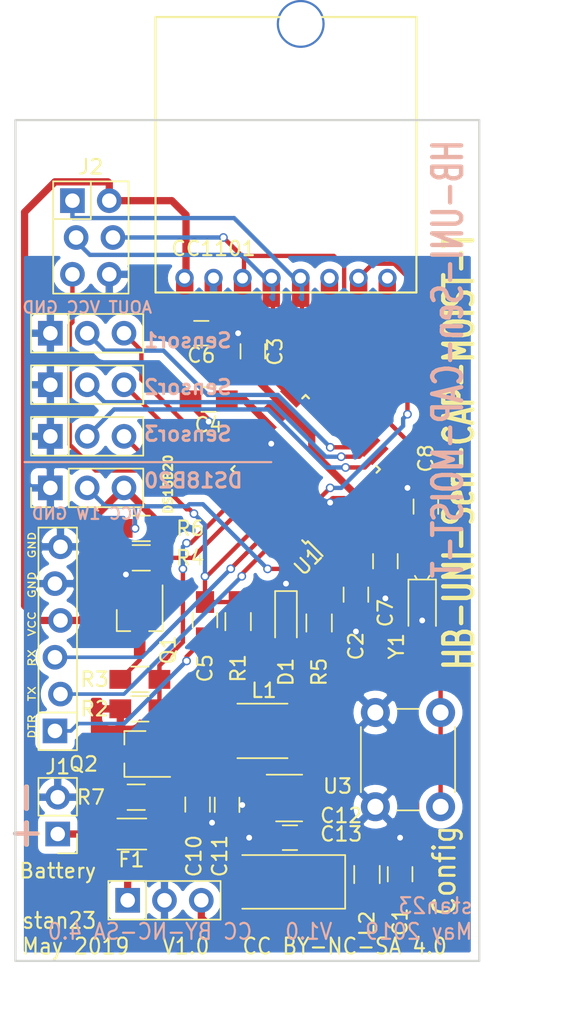
<source format=kicad_pcb>
(kicad_pcb (version 20171130) (host pcbnew "(5.1.2)-1")

  (general
    (thickness 1.6)
    (drawings 17)
    (tracks 310)
    (zones 0)
    (modules 38)
    (nets 39)
  )

  (page A4)
  (layers
    (0 F.Cu signal)
    (31 B.Cu signal)
    (32 B.Adhes user hide)
    (33 F.Adhes user hide)
    (34 B.Paste user hide)
    (35 F.Paste user hide)
    (36 B.SilkS user)
    (37 F.SilkS user)
    (38 B.Mask user hide)
    (39 F.Mask user hide)
    (40 Dwgs.User user)
    (41 Cmts.User user)
    (42 Eco1.User user hide)
    (43 Eco2.User user hide)
    (44 Edge.Cuts user)
    (45 Margin user hide)
    (46 B.CrtYd user)
    (47 F.CrtYd user)
    (48 B.Fab user hide)
    (49 F.Fab user hide)
  )

  (setup
    (last_trace_width 0.25)
    (user_trace_width 0.3)
    (user_trace_width 0.5)
    (trace_clearance 0.2)
    (zone_clearance 0.508)
    (zone_45_only no)
    (trace_min 0.2)
    (via_size 0.6)
    (via_drill 0.4)
    (via_min_size 0.4)
    (via_min_drill 0.3)
    (uvia_size 0.3)
    (uvia_drill 0.1)
    (uvias_allowed no)
    (uvia_min_size 0.2)
    (uvia_min_drill 0.1)
    (edge_width 0.15)
    (segment_width 0.2)
    (pcb_text_width 0.3)
    (pcb_text_size 1.5 1.5)
    (mod_edge_width 0.15)
    (mod_text_size 1 1)
    (mod_text_width 0.15)
    (pad_size 1.524 1.524)
    (pad_drill 0.762)
    (pad_to_mask_clearance 0.2)
    (aux_axis_origin 0 0)
    (visible_elements 7FFFFF7F)
    (pcbplotparams
      (layerselection 0x010f0_ffffffff)
      (usegerberextensions false)
      (usegerberattributes false)
      (usegerberadvancedattributes false)
      (creategerberjobfile false)
      (excludeedgelayer true)
      (linewidth 0.100000)
      (plotframeref false)
      (viasonmask false)
      (mode 1)
      (useauxorigin false)
      (hpglpennumber 1)
      (hpglpenspeed 20)
      (hpglpendiameter 15.000000)
      (psnegative false)
      (psa4output false)
      (plotreference true)
      (plotvalue false)
      (plotinvisibletext false)
      (padsonsilk false)
      (subtractmaskfromsilk false)
      (outputformat 1)
      (mirror false)
      (drillshape 0)
      (scaleselection 1)
      (outputdirectory "HB-UNI-Sen-CAP-MOIST-T_Gerber11"))
  )

  (net 0 "")
  (net 1 VCC)
  (net 2 GND)
  (net 3 /DTR)
  (net 4 /RESET)
  (net 5 +BATT)
  (net 6 /TX)
  (net 7 /RX)
  (net 8 /MISO)
  (net 9 /SCK)
  (net 10 /MOSI)
  (net 11 /SENSOR1)
  (net 12 /SENSOR2)
  (net 13 /SENSOR3)
  (net 14 "Net-(L1-Pad1)")
  (net 15 "Net-(Q1-Pad3)")
  (net 16 /LED)
  (net 17 "Net-(D1-Pad2)")
  (net 18 /CONFIG)
  (net 19 /CS)
  (net 20 /GDO0)
  (net 21 "Net-(BT1-Pad1)")
  (net 22 "Net-(U2-Pad6)")
  (net 23 /BAT_MEAS_EN)
  (net 24 /BAT_MEAS)
  (net 25 /EN1)
  (net 26 /EN2)
  (net 27 /EN3)
  (net 28 "Net-(U1-Pad28)")
  (net 29 "Net-(U1-Pad22)")
  (net 30 "Net-(U1-Pad19)")
  (net 31 /1WIRE)
  (net 32 "Net-(U1-Pad13)")
  (net 33 "Net-(C12-Pad1)")
  (net 34 /XTAL1)
  (net 35 /XTAL2)
  (net 36 "Net-(F1-Pad1)")
  (net 37 "Net-(Q2-Pad1)")
  (net 38 /AREF)

  (net_class Default "Dies ist die voreingestellte Netzklasse."
    (clearance 0.2)
    (trace_width 0.25)
    (via_dia 0.6)
    (via_drill 0.4)
    (uvia_dia 0.3)
    (uvia_drill 0.1)
    (add_net +BATT)
    (add_net /1WIRE)
    (add_net /AREF)
    (add_net /BAT_MEAS)
    (add_net /BAT_MEAS_EN)
    (add_net /CONFIG)
    (add_net /CS)
    (add_net /DTR)
    (add_net /EN1)
    (add_net /EN2)
    (add_net /EN3)
    (add_net /GDO0)
    (add_net /LED)
    (add_net /MISO)
    (add_net /MOSI)
    (add_net /RESET)
    (add_net /RX)
    (add_net /SCK)
    (add_net /SENSOR1)
    (add_net /SENSOR2)
    (add_net /SENSOR3)
    (add_net /TX)
    (add_net /XTAL1)
    (add_net /XTAL2)
    (add_net GND)
    (add_net "Net-(BT1-Pad1)")
    (add_net "Net-(C12-Pad1)")
    (add_net "Net-(D1-Pad2)")
    (add_net "Net-(F1-Pad1)")
    (add_net "Net-(L1-Pad1)")
    (add_net "Net-(Q1-Pad3)")
    (add_net "Net-(Q2-Pad1)")
    (add_net "Net-(U1-Pad13)")
    (add_net "Net-(U1-Pad19)")
    (add_net "Net-(U1-Pad22)")
    (add_net "Net-(U1-Pad28)")
    (add_net "Net-(U2-Pad6)")
    (add_net VCC)
  )

  (module Capacitors_SMD:C_0805_HandSoldering (layer F.Cu) (tedit 58AA84A8) (tstamp 5CD1C197)
    (at 93.472 88.646 270)
    (descr "Capacitor SMD 0805, hand soldering")
    (tags "capacitor 0805")
    (path /5CC35E08)
    (attr smd)
    (fp_text reference C2 (at 3.556 0 270) (layer F.SilkS)
      (effects (font (size 1 1) (thickness 0.15)))
    )
    (fp_text value 100n (at 0 1.75 270) (layer F.Fab)
      (effects (font (size 1 1) (thickness 0.15)))
    )
    (fp_line (start 2.25 0.87) (end -2.25 0.87) (layer F.CrtYd) (width 0.05))
    (fp_line (start 2.25 0.87) (end 2.25 -0.88) (layer F.CrtYd) (width 0.05))
    (fp_line (start -2.25 -0.88) (end -2.25 0.87) (layer F.CrtYd) (width 0.05))
    (fp_line (start -2.25 -0.88) (end 2.25 -0.88) (layer F.CrtYd) (width 0.05))
    (fp_line (start -0.5 0.85) (end 0.5 0.85) (layer F.SilkS) (width 0.12))
    (fp_line (start 0.5 -0.85) (end -0.5 -0.85) (layer F.SilkS) (width 0.12))
    (fp_line (start -1 -0.62) (end 1 -0.62) (layer F.Fab) (width 0.1))
    (fp_line (start 1 -0.62) (end 1 0.62) (layer F.Fab) (width 0.1))
    (fp_line (start 1 0.62) (end -1 0.62) (layer F.Fab) (width 0.1))
    (fp_line (start -1 0.62) (end -1 -0.62) (layer F.Fab) (width 0.1))
    (fp_text user %R (at 0 -1.75 270) (layer F.Fab)
      (effects (font (size 1 1) (thickness 0.15)))
    )
    (pad 2 smd rect (at 1.25 0 270) (size 1.5 1.25) (layers F.Cu F.Paste F.Mask)
      (net 2 GND))
    (pad 1 smd rect (at -1.25 0 270) (size 1.5 1.25) (layers F.Cu F.Paste F.Mask)
      (net 1 VCC))
    (model Capacitors_SMD.3dshapes/C_0805.wrl
      (at (xyz 0 0 0))
      (scale (xyz 1 1 1))
      (rotate (xyz 0 0 0))
    )
  )

  (module Inductors_SMD:L_1812_HandSoldering (layer F.Cu) (tedit 58307D36) (tstamp 5CC475A1)
    (at 87.024 98.044 180)
    (descr "Resistor SMD 1812, hand soldering, Panasonic (see ERJ12)")
    (tags "resistor 1812")
    (path /5CC418DE)
    (attr smd)
    (fp_text reference L1 (at -0.098 2.794 180) (layer F.SilkS)
      (effects (font (size 1 1) (thickness 0.15)))
    )
    (fp_text value LQH43CN100K03L (at 0 3.17 180) (layer F.Fab)
      (effects (font (size 1 1) (thickness 0.15)))
    )
    (fp_text user %R (at 0 0 180) (layer F.Fab)
      (effects (font (size 1 1) (thickness 0.15)))
    )
    (fp_line (start -2.25 1.6) (end -2.25 -1.6) (layer F.Fab) (width 0.1))
    (fp_line (start 2.25 1.6) (end -2.25 1.6) (layer F.Fab) (width 0.1))
    (fp_line (start 2.25 -1.6) (end 2.25 1.6) (layer F.Fab) (width 0.1))
    (fp_line (start -2.25 -1.6) (end 2.25 -1.6) (layer F.Fab) (width 0.1))
    (fp_line (start -5.44 -2.24) (end 5.44 -2.24) (layer F.CrtYd) (width 0.05))
    (fp_line (start 5.44 -2.24) (end 5.44 2.24) (layer F.CrtYd) (width 0.05))
    (fp_line (start 5.44 2.24) (end -5.44 2.24) (layer F.CrtYd) (width 0.05))
    (fp_line (start -5.44 2.24) (end -5.44 -2.24) (layer F.CrtYd) (width 0.05))
    (fp_line (start -1.73 1.88) (end 1.73 1.88) (layer F.SilkS) (width 0.12))
    (fp_line (start -1.73 -1.88) (end 1.73 -1.88) (layer F.SilkS) (width 0.12))
    (pad 1 smd rect (at -3.4 0 180) (size 3.5 3.5) (layers F.Cu F.Paste F.Mask)
      (net 14 "Net-(L1-Pad1)"))
    (pad 2 smd rect (at 3.4 0 180) (size 3.5 3.5) (layers F.Cu F.Paste F.Mask)
      (net 5 +BATT))
    (model ${KISYS3DMOD}/Inductors_SMD.3dshapes/L_1812.wrl
      (at (xyz 0 0 0))
      (scale (xyz 1 1 1))
      (rotate (xyz 0 0 0))
    )
  )

  (module Resistors_SMD:R_0805_HandSoldering (layer F.Cu) (tedit 58E0A804) (tstamp 5CD1D539)
    (at 78.566 94.488 180)
    (descr "Resistor SMD 0805, hand soldering")
    (tags "resistor 0805")
    (path /5CC37D31)
    (attr smd)
    (fp_text reference R3 (at 3.128 0 180) (layer F.SilkS)
      (effects (font (size 1 1) (thickness 0.15)))
    )
    (fp_text value 10 (at 0 1.75) (layer F.Fab)
      (effects (font (size 1 1) (thickness 0.15)))
    )
    (fp_text user %R (at 0 0) (layer F.Fab)
      (effects (font (size 0.5 0.5) (thickness 0.075)))
    )
    (fp_line (start -1 0.62) (end -1 -0.62) (layer F.Fab) (width 0.1))
    (fp_line (start 1 0.62) (end -1 0.62) (layer F.Fab) (width 0.1))
    (fp_line (start 1 -0.62) (end 1 0.62) (layer F.Fab) (width 0.1))
    (fp_line (start -1 -0.62) (end 1 -0.62) (layer F.Fab) (width 0.1))
    (fp_line (start 0.6 0.88) (end -0.6 0.88) (layer F.SilkS) (width 0.12))
    (fp_line (start -0.6 -0.88) (end 0.6 -0.88) (layer F.SilkS) (width 0.12))
    (fp_line (start -2.35 -0.9) (end 2.35 -0.9) (layer F.CrtYd) (width 0.05))
    (fp_line (start -2.35 -0.9) (end -2.35 0.9) (layer F.CrtYd) (width 0.05))
    (fp_line (start 2.35 0.9) (end 2.35 -0.9) (layer F.CrtYd) (width 0.05))
    (fp_line (start 2.35 0.9) (end -2.35 0.9) (layer F.CrtYd) (width 0.05))
    (pad 1 smd rect (at -1.35 0 180) (size 1.5 1.3) (layers F.Cu F.Paste F.Mask)
      (net 24 /BAT_MEAS))
    (pad 2 smd rect (at 1.35 0 180) (size 1.5 1.3) (layers F.Cu F.Paste F.Mask)
      (net 15 "Net-(Q1-Pad3)"))
    (model ${KISYS3DMOD}/Resistors_SMD.3dshapes/R_0805.wrl
      (at (xyz 0 0 0))
      (scale (xyz 1 1 1))
      (rotate (xyz 0 0 0))
    )
  )

  (module LEDs:LED_0805_HandSoldering (layer F.Cu) (tedit 595FCA25) (tstamp 5CC477FB)
    (at 88.646 90.598 270)
    (descr "Resistor SMD 0805, hand soldering")
    (tags "resistor 0805")
    (path /5CC40DAA)
    (attr smd)
    (fp_text reference D1 (at 3.382 0 90) (layer F.SilkS)
      (effects (font (size 1 1) (thickness 0.15)))
    )
    (fp_text value LED (at 0 1.75 90) (layer F.Fab)
      (effects (font (size 1 1) (thickness 0.15)))
    )
    (fp_line (start -0.4 -0.4) (end -0.4 0.4) (layer F.Fab) (width 0.1))
    (fp_line (start -0.4 0) (end 0.2 -0.4) (layer F.Fab) (width 0.1))
    (fp_line (start 0.2 0.4) (end -0.4 0) (layer F.Fab) (width 0.1))
    (fp_line (start 0.2 -0.4) (end 0.2 0.4) (layer F.Fab) (width 0.1))
    (fp_line (start -1 0.62) (end -1 -0.62) (layer F.Fab) (width 0.1))
    (fp_line (start 1 0.62) (end -1 0.62) (layer F.Fab) (width 0.1))
    (fp_line (start 1 -0.62) (end 1 0.62) (layer F.Fab) (width 0.1))
    (fp_line (start -1 -0.62) (end 1 -0.62) (layer F.Fab) (width 0.1))
    (fp_line (start 1 0.75) (end -2.2 0.75) (layer F.SilkS) (width 0.12))
    (fp_line (start -2.2 -0.75) (end 1 -0.75) (layer F.SilkS) (width 0.12))
    (fp_line (start -2.35 -0.9) (end 2.35 -0.9) (layer F.CrtYd) (width 0.05))
    (fp_line (start -2.35 -0.9) (end -2.35 0.9) (layer F.CrtYd) (width 0.05))
    (fp_line (start 2.35 0.9) (end 2.35 -0.9) (layer F.CrtYd) (width 0.05))
    (fp_line (start 2.35 0.9) (end -2.35 0.9) (layer F.CrtYd) (width 0.05))
    (fp_line (start -2.2 -0.75) (end -2.2 0.75) (layer F.SilkS) (width 0.12))
    (pad 1 smd rect (at -1.35 0 270) (size 1.5 1.3) (layers F.Cu F.Paste F.Mask)
      (net 2 GND))
    (pad 2 smd rect (at 1.35 0 270) (size 1.5 1.3) (layers F.Cu F.Paste F.Mask)
      (net 17 "Net-(D1-Pad2)"))
    (model ${KISYS3DMOD}/LEDs.3dshapes/LED_0805.wrl
      (at (xyz 0 0 0))
      (scale (xyz 1 1 1))
      (rotate (xyz 0 0 0))
    )
  )

  (module TO_SOT_Packages_SMD:SOT-23_Handsoldering (layer F.Cu) (tedit 58CE4E7E) (tstamp 5CC75B46)
    (at 78.552 90.4 270)
    (descr "SOT-23, Handsoldering")
    (tags SOT-23)
    (path /5CC37EE1)
    (attr smd)
    (fp_text reference Q1 (at 2.056 -1.966 90) (layer F.SilkS)
      (effects (font (size 1 1) (thickness 0.15)))
    )
    (fp_text value IRLML6344 (at 0 2.5 90) (layer F.Fab)
      (effects (font (size 1 1) (thickness 0.15)))
    )
    (fp_text user %R (at 0 0) (layer F.Fab)
      (effects (font (size 0.5 0.5) (thickness 0.075)))
    )
    (fp_line (start 0.76 1.58) (end 0.76 0.65) (layer F.SilkS) (width 0.12))
    (fp_line (start 0.76 -1.58) (end 0.76 -0.65) (layer F.SilkS) (width 0.12))
    (fp_line (start -2.7 -1.75) (end 2.7 -1.75) (layer F.CrtYd) (width 0.05))
    (fp_line (start 2.7 -1.75) (end 2.7 1.75) (layer F.CrtYd) (width 0.05))
    (fp_line (start 2.7 1.75) (end -2.7 1.75) (layer F.CrtYd) (width 0.05))
    (fp_line (start -2.7 1.75) (end -2.7 -1.75) (layer F.CrtYd) (width 0.05))
    (fp_line (start 0.76 -1.58) (end -2.4 -1.58) (layer F.SilkS) (width 0.12))
    (fp_line (start -0.7 -0.95) (end -0.7 1.5) (layer F.Fab) (width 0.1))
    (fp_line (start -0.15 -1.52) (end 0.7 -1.52) (layer F.Fab) (width 0.1))
    (fp_line (start -0.7 -0.95) (end -0.15 -1.52) (layer F.Fab) (width 0.1))
    (fp_line (start 0.7 -1.52) (end 0.7 1.52) (layer F.Fab) (width 0.1))
    (fp_line (start -0.7 1.52) (end 0.7 1.52) (layer F.Fab) (width 0.1))
    (fp_line (start 0.76 1.58) (end -0.7 1.58) (layer F.SilkS) (width 0.12))
    (pad 1 smd rect (at -1.5 -0.95 270) (size 1.9 0.8) (layers F.Cu F.Paste F.Mask)
      (net 23 /BAT_MEAS_EN))
    (pad 2 smd rect (at -1.5 0.95 270) (size 1.9 0.8) (layers F.Cu F.Paste F.Mask)
      (net 2 GND))
    (pad 3 smd rect (at 1.5 0 270) (size 1.9 0.8) (layers F.Cu F.Paste F.Mask)
      (net 15 "Net-(Q1-Pad3)"))
    (model ${KISYS3DMOD}/TO_SOT_Packages_SMD.3dshapes\SOT-23.wrl
      (at (xyz 0 0 0))
      (scale (xyz 1 1 1))
      (rotate (xyz 0 0 0))
    )
  )

  (module Buttons_Switches_THT:SW_PUSH_6mm (layer F.Cu) (tedit 5923F252) (tstamp 5CCF37CA)
    (at 99.314 96.774 270)
    (descr https://www.omron.com/ecb/products/pdf/en-b3f.pdf)
    (tags "tact sw push 6mm")
    (path /5CC368C5)
    (fp_text reference SW1 (at 3.25 -0.072 90) (layer F.SilkS) hide
      (effects (font (size 1 1) (thickness 0.15)))
    )
    (fp_text value Config (at 10.922 -0.254 270) (layer F.SilkS)
      (effects (font (size 1.5 1.3) (thickness 0.2)))
    )
    (fp_text user %R (at 3.25 2.25 90) (layer F.Fab)
      (effects (font (size 1 1) (thickness 0.15)))
    )
    (fp_line (start 3.25 -0.75) (end 6.25 -0.75) (layer F.Fab) (width 0.1))
    (fp_line (start 6.25 -0.75) (end 6.25 5.25) (layer F.Fab) (width 0.1))
    (fp_line (start 6.25 5.25) (end 0.25 5.25) (layer F.Fab) (width 0.1))
    (fp_line (start 0.25 5.25) (end 0.25 -0.75) (layer F.Fab) (width 0.1))
    (fp_line (start 0.25 -0.75) (end 3.25 -0.75) (layer F.Fab) (width 0.1))
    (fp_line (start 7.75 6) (end 8 6) (layer F.CrtYd) (width 0.05))
    (fp_line (start 8 6) (end 8 5.75) (layer F.CrtYd) (width 0.05))
    (fp_line (start 7.75 -1.5) (end 8 -1.5) (layer F.CrtYd) (width 0.05))
    (fp_line (start 8 -1.5) (end 8 -1.25) (layer F.CrtYd) (width 0.05))
    (fp_line (start -1.5 -1.25) (end -1.5 -1.5) (layer F.CrtYd) (width 0.05))
    (fp_line (start -1.5 -1.5) (end -1.25 -1.5) (layer F.CrtYd) (width 0.05))
    (fp_line (start -1.5 5.75) (end -1.5 6) (layer F.CrtYd) (width 0.05))
    (fp_line (start -1.5 6) (end -1.25 6) (layer F.CrtYd) (width 0.05))
    (fp_line (start -1.25 -1.5) (end 7.75 -1.5) (layer F.CrtYd) (width 0.05))
    (fp_line (start -1.5 5.75) (end -1.5 -1.25) (layer F.CrtYd) (width 0.05))
    (fp_line (start 7.75 6) (end -1.25 6) (layer F.CrtYd) (width 0.05))
    (fp_line (start 8 -1.25) (end 8 5.75) (layer F.CrtYd) (width 0.05))
    (fp_line (start 1 5.5) (end 5.5 5.5) (layer F.SilkS) (width 0.12))
    (fp_line (start -0.25 1.5) (end -0.25 3) (layer F.SilkS) (width 0.12))
    (fp_line (start 5.5 -1) (end 1 -1) (layer F.SilkS) (width 0.12))
    (fp_line (start 6.75 3) (end 6.75 1.5) (layer F.SilkS) (width 0.12))
    (fp_circle (center 3.25 2.25) (end 1.25 2.5) (layer F.Fab) (width 0.1))
    (pad 2 thru_hole circle (at 0 4.5) (size 2 2) (drill 1.1) (layers *.Cu *.Mask)
      (net 2 GND))
    (pad 1 thru_hole circle (at 0 0) (size 2 2) (drill 1.1) (layers *.Cu *.Mask)
      (net 18 /CONFIG))
    (pad 2 thru_hole circle (at 6.5 4.5) (size 2 2) (drill 1.1) (layers *.Cu *.Mask)
      (net 2 GND))
    (pad 1 thru_hole circle (at 6.5 0) (size 2 2) (drill 1.1) (layers *.Cu *.Mask)
      (net 18 /CONFIG))
    (model ${KISYS3DMOD}/Buttons_Switches_THT.3dshapes/SW_PUSH_6mm.wrl
      (offset (xyz 0.1269999980926514 0 0))
      (scale (xyz 0.3937 0.3937 0.3937))
      (rotate (xyz 0 0 0))
    )
  )

  (module TO_SOT_Packages_SMD:SOT-23-5_HandSoldering (layer F.Cu) (tedit 58CE4E7E) (tstamp 5CCAF735)
    (at 88.864 102.672)
    (descr "5-pin SOT23 package")
    (tags "SOT-23-5 hand-soldering")
    (path /5CC415BE)
    (attr smd)
    (fp_text reference U3 (at 3.338 -0.818 180) (layer F.SilkS)
      (effects (font (size 1 1) (thickness 0.15)))
    )
    (fp_text value MAX1724 (at 0 2.9) (layer F.Fab)
      (effects (font (size 1 1) (thickness 0.15)))
    )
    (fp_text user %R (at 0 0 90) (layer F.Fab)
      (effects (font (size 0.5 0.5) (thickness 0.075)))
    )
    (fp_line (start -0.9 1.61) (end 0.9 1.61) (layer F.SilkS) (width 0.12))
    (fp_line (start 0.9 -1.61) (end -1.55 -1.61) (layer F.SilkS) (width 0.12))
    (fp_line (start -0.9 -0.9) (end -0.25 -1.55) (layer F.Fab) (width 0.1))
    (fp_line (start 0.9 -1.55) (end -0.25 -1.55) (layer F.Fab) (width 0.1))
    (fp_line (start -0.9 -0.9) (end -0.9 1.55) (layer F.Fab) (width 0.1))
    (fp_line (start 0.9 1.55) (end -0.9 1.55) (layer F.Fab) (width 0.1))
    (fp_line (start 0.9 -1.55) (end 0.9 1.55) (layer F.Fab) (width 0.1))
    (fp_line (start -2.38 -1.8) (end 2.38 -1.8) (layer F.CrtYd) (width 0.05))
    (fp_line (start -2.38 -1.8) (end -2.38 1.8) (layer F.CrtYd) (width 0.05))
    (fp_line (start 2.38 1.8) (end 2.38 -1.8) (layer F.CrtYd) (width 0.05))
    (fp_line (start 2.38 1.8) (end -2.38 1.8) (layer F.CrtYd) (width 0.05))
    (pad 1 smd rect (at -1.35 -0.95) (size 1.56 0.65) (layers F.Cu F.Paste F.Mask)
      (net 5 +BATT))
    (pad 2 smd rect (at -1.35 0) (size 1.56 0.65) (layers F.Cu F.Paste F.Mask)
      (net 2 GND))
    (pad 3 smd rect (at -1.35 0.95) (size 1.56 0.65) (layers F.Cu F.Paste F.Mask)
      (net 5 +BATT))
    (pad 4 smd rect (at 1.35 0.95) (size 1.56 0.65) (layers F.Cu F.Paste F.Mask)
      (net 33 "Net-(C12-Pad1)"))
    (pad 5 smd rect (at 1.35 -0.95) (size 1.56 0.65) (layers F.Cu F.Paste F.Mask)
      (net 14 "Net-(L1-Pad1)"))
    (model ${KISYS3DMOD}/TO_SOT_Packages_SMD.3dshapes\SOT-23-5.wrl
      (at (xyz 0 0 0))
      (scale (xyz 1 1 1))
      (rotate (xyz 0 0 0))
    )
  )

  (module Resistors_SMD:R_1206_HandSoldering (layer F.Cu) (tedit 58E0A804) (tstamp 5CCF049B)
    (at 78.01 105.156 180)
    (descr "Resistor SMD 1206, hand soldering")
    (tags "resistor 1206")
    (path /5CC47C13)
    (attr smd)
    (fp_text reference F1 (at 0.032 -1.778) (layer F.SilkS)
      (effects (font (size 1 1) (thickness 0.15)))
    )
    (fp_text value "PTC 6V/250mA" (at 0 1.9) (layer F.Fab)
      (effects (font (size 1 1) (thickness 0.15)))
    )
    (fp_text user %R (at 0 0) (layer F.Fab)
      (effects (font (size 0.7 0.7) (thickness 0.105)))
    )
    (fp_line (start -1.6 0.8) (end -1.6 -0.8) (layer F.Fab) (width 0.1))
    (fp_line (start 1.6 0.8) (end -1.6 0.8) (layer F.Fab) (width 0.1))
    (fp_line (start 1.6 -0.8) (end 1.6 0.8) (layer F.Fab) (width 0.1))
    (fp_line (start -1.6 -0.8) (end 1.6 -0.8) (layer F.Fab) (width 0.1))
    (fp_line (start 1 1.07) (end -1 1.07) (layer F.SilkS) (width 0.12))
    (fp_line (start -1 -1.07) (end 1 -1.07) (layer F.SilkS) (width 0.12))
    (fp_line (start -3.25 -1.11) (end 3.25 -1.11) (layer F.CrtYd) (width 0.05))
    (fp_line (start -3.25 -1.11) (end -3.25 1.1) (layer F.CrtYd) (width 0.05))
    (fp_line (start 3.25 1.1) (end 3.25 -1.11) (layer F.CrtYd) (width 0.05))
    (fp_line (start 3.25 1.1) (end -3.25 1.1) (layer F.CrtYd) (width 0.05))
    (pad 1 smd rect (at -2 0 180) (size 2 1.7) (layers F.Cu F.Paste F.Mask)
      (net 36 "Net-(F1-Pad1)"))
    (pad 2 smd rect (at 2 0 180) (size 2 1.7) (layers F.Cu F.Paste F.Mask)
      (net 21 "Net-(BT1-Pad1)"))
    (model ${KISYS3DMOD}/Resistors_SMD.3dshapes/R_1206.wrl
      (at (xyz 0 0 0))
      (scale (xyz 1 1 1))
      (rotate (xyz 0 0 0))
    )
  )

  (module Capacitors_SMD:C_0805_HandSoldering (layer F.Cu) (tedit 58AA84A8) (tstamp 5CCEFEDC)
    (at 96.52 107.93 90)
    (descr "Capacitor SMD 0805, hand soldering")
    (tags "capacitor 0805")
    (path /5CC35D39)
    (attr smd)
    (fp_text reference C1 (at -3.282 0 90) (layer F.SilkS)
      (effects (font (size 1 1) (thickness 0.15)))
    )
    (fp_text value 10u (at 0 1.75 90) (layer F.Fab)
      (effects (font (size 1 1) (thickness 0.15)))
    )
    (fp_text user %R (at 0 -1.75 90) (layer F.Fab)
      (effects (font (size 1 1) (thickness 0.15)))
    )
    (fp_line (start -1 0.62) (end -1 -0.62) (layer F.Fab) (width 0.1))
    (fp_line (start 1 0.62) (end -1 0.62) (layer F.Fab) (width 0.1))
    (fp_line (start 1 -0.62) (end 1 0.62) (layer F.Fab) (width 0.1))
    (fp_line (start -1 -0.62) (end 1 -0.62) (layer F.Fab) (width 0.1))
    (fp_line (start 0.5 -0.85) (end -0.5 -0.85) (layer F.SilkS) (width 0.12))
    (fp_line (start -0.5 0.85) (end 0.5 0.85) (layer F.SilkS) (width 0.12))
    (fp_line (start -2.25 -0.88) (end 2.25 -0.88) (layer F.CrtYd) (width 0.05))
    (fp_line (start -2.25 -0.88) (end -2.25 0.87) (layer F.CrtYd) (width 0.05))
    (fp_line (start 2.25 0.87) (end 2.25 -0.88) (layer F.CrtYd) (width 0.05))
    (fp_line (start 2.25 0.87) (end -2.25 0.87) (layer F.CrtYd) (width 0.05))
    (pad 1 smd rect (at -1.25 0 90) (size 1.5 1.25) (layers F.Cu F.Paste F.Mask)
      (net 1 VCC))
    (pad 2 smd rect (at 1.25 0 90) (size 1.5 1.25) (layers F.Cu F.Paste F.Mask)
      (net 2 GND))
    (model Capacitors_SMD.3dshapes/C_0805.wrl
      (at (xyz 0 0 0))
      (scale (xyz 1 1 1))
      (rotate (xyz 0 0 0))
    )
  )

  (module Capacitors_SMD:C_0805_HandSoldering (layer F.Cu) (tedit 58AA84A8) (tstamp 5CC49417)
    (at 86.36 71.862 90)
    (descr "Capacitor SMD 0805, hand soldering")
    (tags "capacitor 0805")
    (path /5CC35E41)
    (attr smd)
    (fp_text reference C3 (at -0.02 1.524 270) (layer F.SilkS)
      (effects (font (size 1 1) (thickness 0.15)))
    )
    (fp_text value 100n (at 0 1.75 90) (layer F.Fab)
      (effects (font (size 1 1) (thickness 0.15)))
    )
    (fp_text user %R (at 0 -1.75 90) (layer F.Fab)
      (effects (font (size 1 1) (thickness 0.15)))
    )
    (fp_line (start -1 0.62) (end -1 -0.62) (layer F.Fab) (width 0.1))
    (fp_line (start 1 0.62) (end -1 0.62) (layer F.Fab) (width 0.1))
    (fp_line (start 1 -0.62) (end 1 0.62) (layer F.Fab) (width 0.1))
    (fp_line (start -1 -0.62) (end 1 -0.62) (layer F.Fab) (width 0.1))
    (fp_line (start 0.5 -0.85) (end -0.5 -0.85) (layer F.SilkS) (width 0.12))
    (fp_line (start -0.5 0.85) (end 0.5 0.85) (layer F.SilkS) (width 0.12))
    (fp_line (start -2.25 -0.88) (end 2.25 -0.88) (layer F.CrtYd) (width 0.05))
    (fp_line (start -2.25 -0.88) (end -2.25 0.87) (layer F.CrtYd) (width 0.05))
    (fp_line (start 2.25 0.87) (end 2.25 -0.88) (layer F.CrtYd) (width 0.05))
    (fp_line (start 2.25 0.87) (end -2.25 0.87) (layer F.CrtYd) (width 0.05))
    (pad 1 smd rect (at -1.25 0 90) (size 1.5 1.25) (layers F.Cu F.Paste F.Mask)
      (net 1 VCC))
    (pad 2 smd rect (at 1.25 0 90) (size 1.5 1.25) (layers F.Cu F.Paste F.Mask)
      (net 2 GND))
    (model Capacitors_SMD.3dshapes/C_0805.wrl
      (at (xyz 0 0 0))
      (scale (xyz 1 1 1))
      (rotate (xyz 0 0 0))
    )
  )

  (module Capacitors_SMD:C_0805_HandSoldering (layer F.Cu) (tedit 58AA84A8) (tstamp 5CC75651)
    (at 83.058 90.404 90)
    (descr "Capacitor SMD 0805, hand soldering")
    (tags "capacitor 0805")
    (path /5CC375F7)
    (attr smd)
    (fp_text reference C5 (at -3.322 0 90) (layer F.SilkS)
      (effects (font (size 1 1) (thickness 0.15)))
    )
    (fp_text value 100n (at 0 1.75 90) (layer F.Fab)
      (effects (font (size 1 1) (thickness 0.15)))
    )
    (fp_text user %R (at 0 -1.75 90) (layer F.Fab)
      (effects (font (size 1 1) (thickness 0.15)))
    )
    (fp_line (start -1 0.62) (end -1 -0.62) (layer F.Fab) (width 0.1))
    (fp_line (start 1 0.62) (end -1 0.62) (layer F.Fab) (width 0.1))
    (fp_line (start 1 -0.62) (end 1 0.62) (layer F.Fab) (width 0.1))
    (fp_line (start -1 -0.62) (end 1 -0.62) (layer F.Fab) (width 0.1))
    (fp_line (start 0.5 -0.85) (end -0.5 -0.85) (layer F.SilkS) (width 0.12))
    (fp_line (start -0.5 0.85) (end 0.5 0.85) (layer F.SilkS) (width 0.12))
    (fp_line (start -2.25 -0.88) (end 2.25 -0.88) (layer F.CrtYd) (width 0.05))
    (fp_line (start -2.25 -0.88) (end -2.25 0.87) (layer F.CrtYd) (width 0.05))
    (fp_line (start 2.25 0.87) (end 2.25 -0.88) (layer F.CrtYd) (width 0.05))
    (fp_line (start 2.25 0.87) (end -2.25 0.87) (layer F.CrtYd) (width 0.05))
    (pad 1 smd rect (at -1.25 0 90) (size 1.5 1.25) (layers F.Cu F.Paste F.Mask)
      (net 3 /DTR))
    (pad 2 smd rect (at 1.25 0 90) (size 1.5 1.25) (layers F.Cu F.Paste F.Mask)
      (net 4 /RESET))
    (model Capacitors_SMD.3dshapes/C_0805.wrl
      (at (xyz 0 0 0))
      (scale (xyz 1 1 1))
      (rotate (xyz 0 0 0))
    )
  )

  (module Capacitors_SMD:C_0805_HandSoldering (layer F.Cu) (tedit 58AA84A8) (tstamp 5CC49426)
    (at 82.804 70.612)
    (descr "Capacitor SMD 0805, hand soldering")
    (tags "capacitor 0805")
    (path /5CC3C2E7)
    (attr smd)
    (fp_text reference C6 (at 0 1.524) (layer F.SilkS)
      (effects (font (size 1 1) (thickness 0.15)))
    )
    (fp_text value 1u (at 0 1.75) (layer F.Fab)
      (effects (font (size 1 1) (thickness 0.15)))
    )
    (fp_text user %R (at 0 -1.75) (layer F.Fab)
      (effects (font (size 1 1) (thickness 0.15)))
    )
    (fp_line (start -1 0.62) (end -1 -0.62) (layer F.Fab) (width 0.1))
    (fp_line (start 1 0.62) (end -1 0.62) (layer F.Fab) (width 0.1))
    (fp_line (start 1 -0.62) (end 1 0.62) (layer F.Fab) (width 0.1))
    (fp_line (start -1 -0.62) (end 1 -0.62) (layer F.Fab) (width 0.1))
    (fp_line (start 0.5 -0.85) (end -0.5 -0.85) (layer F.SilkS) (width 0.12))
    (fp_line (start -0.5 0.85) (end 0.5 0.85) (layer F.SilkS) (width 0.12))
    (fp_line (start -2.25 -0.88) (end 2.25 -0.88) (layer F.CrtYd) (width 0.05))
    (fp_line (start -2.25 -0.88) (end -2.25 0.87) (layer F.CrtYd) (width 0.05))
    (fp_line (start 2.25 0.87) (end 2.25 -0.88) (layer F.CrtYd) (width 0.05))
    (fp_line (start 2.25 0.87) (end -2.25 0.87) (layer F.CrtYd) (width 0.05))
    (pad 1 smd rect (at -1.25 0) (size 1.5 1.25) (layers F.Cu F.Paste F.Mask)
      (net 1 VCC))
    (pad 2 smd rect (at 1.25 0) (size 1.5 1.25) (layers F.Cu F.Paste F.Mask)
      (net 2 GND))
    (model Capacitors_SMD.3dshapes/C_0805.wrl
      (at (xyz 0 0 0))
      (scale (xyz 1 1 1))
      (rotate (xyz 0 0 0))
    )
  )

  (module Resistors_SMD:R_0805_HandSoldering (layer F.Cu) (tedit 58E0A804) (tstamp 5CC756A2)
    (at 85.344 90.504 90)
    (descr "Resistor SMD 0805, hand soldering")
    (tags "resistor 0805")
    (path /5CC37515)
    (attr smd)
    (fp_text reference R1 (at -3.222 0 90) (layer F.SilkS)
      (effects (font (size 1 1) (thickness 0.15)))
    )
    (fp_text value 10k (at 0 1.75 90) (layer F.Fab)
      (effects (font (size 1 1) (thickness 0.15)))
    )
    (fp_text user %R (at 0 0 90) (layer F.Fab)
      (effects (font (size 0.5 0.5) (thickness 0.075)))
    )
    (fp_line (start -1 0.62) (end -1 -0.62) (layer F.Fab) (width 0.1))
    (fp_line (start 1 0.62) (end -1 0.62) (layer F.Fab) (width 0.1))
    (fp_line (start 1 -0.62) (end 1 0.62) (layer F.Fab) (width 0.1))
    (fp_line (start -1 -0.62) (end 1 -0.62) (layer F.Fab) (width 0.1))
    (fp_line (start 0.6 0.88) (end -0.6 0.88) (layer F.SilkS) (width 0.12))
    (fp_line (start -0.6 -0.88) (end 0.6 -0.88) (layer F.SilkS) (width 0.12))
    (fp_line (start -2.35 -0.9) (end 2.35 -0.9) (layer F.CrtYd) (width 0.05))
    (fp_line (start -2.35 -0.9) (end -2.35 0.9) (layer F.CrtYd) (width 0.05))
    (fp_line (start 2.35 0.9) (end 2.35 -0.9) (layer F.CrtYd) (width 0.05))
    (fp_line (start 2.35 0.9) (end -2.35 0.9) (layer F.CrtYd) (width 0.05))
    (pad 1 smd rect (at -1.35 0 90) (size 1.5 1.3) (layers F.Cu F.Paste F.Mask)
      (net 1 VCC))
    (pad 2 smd rect (at 1.35 0 90) (size 1.5 1.3) (layers F.Cu F.Paste F.Mask)
      (net 4 /RESET))
    (model ${KISYS3DMOD}/Resistors_SMD.3dshapes/R_0805.wrl
      (at (xyz 0 0 0))
      (scale (xyz 1 1 1))
      (rotate (xyz 0 0 0))
    )
  )

  (module Resistors_SMD:R_0805_HandSoldering (layer F.Cu) (tedit 58E0A804) (tstamp 5CC49430)
    (at 78.566 96.52)
    (descr "Resistor SMD 0805, hand soldering")
    (tags "resistor 0805")
    (path /5CC37C6B)
    (attr smd)
    (fp_text reference R2 (at -3.128 0 180) (layer F.SilkS)
      (effects (font (size 1 1) (thickness 0.15)))
    )
    (fp_text value 10/30 (at 0 1.75) (layer F.Fab)
      (effects (font (size 1 1) (thickness 0.15)))
    )
    (fp_text user %R (at 0 0) (layer F.Fab)
      (effects (font (size 0.5 0.5) (thickness 0.075)))
    )
    (fp_line (start -1 0.62) (end -1 -0.62) (layer F.Fab) (width 0.1))
    (fp_line (start 1 0.62) (end -1 0.62) (layer F.Fab) (width 0.1))
    (fp_line (start 1 -0.62) (end 1 0.62) (layer F.Fab) (width 0.1))
    (fp_line (start -1 -0.62) (end 1 -0.62) (layer F.Fab) (width 0.1))
    (fp_line (start 0.6 0.88) (end -0.6 0.88) (layer F.SilkS) (width 0.12))
    (fp_line (start -0.6 -0.88) (end 0.6 -0.88) (layer F.SilkS) (width 0.12))
    (fp_line (start -2.35 -0.9) (end 2.35 -0.9) (layer F.CrtYd) (width 0.05))
    (fp_line (start -2.35 -0.9) (end -2.35 0.9) (layer F.CrtYd) (width 0.05))
    (fp_line (start 2.35 0.9) (end 2.35 -0.9) (layer F.CrtYd) (width 0.05))
    (fp_line (start 2.35 0.9) (end -2.35 0.9) (layer F.CrtYd) (width 0.05))
    (pad 1 smd rect (at -1.35 0) (size 1.5 1.3) (layers F.Cu F.Paste F.Mask)
      (net 5 +BATT))
    (pad 2 smd rect (at 1.35 0) (size 1.5 1.3) (layers F.Cu F.Paste F.Mask)
      (net 24 /BAT_MEAS))
    (model ${KISYS3DMOD}/Resistors_SMD.3dshapes/R_0805.wrl
      (at (xyz 0 0 0))
      (scale (xyz 1 1 1))
      (rotate (xyz 0 0 0))
    )
  )

  (module Resistors_SMD:R_0805_HandSoldering (layer F.Cu) (tedit 58E0A804) (tstamp 5CC75BBF)
    (at 78.66 86.106 180)
    (descr "Resistor SMD 0805, hand soldering")
    (tags "resistor 0805")
    (path /5CC37F32)
    (attr smd)
    (fp_text reference R4 (at -3.382 0) (layer F.SilkS)
      (effects (font (size 1 1) (thickness 0.15)))
    )
    (fp_text value 4k7 (at 0 1.75) (layer F.Fab)
      (effects (font (size 1 1) (thickness 0.15)))
    )
    (fp_text user %R (at 0 0) (layer F.Fab)
      (effects (font (size 0.5 0.5) (thickness 0.075)))
    )
    (fp_line (start -1 0.62) (end -1 -0.62) (layer F.Fab) (width 0.1))
    (fp_line (start 1 0.62) (end -1 0.62) (layer F.Fab) (width 0.1))
    (fp_line (start 1 -0.62) (end 1 0.62) (layer F.Fab) (width 0.1))
    (fp_line (start -1 -0.62) (end 1 -0.62) (layer F.Fab) (width 0.1))
    (fp_line (start 0.6 0.88) (end -0.6 0.88) (layer F.SilkS) (width 0.12))
    (fp_line (start -0.6 -0.88) (end 0.6 -0.88) (layer F.SilkS) (width 0.12))
    (fp_line (start -2.35 -0.9) (end 2.35 -0.9) (layer F.CrtYd) (width 0.05))
    (fp_line (start -2.35 -0.9) (end -2.35 0.9) (layer F.CrtYd) (width 0.05))
    (fp_line (start 2.35 0.9) (end 2.35 -0.9) (layer F.CrtYd) (width 0.05))
    (fp_line (start 2.35 0.9) (end -2.35 0.9) (layer F.CrtYd) (width 0.05))
    (pad 1 smd rect (at -1.35 0 180) (size 1.5 1.3) (layers F.Cu F.Paste F.Mask)
      (net 23 /BAT_MEAS_EN))
    (pad 2 smd rect (at 1.35 0 180) (size 1.5 1.3) (layers F.Cu F.Paste F.Mask)
      (net 2 GND))
    (model ${KISYS3DMOD}/Resistors_SMD.3dshapes/R_0805.wrl
      (at (xyz 0 0 0))
      (scale (xyz 1 1 1))
      (rotate (xyz 0 0 0))
    )
  )

  (module Resistors_SMD:R_0805_HandSoldering (layer F.Cu) (tedit 58E0A804) (tstamp 5CC4943A)
    (at 90.932 90.598 270)
    (descr "Resistor SMD 0805, hand soldering")
    (tags "resistor 0805")
    (path /5CC40ED3)
    (attr smd)
    (fp_text reference R5 (at 3.382 0 90) (layer F.SilkS)
      (effects (font (size 1 1) (thickness 0.15)))
    )
    (fp_text value 1k5 (at 0 1.75 90) (layer F.Fab)
      (effects (font (size 1 1) (thickness 0.15)))
    )
    (fp_text user %R (at 0 0 90) (layer F.Fab)
      (effects (font (size 0.5 0.5) (thickness 0.075)))
    )
    (fp_line (start -1 0.62) (end -1 -0.62) (layer F.Fab) (width 0.1))
    (fp_line (start 1 0.62) (end -1 0.62) (layer F.Fab) (width 0.1))
    (fp_line (start 1 -0.62) (end 1 0.62) (layer F.Fab) (width 0.1))
    (fp_line (start -1 -0.62) (end 1 -0.62) (layer F.Fab) (width 0.1))
    (fp_line (start 0.6 0.88) (end -0.6 0.88) (layer F.SilkS) (width 0.12))
    (fp_line (start -0.6 -0.88) (end 0.6 -0.88) (layer F.SilkS) (width 0.12))
    (fp_line (start -2.35 -0.9) (end 2.35 -0.9) (layer F.CrtYd) (width 0.05))
    (fp_line (start -2.35 -0.9) (end -2.35 0.9) (layer F.CrtYd) (width 0.05))
    (fp_line (start 2.35 0.9) (end 2.35 -0.9) (layer F.CrtYd) (width 0.05))
    (fp_line (start 2.35 0.9) (end -2.35 0.9) (layer F.CrtYd) (width 0.05))
    (pad 1 smd rect (at -1.35 0 270) (size 1.5 1.3) (layers F.Cu F.Paste F.Mask)
      (net 16 /LED))
    (pad 2 smd rect (at 1.35 0 270) (size 1.5 1.3) (layers F.Cu F.Paste F.Mask)
      (net 17 "Net-(D1-Pad2)"))
    (model ${KISYS3DMOD}/Resistors_SMD.3dshapes/R_0805.wrl
      (at (xyz 0 0 0))
      (scale (xyz 1 1 1))
      (rotate (xyz 0 0 0))
    )
  )

  (module TQFP:TQFP-32_7x7mm_Pitch0.8mm_HandSoldering (layer F.Cu) (tedit 5CC4C40C) (tstamp 5CC74EEC)
    (at 90 80 135)
    (descr "32-Lead Plastic Thin Quad Flatpack (PT) - 7x7x1.0 mm Body, 2.00 mm [TQFP] (see Microchip Packaging Specification 00000049BS.pdf)")
    (tags "QFP 0.8")
    (path /5CC35BE3)
    (attr smd)
    (fp_text reference U1 (at -4.617407 -4.376991 225) (layer F.SilkS)
      (effects (font (size 1 1) (thickness 0.15)))
    )
    (fp_text value ATMEGA328-AU (at 0 6.05 135) (layer F.Fab)
      (effects (font (size 1 1) (thickness 0.15)))
    )
    (fp_line (start -3.625 -3.4) (end -5.05 -3.4) (layer F.SilkS) (width 0.15))
    (fp_line (start 3.625 -3.625) (end 3.3 -3.625) (layer F.SilkS) (width 0.15))
    (fp_line (start 3.625 3.625) (end 3.3 3.625) (layer F.SilkS) (width 0.15))
    (fp_line (start -3.625 3.625) (end -3.3 3.625) (layer F.SilkS) (width 0.15))
    (fp_line (start -3.625 -3.625) (end -3.3 -3.625) (layer F.SilkS) (width 0.15))
    (fp_line (start -3.625 3.625) (end -3.625 3.3) (layer F.SilkS) (width 0.15))
    (fp_line (start 3.625 3.625) (end 3.625 3.3) (layer F.SilkS) (width 0.15))
    (fp_line (start 3.625 -3.625) (end 3.625 -3.3) (layer F.SilkS) (width 0.15))
    (fp_line (start -3.625 -3.625) (end -3.625 -3.4) (layer F.SilkS) (width 0.15))
    (fp_line (start -5.3 5.3) (end 5.3 5.3) (layer F.CrtYd) (width 0.05))
    (fp_line (start -5.3 -5.3) (end 5.3 -5.3) (layer F.CrtYd) (width 0.05))
    (fp_line (start 5.3 -5.3) (end 5.3 5.3) (layer F.CrtYd) (width 0.05))
    (fp_line (start -5.3 -5.3) (end -5.3 5.3) (layer F.CrtYd) (width 0.05))
    (fp_line (start -3.5 -2.5) (end -2.5 -3.5) (layer F.Fab) (width 0.15))
    (fp_line (start -3.5 3.5) (end -3.5 -2.5) (layer F.Fab) (width 0.15))
    (fp_line (start 3.5 3.5) (end -3.5 3.5) (layer F.Fab) (width 0.15))
    (fp_line (start 3.5 -3.5) (end 3.5 3.5) (layer F.Fab) (width 0.15))
    (fp_line (start -2.5 -3.5) (end 3.5 -3.5) (layer F.Fab) (width 0.15))
    (fp_text user %R (at 0 0 135) (layer F.Fab)
      (effects (font (size 1 1) (thickness 0.15)))
    )
    (pad 32 smd rect (at -2.8 -4.25 225) (size 1.6 0.5) (layers F.Cu F.Paste F.Mask)
      (net 20 /GDO0))
    (pad 31 smd rect (at -2 -4.25 225) (size 1.6 0.5) (layers F.Cu F.Paste F.Mask)
      (net 6 /TX))
    (pad 30 smd rect (at -1.2 -4.25 225) (size 1.6 0.5) (layers F.Cu F.Paste F.Mask)
      (net 7 /RX))
    (pad 29 smd rect (at -0.4 -4.25 225) (size 1.6 0.5) (layers F.Cu F.Paste F.Mask)
      (net 4 /RESET))
    (pad 28 smd rect (at 0.4 -4.25 225) (size 1.6 0.5) (layers F.Cu F.Paste F.Mask)
      (net 28 "Net-(U1-Pad28)"))
    (pad 27 smd rect (at 1.2 -4.25 225) (size 1.6 0.5) (layers F.Cu F.Paste F.Mask)
      (net 23 /BAT_MEAS_EN))
    (pad 26 smd rect (at 2 -4.25 225) (size 1.6 0.5) (layers F.Cu F.Paste F.Mask)
      (net 24 /BAT_MEAS))
    (pad 25 smd rect (at 2.8 -4.25 225) (size 1.6 0.5) (layers F.Cu F.Paste F.Mask)
      (net 13 /SENSOR3))
    (pad 24 smd rect (at 4.25 -2.8 135) (size 1.6 0.5) (layers F.Cu F.Paste F.Mask)
      (net 12 /SENSOR2))
    (pad 23 smd rect (at 4.25 -2 135) (size 1.6 0.5) (layers F.Cu F.Paste F.Mask)
      (net 11 /SENSOR1))
    (pad 22 smd rect (at 4.25 -1.2 135) (size 1.6 0.5) (layers F.Cu F.Paste F.Mask)
      (net 29 "Net-(U1-Pad22)"))
    (pad 21 smd rect (at 4.25 -0.4 135) (size 1.6 0.5) (layers F.Cu F.Paste F.Mask)
      (net 2 GND))
    (pad 20 smd rect (at 4.25 0.4 135) (size 1.6 0.5) (layers F.Cu F.Paste F.Mask)
      (net 38 /AREF))
    (pad 19 smd rect (at 4.25 1.2 135) (size 1.6 0.5) (layers F.Cu F.Paste F.Mask)
      (net 30 "Net-(U1-Pad19)"))
    (pad 18 smd rect (at 4.25 2 135) (size 1.6 0.5) (layers F.Cu F.Paste F.Mask)
      (net 1 VCC))
    (pad 17 smd rect (at 4.25 2.8 135) (size 1.6 0.5) (layers F.Cu F.Paste F.Mask)
      (net 9 /SCK))
    (pad 16 smd rect (at 2.8 4.25 225) (size 1.6 0.5) (layers F.Cu F.Paste F.Mask)
      (net 8 /MISO))
    (pad 15 smd rect (at 2 4.25 225) (size 1.6 0.5) (layers F.Cu F.Paste F.Mask)
      (net 10 /MOSI))
    (pad 14 smd rect (at 1.2 4.25 225) (size 1.6 0.5) (layers F.Cu F.Paste F.Mask)
      (net 19 /CS))
    (pad 13 smd rect (at 0.4 4.25 225) (size 1.6 0.5) (layers F.Cu F.Paste F.Mask)
      (net 32 "Net-(U1-Pad13)"))
    (pad 12 smd rect (at -0.4 4.25 225) (size 1.6 0.5) (layers F.Cu F.Paste F.Mask)
      (net 18 /CONFIG))
    (pad 11 smd rect (at -1.2 4.25 225) (size 1.6 0.5) (layers F.Cu F.Paste F.Mask)
      (net 25 /EN1))
    (pad 10 smd rect (at -2 4.25 225) (size 1.6 0.5) (layers F.Cu F.Paste F.Mask)
      (net 26 /EN2))
    (pad 9 smd rect (at -2.8 4.25 225) (size 1.6 0.5) (layers F.Cu F.Paste F.Mask)
      (net 27 /EN3))
    (pad 8 smd rect (at -4.25 2.8 135) (size 1.6 0.5) (layers F.Cu F.Paste F.Mask)
      (net 35 /XTAL2))
    (pad 7 smd rect (at -4.25 2 135) (size 1.6 0.5) (layers F.Cu F.Paste F.Mask)
      (net 34 /XTAL1))
    (pad 6 smd rect (at -4.25 1.2 135) (size 1.6 0.5) (layers F.Cu F.Paste F.Mask)
      (net 1 VCC))
    (pad 5 smd rect (at -4.25 0.4 135) (size 1.6 0.5) (layers F.Cu F.Paste F.Mask)
      (net 2 GND))
    (pad 4 smd rect (at -4.25 -0.4 135) (size 1.6 0.5) (layers F.Cu F.Paste F.Mask)
      (net 1 VCC))
    (pad 3 smd rect (at -4.25 -1.2 135) (size 1.6 0.5) (layers F.Cu F.Paste F.Mask)
      (net 2 GND))
    (pad 2 smd rect (at -4.25 -2 135) (size 1.6 0.5) (layers F.Cu F.Paste F.Mask)
      (net 16 /LED))
    (pad 1 smd rect (at -4.25 -2.8 135) (size 1.6 0.5) (layers F.Cu F.Paste F.Mask)
      (net 31 /1WIRE))
    (model ${KISYS3DMOD}/Housings_QFP.3dshapes/TQFP-32_7x7mm_Pitch0.8mm.wrl
      (at (xyz 0 0 0))
      (scale (xyz 1 1 1))
      (rotate (xyz 0 0 0))
    )
  )

  (module Pin_Headers:Pin_Header_Straight_1x02_Pitch2.54mm (layer F.Cu) (tedit 59650532) (tstamp 5CCF3AD5)
    (at 72.898 105.156 180)
    (descr "Through hole straight pin header, 1x02, 2.54mm pitch, single row")
    (tags "Through hole pin header THT 1x02 2.54mm single row")
    (path /5CC48076)
    (fp_text reference BT1 (at 0.762 -2.794) (layer F.SilkS) hide
      (effects (font (size 1 1) (thickness 0.15)))
    )
    (fp_text value Battery (at 0 -2.54 180) (layer F.SilkS)
      (effects (font (size 1 1) (thickness 0.15)))
    )
    (fp_text user %R (at 0 1.27 90) (layer F.Fab)
      (effects (font (size 1 1) (thickness 0.15)))
    )
    (fp_line (start 1.8 -1.8) (end -1.8 -1.8) (layer F.CrtYd) (width 0.05))
    (fp_line (start 1.8 4.35) (end 1.8 -1.8) (layer F.CrtYd) (width 0.05))
    (fp_line (start -1.8 4.35) (end 1.8 4.35) (layer F.CrtYd) (width 0.05))
    (fp_line (start -1.8 -1.8) (end -1.8 4.35) (layer F.CrtYd) (width 0.05))
    (fp_line (start -1.33 -1.33) (end 0 -1.33) (layer F.SilkS) (width 0.12))
    (fp_line (start -1.33 0) (end -1.33 -1.33) (layer F.SilkS) (width 0.12))
    (fp_line (start -1.33 1.27) (end 1.33 1.27) (layer F.SilkS) (width 0.12))
    (fp_line (start 1.33 1.27) (end 1.33 3.87) (layer F.SilkS) (width 0.12))
    (fp_line (start -1.33 1.27) (end -1.33 3.87) (layer F.SilkS) (width 0.12))
    (fp_line (start -1.33 3.87) (end 1.33 3.87) (layer F.SilkS) (width 0.12))
    (fp_line (start -1.27 -0.635) (end -0.635 -1.27) (layer F.Fab) (width 0.1))
    (fp_line (start -1.27 3.81) (end -1.27 -0.635) (layer F.Fab) (width 0.1))
    (fp_line (start 1.27 3.81) (end -1.27 3.81) (layer F.Fab) (width 0.1))
    (fp_line (start 1.27 -1.27) (end 1.27 3.81) (layer F.Fab) (width 0.1))
    (fp_line (start -0.635 -1.27) (end 1.27 -1.27) (layer F.Fab) (width 0.1))
    (pad 2 thru_hole oval (at 0 2.54 180) (size 1.7 1.7) (drill 1) (layers *.Cu *.Mask)
      (net 2 GND))
    (pad 1 thru_hole rect (at 0 0 180) (size 1.7 1.7) (drill 1) (layers *.Cu *.Mask)
      (net 21 "Net-(BT1-Pad1)"))
    (model ${KISYS3DMOD}/Pin_Headers.3dshapes/Pin_Header_Straight_1x02_Pitch2.54mm.wrl
      (at (xyz 0 0 0))
      (scale (xyz 1 1 1))
      (rotate (xyz 0 0 0))
    )
  )

  (module Resistors_SMD:R_0805_HandSoldering (layer F.Cu) (tedit 58E0A804) (tstamp 5CCC8203)
    (at 78.66 84.074 180)
    (descr "Resistor SMD 0805, hand soldering")
    (tags "resistor 0805")
    (path /5CDD744B)
    (attr smd)
    (fp_text reference R6 (at -3.382 0) (layer F.SilkS)
      (effects (font (size 1 1) (thickness 0.15)))
    )
    (fp_text value 4k7 (at 0 1.75) (layer F.Fab)
      (effects (font (size 1 1) (thickness 0.15)))
    )
    (fp_line (start 2.35 0.9) (end -2.35 0.9) (layer F.CrtYd) (width 0.05))
    (fp_line (start 2.35 0.9) (end 2.35 -0.9) (layer F.CrtYd) (width 0.05))
    (fp_line (start -2.35 -0.9) (end -2.35 0.9) (layer F.CrtYd) (width 0.05))
    (fp_line (start -2.35 -0.9) (end 2.35 -0.9) (layer F.CrtYd) (width 0.05))
    (fp_line (start -0.6 -0.88) (end 0.6 -0.88) (layer F.SilkS) (width 0.12))
    (fp_line (start 0.6 0.88) (end -0.6 0.88) (layer F.SilkS) (width 0.12))
    (fp_line (start -1 -0.62) (end 1 -0.62) (layer F.Fab) (width 0.1))
    (fp_line (start 1 -0.62) (end 1 0.62) (layer F.Fab) (width 0.1))
    (fp_line (start 1 0.62) (end -1 0.62) (layer F.Fab) (width 0.1))
    (fp_line (start -1 0.62) (end -1 -0.62) (layer F.Fab) (width 0.1))
    (fp_text user %R (at 0 0) (layer F.Fab)
      (effects (font (size 0.5 0.5) (thickness 0.075)))
    )
    (pad 2 smd rect (at 1.35 0 180) (size 1.5 1.3) (layers F.Cu F.Paste F.Mask)
      (net 31 /1WIRE))
    (pad 1 smd rect (at -1.35 0 180) (size 1.5 1.3) (layers F.Cu F.Paste F.Mask)
      (net 1 VCC))
    (model ${KISYS3DMOD}/Resistors_SMD.3dshapes/R_0805.wrl
      (at (xyz 0 0 0))
      (scale (xyz 1 1 1))
      (rotate (xyz 0 0 0))
    )
  )

  (module Capacitors_SMD:C_0805_HandSoldering (layer F.Cu) (tedit 58AA84A8) (tstamp 5CCED8F6)
    (at 82.55 103.124 270)
    (descr "Capacitor SMD 0805, hand soldering")
    (tags "capacitor 0805")
    (path /5CC420BE)
    (attr smd)
    (fp_text reference C10 (at 3.556 0.254 90) (layer F.SilkS)
      (effects (font (size 1 1) (thickness 0.15)))
    )
    (fp_text value 10u (at 0 1.75 90) (layer F.Fab)
      (effects (font (size 1 1) (thickness 0.15)))
    )
    (fp_text user %R (at 0 -1.75 90) (layer F.Fab)
      (effects (font (size 1 1) (thickness 0.15)))
    )
    (fp_line (start -1 0.62) (end -1 -0.62) (layer F.Fab) (width 0.1))
    (fp_line (start 1 0.62) (end -1 0.62) (layer F.Fab) (width 0.1))
    (fp_line (start 1 -0.62) (end 1 0.62) (layer F.Fab) (width 0.1))
    (fp_line (start -1 -0.62) (end 1 -0.62) (layer F.Fab) (width 0.1))
    (fp_line (start 0.5 -0.85) (end -0.5 -0.85) (layer F.SilkS) (width 0.12))
    (fp_line (start -0.5 0.85) (end 0.5 0.85) (layer F.SilkS) (width 0.12))
    (fp_line (start -2.25 -0.88) (end 2.25 -0.88) (layer F.CrtYd) (width 0.05))
    (fp_line (start -2.25 -0.88) (end -2.25 0.87) (layer F.CrtYd) (width 0.05))
    (fp_line (start 2.25 0.87) (end 2.25 -0.88) (layer F.CrtYd) (width 0.05))
    (fp_line (start 2.25 0.87) (end -2.25 0.87) (layer F.CrtYd) (width 0.05))
    (pad 1 smd rect (at -1.25 0 270) (size 1.5 1.25) (layers F.Cu F.Paste F.Mask)
      (net 5 +BATT))
    (pad 2 smd rect (at 1.25 0 270) (size 1.5 1.25) (layers F.Cu F.Paste F.Mask)
      (net 2 GND))
    (model Capacitors_SMD.3dshapes/C_0805.wrl
      (at (xyz 0 0 0))
      (scale (xyz 1 1 1))
      (rotate (xyz 0 0 0))
    )
  )

  (module Capacitors_SMD:C_0805_HandSoldering (layer F.Cu) (tedit 58AA84A8) (tstamp 5CCED907)
    (at 84.582 103.144 270)
    (descr "Capacitor SMD 0805, hand soldering")
    (tags "capacitor 0805")
    (path /5CC35E73)
    (attr smd)
    (fp_text reference C11 (at 3.536 0.508 90) (layer F.SilkS)
      (effects (font (size 1 1) (thickness 0.15)))
    )
    (fp_text value 100n (at 0 1.75 90) (layer F.Fab)
      (effects (font (size 1 1) (thickness 0.15)))
    )
    (fp_line (start 2.25 0.87) (end -2.25 0.87) (layer F.CrtYd) (width 0.05))
    (fp_line (start 2.25 0.87) (end 2.25 -0.88) (layer F.CrtYd) (width 0.05))
    (fp_line (start -2.25 -0.88) (end -2.25 0.87) (layer F.CrtYd) (width 0.05))
    (fp_line (start -2.25 -0.88) (end 2.25 -0.88) (layer F.CrtYd) (width 0.05))
    (fp_line (start -0.5 0.85) (end 0.5 0.85) (layer F.SilkS) (width 0.12))
    (fp_line (start 0.5 -0.85) (end -0.5 -0.85) (layer F.SilkS) (width 0.12))
    (fp_line (start -1 -0.62) (end 1 -0.62) (layer F.Fab) (width 0.1))
    (fp_line (start 1 -0.62) (end 1 0.62) (layer F.Fab) (width 0.1))
    (fp_line (start 1 0.62) (end -1 0.62) (layer F.Fab) (width 0.1))
    (fp_line (start -1 0.62) (end -1 -0.62) (layer F.Fab) (width 0.1))
    (fp_text user %R (at 0 -1.75 90) (layer F.Fab)
      (effects (font (size 1 1) (thickness 0.15)))
    )
    (pad 2 smd rect (at 1.25 0 270) (size 1.5 1.25) (layers F.Cu F.Paste F.Mask)
      (net 2 GND))
    (pad 1 smd rect (at -1.25 0 270) (size 1.5 1.25) (layers F.Cu F.Paste F.Mask)
      (net 5 +BATT))
    (model Capacitors_SMD.3dshapes/C_0805.wrl
      (at (xyz 0 0 0))
      (scale (xyz 1 1 1))
      (rotate (xyz 0 0 0))
    )
  )

  (module Capacitors_SMD:C_0805_HandSoldering (layer F.Cu) (tedit 58AA84A8) (tstamp 5CCED918)
    (at 88.92 105.41 180)
    (descr "Capacitor SMD 0805, hand soldering")
    (tags "capacitor 0805")
    (path /5CC41CBE)
    (attr smd)
    (fp_text reference C12 (at -3.536 1.524) (layer F.SilkS)
      (effects (font (size 1 1) (thickness 0.15)))
    )
    (fp_text value 10u (at 0 1.75) (layer F.Fab)
      (effects (font (size 1 1) (thickness 0.15)))
    )
    (fp_line (start 2.25 0.87) (end -2.25 0.87) (layer F.CrtYd) (width 0.05))
    (fp_line (start 2.25 0.87) (end 2.25 -0.88) (layer F.CrtYd) (width 0.05))
    (fp_line (start -2.25 -0.88) (end -2.25 0.87) (layer F.CrtYd) (width 0.05))
    (fp_line (start -2.25 -0.88) (end 2.25 -0.88) (layer F.CrtYd) (width 0.05))
    (fp_line (start -0.5 0.85) (end 0.5 0.85) (layer F.SilkS) (width 0.12))
    (fp_line (start 0.5 -0.85) (end -0.5 -0.85) (layer F.SilkS) (width 0.12))
    (fp_line (start -1 -0.62) (end 1 -0.62) (layer F.Fab) (width 0.1))
    (fp_line (start 1 -0.62) (end 1 0.62) (layer F.Fab) (width 0.1))
    (fp_line (start 1 0.62) (end -1 0.62) (layer F.Fab) (width 0.1))
    (fp_line (start -1 0.62) (end -1 -0.62) (layer F.Fab) (width 0.1))
    (fp_text user %R (at 0 -1.75) (layer F.Fab)
      (effects (font (size 1 1) (thickness 0.15)))
    )
    (pad 2 smd rect (at 1.25 0 180) (size 1.5 1.25) (layers F.Cu F.Paste F.Mask)
      (net 2 GND))
    (pad 1 smd rect (at -1.25 0 180) (size 1.5 1.25) (layers F.Cu F.Paste F.Mask)
      (net 33 "Net-(C12-Pad1)"))
    (model Capacitors_SMD.3dshapes/C_0805.wrl
      (at (xyz 0 0 0))
      (scale (xyz 1 1 1))
      (rotate (xyz 0 0 0))
    )
  )

  (module Capacitors_Tantalum_SMD:CP_Tantalum_Case-C_EIA-6032-28_Reflow (layer F.Cu) (tedit 58CC8C08) (tstamp 5CCED92C)
    (at 88.631 108.458 180)
    (descr "Tantalum capacitor, Case C, EIA 6032-28, 6.0x3.2x2.5mm, Reflow soldering footprint")
    (tags "capacitor tantalum smd")
    (path /5CCFA2F0)
    (attr smd)
    (fp_text reference C13 (at -3.825 3.302) (layer F.SilkS)
      (effects (font (size 1 1) (thickness 0.15)))
    )
    (fp_text value 22u (at 0 3.35) (layer F.Fab)
      (effects (font (size 1 1) (thickness 0.15)))
    )
    (fp_line (start -4.1 -1.85) (end -4.1 1.85) (layer F.SilkS) (width 0.12))
    (fp_line (start -4.1 1.85) (end 3 1.85) (layer F.SilkS) (width 0.12))
    (fp_line (start -4.1 -1.85) (end 3 -1.85) (layer F.SilkS) (width 0.12))
    (fp_line (start -2.1 -1.6) (end -2.1 1.6) (layer F.Fab) (width 0.1))
    (fp_line (start -2.4 -1.6) (end -2.4 1.6) (layer F.Fab) (width 0.1))
    (fp_line (start 3 -1.6) (end -3 -1.6) (layer F.Fab) (width 0.1))
    (fp_line (start 3 1.6) (end 3 -1.6) (layer F.Fab) (width 0.1))
    (fp_line (start -3 1.6) (end 3 1.6) (layer F.Fab) (width 0.1))
    (fp_line (start -3 -1.6) (end -3 1.6) (layer F.Fab) (width 0.1))
    (fp_line (start 4.2 -2) (end -4.2 -2) (layer F.CrtYd) (width 0.05))
    (fp_line (start 4.2 2) (end 4.2 -2) (layer F.CrtYd) (width 0.05))
    (fp_line (start -4.2 2) (end 4.2 2) (layer F.CrtYd) (width 0.05))
    (fp_line (start -4.2 -2) (end -4.2 2) (layer F.CrtYd) (width 0.05))
    (fp_text user %R (at 0 0) (layer F.Fab)
      (effects (font (size 1 1) (thickness 0.15)))
    )
    (pad 2 smd rect (at 2.525 0 180) (size 2.55 2.5) (layers F.Cu F.Paste F.Mask)
      (net 2 GND))
    (pad 1 smd rect (at -2.525 0 180) (size 2.55 2.5) (layers F.Cu F.Paste F.Mask)
      (net 33 "Net-(C12-Pad1)"))
    (model Capacitors_Tantalum_SMD.3dshapes/CP_Tantalum_Case-C_EIA-6032-28.wrl
      (at (xyz 0 0 0))
      (scale (xyz 1 1 1))
      (rotate (xyz 0 0 0))
    )
  )

  (module Inductors_SMD:L_0805_HandSoldering (layer F.Cu) (tedit 58307B90) (tstamp 5CCED93D)
    (at 94.234 107.95 270)
    (descr "Resistor SMD 0805, hand soldering")
    (tags "resistor 0805")
    (path /5CD78BAD)
    (attr smd)
    (fp_text reference L2 (at 3.382 0 90) (layer F.SilkS)
      (effects (font (size 1 1) (thickness 0.15)))
    )
    (fp_text value BLM21AG601 (at 0 2.1 90) (layer F.Fab)
      (effects (font (size 1 1) (thickness 0.15)))
    )
    (fp_line (start -0.6 -0.88) (end 0.6 -0.88) (layer F.SilkS) (width 0.12))
    (fp_line (start 0.6 0.88) (end -0.6 0.88) (layer F.SilkS) (width 0.12))
    (fp_line (start 2.4 -1) (end 2.4 1) (layer F.CrtYd) (width 0.05))
    (fp_line (start -2.4 -1) (end -2.4 1) (layer F.CrtYd) (width 0.05))
    (fp_line (start -2.4 1) (end 2.4 1) (layer F.CrtYd) (width 0.05))
    (fp_line (start -2.4 -1) (end 2.4 -1) (layer F.CrtYd) (width 0.05))
    (fp_line (start -1 -0.62) (end 1 -0.62) (layer F.Fab) (width 0.1))
    (fp_line (start 1 -0.62) (end 1 0.62) (layer F.Fab) (width 0.1))
    (fp_line (start 1 0.62) (end -1 0.62) (layer F.Fab) (width 0.1))
    (fp_line (start -1 0.62) (end -1 -0.62) (layer F.Fab) (width 0.1))
    (fp_text user %R (at 0 0 90) (layer F.Fab)
      (effects (font (size 0.5 0.5) (thickness 0.075)))
    )
    (pad 2 smd rect (at 1.35 0 270) (size 1.5 1.3) (layers F.Cu F.Paste F.Mask)
      (net 1 VCC))
    (pad 1 smd rect (at -1.35 0 270) (size 1.5 1.3) (layers F.Cu F.Paste F.Mask)
      (net 33 "Net-(C12-Pad1)"))
    (model ${KISYS3DMOD}/Inductors_SMD.3dshapes/L_0805.wrl
      (at (xyz 0 0 0))
      (scale (xyz 1 1 1))
      (rotate (xyz 0 0 0))
    )
  )

  (module Pin_Headers:Pin_Header_Straight_1x03_Pitch2.54mm (layer F.Cu) (tedit 59650532) (tstamp 5CD1CEFC)
    (at 72.39 81.28 90)
    (descr "Through hole straight pin header, 1x03, 2.54mm pitch, single row")
    (tags "Through hole pin header THT 1x03 2.54mm single row")
    (path /5CDB9DD8)
    (fp_text reference U4 (at 0 -2.33 90) (layer F.SilkS) hide
      (effects (font (size 1 1) (thickness 0.15)))
    )
    (fp_text value DS18B20 (at 0.254 8.128 270) (layer F.SilkS)
      (effects (font (size 0.6 0.6) (thickness 0.15)))
    )
    (fp_line (start -0.635 -1.27) (end 1.27 -1.27) (layer F.Fab) (width 0.1))
    (fp_line (start 1.27 -1.27) (end 1.27 6.35) (layer F.Fab) (width 0.1))
    (fp_line (start 1.27 6.35) (end -1.27 6.35) (layer F.Fab) (width 0.1))
    (fp_line (start -1.27 6.35) (end -1.27 -0.635) (layer F.Fab) (width 0.1))
    (fp_line (start -1.27 -0.635) (end -0.635 -1.27) (layer F.Fab) (width 0.1))
    (fp_line (start -1.33 6.41) (end 1.33 6.41) (layer F.SilkS) (width 0.12))
    (fp_line (start -1.33 1.27) (end -1.33 6.41) (layer F.SilkS) (width 0.12))
    (fp_line (start 1.33 1.27) (end 1.33 6.41) (layer F.SilkS) (width 0.12))
    (fp_line (start -1.33 1.27) (end 1.33 1.27) (layer F.SilkS) (width 0.12))
    (fp_line (start -1.33 0) (end -1.33 -1.33) (layer F.SilkS) (width 0.12))
    (fp_line (start -1.33 -1.33) (end 0 -1.33) (layer F.SilkS) (width 0.12))
    (fp_line (start -1.8 -1.8) (end -1.8 6.85) (layer F.CrtYd) (width 0.05))
    (fp_line (start -1.8 6.85) (end 1.8 6.85) (layer F.CrtYd) (width 0.05))
    (fp_line (start 1.8 6.85) (end 1.8 -1.8) (layer F.CrtYd) (width 0.05))
    (fp_line (start 1.8 -1.8) (end -1.8 -1.8) (layer F.CrtYd) (width 0.05))
    (fp_text user %R (at 0 2.54) (layer F.Fab)
      (effects (font (size 1 1) (thickness 0.15)))
    )
    (pad 1 thru_hole rect (at 0 0 90) (size 1.7 1.7) (drill 1) (layers *.Cu *.Mask)
      (net 2 GND))
    (pad 2 thru_hole oval (at 0 2.54 90) (size 1.7 1.7) (drill 1) (layers *.Cu *.Mask)
      (net 31 /1WIRE))
    (pad 3 thru_hole oval (at 0 5.08 90) (size 1.7 1.7) (drill 1) (layers *.Cu *.Mask)
      (net 1 VCC))
    (model ${KISYS3DMOD}/Pin_Headers.3dshapes/Pin_Header_Straight_1x03_Pitch2.54mm.wrl
      (at (xyz 0 0 0))
      (scale (xyz 1 1 1))
      (rotate (xyz 0 0 0))
    )
  )

  (module Capacitors_SMD:C_0805_HandSoldering (layer F.Cu) (tedit 58AA84A8) (tstamp 5CD1BDAA)
    (at 83.312 75.184 180)
    (descr "Capacitor SMD 0805, hand soldering")
    (tags "capacitor 0805")
    (path /5CFE50CC)
    (attr smd)
    (fp_text reference C4 (at 0 -1.75) (layer F.SilkS)
      (effects (font (size 1 1) (thickness 0.15)))
    )
    (fp_text value 100n (at 0 1.75) (layer F.Fab)
      (effects (font (size 1 1) (thickness 0.15)))
    )
    (fp_line (start 2.25 0.87) (end -2.25 0.87) (layer F.CrtYd) (width 0.05))
    (fp_line (start 2.25 0.87) (end 2.25 -0.88) (layer F.CrtYd) (width 0.05))
    (fp_line (start -2.25 -0.88) (end -2.25 0.87) (layer F.CrtYd) (width 0.05))
    (fp_line (start -2.25 -0.88) (end 2.25 -0.88) (layer F.CrtYd) (width 0.05))
    (fp_line (start -0.5 0.85) (end 0.5 0.85) (layer F.SilkS) (width 0.12))
    (fp_line (start 0.5 -0.85) (end -0.5 -0.85) (layer F.SilkS) (width 0.12))
    (fp_line (start -1 -0.62) (end 1 -0.62) (layer F.Fab) (width 0.1))
    (fp_line (start 1 -0.62) (end 1 0.62) (layer F.Fab) (width 0.1))
    (fp_line (start 1 0.62) (end -1 0.62) (layer F.Fab) (width 0.1))
    (fp_line (start -1 0.62) (end -1 -0.62) (layer F.Fab) (width 0.1))
    (fp_text user %R (at 0 -1.75) (layer F.Fab)
      (effects (font (size 1 1) (thickness 0.15)))
    )
    (pad 2 smd rect (at 1.25 0 180) (size 1.5 1.25) (layers F.Cu F.Paste F.Mask)
      (net 2 GND))
    (pad 1 smd rect (at -1.25 0 180) (size 1.5 1.25) (layers F.Cu F.Paste F.Mask)
      (net 38 /AREF))
    (model Capacitors_SMD.3dshapes/C_0805.wrl
      (at (xyz 0 0 0))
      (scale (xyz 1 1 1))
      (rotate (xyz 0 0 0))
    )
  )

  (module Capacitors_SMD:C_0805_HandSoldering (layer F.Cu) (tedit 58AA84A8) (tstamp 5CD1BDBB)
    (at 95.504 86.34 270)
    (descr "Capacitor SMD 0805, hand soldering")
    (tags "capacitor 0805")
    (path /5D00EF14)
    (attr smd)
    (fp_text reference C7 (at 3.576 0 90) (layer F.SilkS)
      (effects (font (size 1 1) (thickness 0.15)))
    )
    (fp_text value 12p (at 0 1.75 90) (layer F.Fab)
      (effects (font (size 1 1) (thickness 0.15)))
    )
    (fp_text user %R (at 0 -1.75 90) (layer F.Fab)
      (effects (font (size 1 1) (thickness 0.15)))
    )
    (fp_line (start -1 0.62) (end -1 -0.62) (layer F.Fab) (width 0.1))
    (fp_line (start 1 0.62) (end -1 0.62) (layer F.Fab) (width 0.1))
    (fp_line (start 1 -0.62) (end 1 0.62) (layer F.Fab) (width 0.1))
    (fp_line (start -1 -0.62) (end 1 -0.62) (layer F.Fab) (width 0.1))
    (fp_line (start 0.5 -0.85) (end -0.5 -0.85) (layer F.SilkS) (width 0.12))
    (fp_line (start -0.5 0.85) (end 0.5 0.85) (layer F.SilkS) (width 0.12))
    (fp_line (start -2.25 -0.88) (end 2.25 -0.88) (layer F.CrtYd) (width 0.05))
    (fp_line (start -2.25 -0.88) (end -2.25 0.87) (layer F.CrtYd) (width 0.05))
    (fp_line (start 2.25 0.87) (end 2.25 -0.88) (layer F.CrtYd) (width 0.05))
    (fp_line (start 2.25 0.87) (end -2.25 0.87) (layer F.CrtYd) (width 0.05))
    (pad 1 smd rect (at -1.25 0 270) (size 1.5 1.25) (layers F.Cu F.Paste F.Mask)
      (net 34 /XTAL1))
    (pad 2 smd rect (at 1.25 0 270) (size 1.5 1.25) (layers F.Cu F.Paste F.Mask)
      (net 2 GND))
    (model Capacitors_SMD.3dshapes/C_0805.wrl
      (at (xyz 0 0 0))
      (scale (xyz 1 1 1))
      (rotate (xyz 0 0 0))
    )
  )

  (module Capacitors_SMD:C_0805_HandSoldering (layer F.Cu) (tedit 58AA84A8) (tstamp 5CD1BDCC)
    (at 98.298 82.57 90)
    (descr "Capacitor SMD 0805, hand soldering")
    (tags "capacitor 0805")
    (path /5D01E774)
    (attr smd)
    (fp_text reference C8 (at 3.322 0 90) (layer F.SilkS)
      (effects (font (size 1 1) (thickness 0.15)))
    )
    (fp_text value 12p (at 0 1.75 90) (layer F.Fab)
      (effects (font (size 1 1) (thickness 0.15)))
    )
    (fp_line (start 2.25 0.87) (end -2.25 0.87) (layer F.CrtYd) (width 0.05))
    (fp_line (start 2.25 0.87) (end 2.25 -0.88) (layer F.CrtYd) (width 0.05))
    (fp_line (start -2.25 -0.88) (end -2.25 0.87) (layer F.CrtYd) (width 0.05))
    (fp_line (start -2.25 -0.88) (end 2.25 -0.88) (layer F.CrtYd) (width 0.05))
    (fp_line (start -0.5 0.85) (end 0.5 0.85) (layer F.SilkS) (width 0.12))
    (fp_line (start 0.5 -0.85) (end -0.5 -0.85) (layer F.SilkS) (width 0.12))
    (fp_line (start -1 -0.62) (end 1 -0.62) (layer F.Fab) (width 0.1))
    (fp_line (start 1 -0.62) (end 1 0.62) (layer F.Fab) (width 0.1))
    (fp_line (start 1 0.62) (end -1 0.62) (layer F.Fab) (width 0.1))
    (fp_line (start -1 0.62) (end -1 -0.62) (layer F.Fab) (width 0.1))
    (fp_text user %R (at 0 -1.75 90) (layer F.Fab)
      (effects (font (size 1 1) (thickness 0.15)))
    )
    (pad 2 smd rect (at 1.25 0 90) (size 1.5 1.25) (layers F.Cu F.Paste F.Mask)
      (net 2 GND))
    (pad 1 smd rect (at -1.25 0 90) (size 1.5 1.25) (layers F.Cu F.Paste F.Mask)
      (net 35 /XTAL2))
    (model Capacitors_SMD.3dshapes/C_0805.wrl
      (at (xyz 0 0 0))
      (scale (xyz 1 1 1))
      (rotate (xyz 0 0 0))
    )
  )

  (module TO_SOT_Packages_SMD:SOT-23_Handsoldering (layer F.Cu) (tedit 58CE4E7E) (tstamp 5CD1BDE1)
    (at 78.256 99.634 180)
    (descr "SOT-23, Handsoldering")
    (tags SOT-23)
    (path /5CF20E0B)
    (attr smd)
    (fp_text reference Q2 (at 3.58 -0.696 180) (layer F.SilkS)
      (effects (font (size 1 1) (thickness 0.15)))
    )
    (fp_text value IRLML5203 (at 0 2.5) (layer F.Fab)
      (effects (font (size 1 1) (thickness 0.15)))
    )
    (fp_line (start 0.76 1.58) (end -0.7 1.58) (layer F.SilkS) (width 0.12))
    (fp_line (start -0.7 1.52) (end 0.7 1.52) (layer F.Fab) (width 0.1))
    (fp_line (start 0.7 -1.52) (end 0.7 1.52) (layer F.Fab) (width 0.1))
    (fp_line (start -0.7 -0.95) (end -0.15 -1.52) (layer F.Fab) (width 0.1))
    (fp_line (start -0.15 -1.52) (end 0.7 -1.52) (layer F.Fab) (width 0.1))
    (fp_line (start -0.7 -0.95) (end -0.7 1.5) (layer F.Fab) (width 0.1))
    (fp_line (start 0.76 -1.58) (end -2.4 -1.58) (layer F.SilkS) (width 0.12))
    (fp_line (start -2.7 1.75) (end -2.7 -1.75) (layer F.CrtYd) (width 0.05))
    (fp_line (start 2.7 1.75) (end -2.7 1.75) (layer F.CrtYd) (width 0.05))
    (fp_line (start 2.7 -1.75) (end 2.7 1.75) (layer F.CrtYd) (width 0.05))
    (fp_line (start -2.7 -1.75) (end 2.7 -1.75) (layer F.CrtYd) (width 0.05))
    (fp_line (start 0.76 -1.58) (end 0.76 -0.65) (layer F.SilkS) (width 0.12))
    (fp_line (start 0.76 1.58) (end 0.76 0.65) (layer F.SilkS) (width 0.12))
    (fp_text user %R (at 0 0 90) (layer F.Fab)
      (effects (font (size 0.5 0.5) (thickness 0.075)))
    )
    (pad 3 smd rect (at 1.5 0 180) (size 1.9 0.8) (layers F.Cu F.Paste F.Mask)
      (net 36 "Net-(F1-Pad1)"))
    (pad 2 smd rect (at -1.5 0.95 180) (size 1.9 0.8) (layers F.Cu F.Paste F.Mask)
      (net 5 +BATT))
    (pad 1 smd rect (at -1.5 -0.95 180) (size 1.9 0.8) (layers F.Cu F.Paste F.Mask)
      (net 37 "Net-(Q2-Pad1)"))
    (model ${KISYS3DMOD}/TO_SOT_Packages_SMD.3dshapes\SOT-23.wrl
      (at (xyz 0 0 0))
      (scale (xyz 1 1 1))
      (rotate (xyz 0 0 0))
    )
  )

  (module Resistors_SMD:R_0805_HandSoldering (layer F.Cu) (tedit 58E0A804) (tstamp 5CD1BDF2)
    (at 78.312 102.616 180)
    (descr "Resistor SMD 0805, hand soldering")
    (tags "resistor 0805")
    (path /5CF9100F)
    (attr smd)
    (fp_text reference R7 (at 3.128 0 180) (layer F.SilkS)
      (effects (font (size 1 1) (thickness 0.15)))
    )
    (fp_text value 100k (at 0 1.75) (layer F.Fab)
      (effects (font (size 1 1) (thickness 0.15)))
    )
    (fp_line (start 2.35 0.9) (end -2.35 0.9) (layer F.CrtYd) (width 0.05))
    (fp_line (start 2.35 0.9) (end 2.35 -0.9) (layer F.CrtYd) (width 0.05))
    (fp_line (start -2.35 -0.9) (end -2.35 0.9) (layer F.CrtYd) (width 0.05))
    (fp_line (start -2.35 -0.9) (end 2.35 -0.9) (layer F.CrtYd) (width 0.05))
    (fp_line (start -0.6 -0.88) (end 0.6 -0.88) (layer F.SilkS) (width 0.12))
    (fp_line (start 0.6 0.88) (end -0.6 0.88) (layer F.SilkS) (width 0.12))
    (fp_line (start -1 -0.62) (end 1 -0.62) (layer F.Fab) (width 0.1))
    (fp_line (start 1 -0.62) (end 1 0.62) (layer F.Fab) (width 0.1))
    (fp_line (start 1 0.62) (end -1 0.62) (layer F.Fab) (width 0.1))
    (fp_line (start -1 0.62) (end -1 -0.62) (layer F.Fab) (width 0.1))
    (fp_text user %R (at 0 0) (layer F.Fab)
      (effects (font (size 0.5 0.5) (thickness 0.075)))
    )
    (pad 2 smd rect (at 1.35 0 180) (size 1.5 1.3) (layers F.Cu F.Paste F.Mask)
      (net 2 GND))
    (pad 1 smd rect (at -1.35 0 180) (size 1.5 1.3) (layers F.Cu F.Paste F.Mask)
      (net 37 "Net-(Q2-Pad1)"))
    (model ${KISYS3DMOD}/Resistors_SMD.3dshapes/R_0805.wrl
      (at (xyz 0 0 0))
      (scale (xyz 1 1 1))
      (rotate (xyz 0 0 0))
    )
  )

  (module Crystals:Crystal_SMD_MicroCrystal_MS3V-T1R (layer F.Cu) (tedit 58CD2E9D) (tstamp 5CD1BE0D)
    (at 98.044 88.468667)
    (descr "SMD Watch Crystal MicroCrystal MS3V-T1R 5.2mm length 1.4mm diameter http://www.microcrystal.com/images/_Product-Documentation/03_TF_metal_Packages/01_Datasheet/MS3V-T1R.pdf")
    (tags ['MS3V-T1R'])
    (path /5D00F8A1)
    (attr smd)
    (fp_text reference Y1 (at -1.778 3.733333 90) (layer F.SilkS)
      (effects (font (size 1 1) (thickness 0.15)))
    )
    (fp_text value "32 kiHz" (at 2.07 -0.704167 90) (layer F.Fab)
      (effects (font (size 1 1) (thickness 0.15)))
    )
    (fp_line (start 1.5 -2.67) (end -1.5 -2.67) (layer F.CrtYd) (width 0.05))
    (fp_line (start 1.5 5.23) (end 1.5 -2.67) (layer F.CrtYd) (width 0.05))
    (fp_line (start -1.5 5.23) (end 1.5 5.23) (layer F.CrtYd) (width 0.05))
    (fp_line (start -1.5 -2.67) (end -1.5 5.23) (layer F.CrtYd) (width 0.05))
    (fp_line (start 0.5 -1.116667) (end 0.5 -1.116667) (layer F.SilkS) (width 0.12))
    (fp_line (start 0.35 -0.866667) (end 0.5 -1.116667) (layer F.SilkS) (width 0.12))
    (fp_line (start -0.5 -1.116667) (end -0.5 -1.116667) (layer F.SilkS) (width 0.12))
    (fp_line (start -0.35 -0.866667) (end -0.5 -1.116667) (layer F.SilkS) (width 0.12))
    (fp_line (start 0.95 -0.866667) (end 0.95 2.333333) (layer F.SilkS) (width 0.12))
    (fp_line (start -0.95 -0.866667) (end 0.95 -0.866667) (layer F.SilkS) (width 0.12))
    (fp_line (start -0.95 2.333333) (end -0.95 -0.866667) (layer F.SilkS) (width 0.12))
    (fp_line (start 0.5 -1.266667) (end 0.5 -1.866667) (layer F.Fab) (width 0.1))
    (fp_line (start 0.35 -0.666667) (end 0.5 -1.266667) (layer F.Fab) (width 0.1))
    (fp_line (start -0.5 -1.266667) (end -0.5 -1.866667) (layer F.Fab) (width 0.1))
    (fp_line (start -0.35 -0.666667) (end -0.5 -1.266667) (layer F.Fab) (width 0.1))
    (fp_line (start 0.7 -0.666667) (end -0.7 -0.666667) (layer F.Fab) (width 0.1))
    (fp_line (start 0.7 4.533333) (end 0.7 -0.666667) (layer F.Fab) (width 0.1))
    (fp_line (start -0.7 4.533333) (end 0.7 4.533333) (layer F.Fab) (width 0.1))
    (fp_line (start -0.7 -0.666667) (end -0.7 4.533333) (layer F.Fab) (width 0.1))
    (fp_text user %R (at 0 1.333333) (layer F.Fab)
      (effects (font (size 0.5 0.5) (thickness 0.075)))
    )
    (pad 3 smd rect (at 0 3.733333) (size 1.5 2.4) (layers F.Cu F.Paste F.Mask)
      (net 2 GND))
    (pad 2 smd rect (at 0.5 -1.866667) (size 0.6 1.1) (layers F.Cu F.Paste F.Mask)
      (net 35 /XTAL2))
    (pad 1 smd rect (at -0.5 -1.866667) (size 0.6 1.1) (layers F.Cu F.Paste F.Mask)
      (net 34 /XTAL1))
    (model ${KISYS3DMOD}/Crystals.3dshapes/Crystal_SMD_MicroCrystal_MS3V-T1R.wrl
      (offset (xyz 0 -0.9333333187027397 0))
      (scale (xyz 1 1 1))
      (rotate (xyz 0 0 0))
    )
  )

  (module myPinHeaders:Pin_Header_Straight_1x06_Pitch2.54mm_Tight_Fit (layer F.Cu) (tedit 5CDE7A78) (tstamp 5CE4FAA5)
    (at 72.898 91.694 180)
    (path /5CC3612F)
    (fp_text reference J1 (at 0 -8.8265) (layer F.SilkS)
      (effects (font (size 1 1) (thickness 0.15)))
    )
    (fp_text value FTDI (at 0 8.8265) (layer F.Fab)
      (effects (font (size 1 1) (thickness 0.15)))
    )
    (fp_line (start -1.33 -5.08) (end -1.33 -7.68) (layer F.SilkS) (width 0.12))
    (fp_line (start 1.27 -7.62) (end 1.27 7.62) (layer F.Fab) (width 0.1))
    (fp_line (start 1.8 -8.15) (end -1.8 -8.15) (layer F.CrtYd) (width 0.05))
    (fp_line (start -1.33 -7.68) (end 1.33 -7.6708) (layer F.SilkS) (width 0.12))
    (fp_line (start -1.8 8.15) (end 1.8 8.15) (layer F.CrtYd) (width 0.05))
    (fp_line (start -1.27 -6.985) (end -0.635 -7.62) (layer F.Fab) (width 0.1))
    (fp_line (start -0.635 -7.62) (end 1.27 -7.62) (layer F.Fab) (width 0.1))
    (fp_line (start -1.33 7.68) (end 1.33 7.68) (layer F.SilkS) (width 0.12))
    (fp_line (start -1.33 -5.08) (end 1.33 -5.08) (layer F.SilkS) (width 0.12))
    (fp_line (start -1.27 7.62) (end -1.27 -6.985) (layer F.Fab) (width 0.1))
    (fp_line (start 1.27 7.62) (end -1.27 7.62) (layer F.Fab) (width 0.1))
    (fp_line (start -1.33 -5.08) (end -1.33 7.68) (layer F.SilkS) (width 0.12))
    (fp_line (start -1.8 -8.15) (end -1.8 8.15) (layer F.CrtYd) (width 0.05))
    (fp_line (start 1.33 -7.6708) (end 1.33 7.68) (layer F.SilkS) (width 0.12))
    (fp_line (start 1.8 8.15) (end 1.8 -8.15) (layer F.CrtYd) (width 0.05))
    (fp_text user %R (at 0 0 90) (layer F.Fab)
      (effects (font (size 1 1) (thickness 0.15)))
    )
    (pad 6 thru_hole oval (at -0.1905 6.35 180) (size 1.7 1.7) (drill 1) (layers *.Cu *.Mask)
      (net 2 GND))
    (pad 5 thru_hole oval (at 0.1905 3.81 180) (size 1.7 1.7) (drill 1) (layers *.Cu *.Mask)
      (net 2 GND))
    (pad 1 thru_hole rect (at 0.1905 -6.35 180) (size 1.7 1.7) (drill 1) (layers *.Cu *.Mask)
      (net 3 /DTR))
    (pad 2 thru_hole oval (at -0.1905 -3.81 180) (size 1.7 1.7) (drill 1) (layers *.Cu *.Mask)
      (net 6 /TX))
    (pad 4 thru_hole oval (at -0.1905 1.27 180) (size 1.7 1.7) (drill 1) (layers *.Cu *.Mask)
      (net 1 VCC))
    (pad 3 thru_hole oval (at 0.1905 -1.27 180) (size 1.7 1.7) (drill 1) (layers *.Cu *.Mask)
      (net 7 /RX))
  )

  (module myPinHeaders:Pin_Header_Straight_2x03_Pitch2.54mm_Tight_Fit (layer F.Cu) (tedit 5CE52FBA) (tstamp 5CE5442F)
    (at 73.914 61.468)
    (descr "Through hole straight pin header, 2x03, 2.54mm pitch, double rows")
    (tags "Through hole pin header THT 2x03 2.54mm double row")
    (path /5CCD1663)
    (fp_text reference J2 (at 1.27 -2.33) (layer F.SilkS)
      (effects (font (size 1 1) (thickness 0.15)))
    )
    (fp_text value ISP (at 1.27 7.41) (layer F.Fab)
      (effects (font (size 1 1) (thickness 0.15)))
    )
    (fp_text user %R (at 1.27 2.54 90) (layer F.Fab)
      (effects (font (size 1 1) (thickness 0.15)))
    )
    (fp_line (start 4.35 -1.8) (end -1.8 -1.8) (layer F.CrtYd) (width 0.05))
    (fp_line (start 4.35 6.85) (end 4.35 -1.8) (layer F.CrtYd) (width 0.05))
    (fp_line (start -1.8 6.85) (end 4.35 6.85) (layer F.CrtYd) (width 0.05))
    (fp_line (start -1.8 -1.8) (end -1.8 6.85) (layer F.CrtYd) (width 0.05))
    (fp_line (start -1.33 -1.33) (end 1.27 -1.33) (layer F.SilkS) (width 0.12))
    (fp_line (start -1.33 1.27) (end -1.33 -1.33) (layer F.SilkS) (width 0.12))
    (fp_line (start 1.27 -1.33) (end 3.87 -1.33) (layer F.SilkS) (width 0.12))
    (fp_line (start 1.27 1.27) (end 1.27 -1.33) (layer F.SilkS) (width 0.12))
    (fp_line (start -1.33 1.27) (end 1.27 1.27) (layer F.SilkS) (width 0.12))
    (fp_line (start 3.87 -1.33) (end 3.87 6.41) (layer F.SilkS) (width 0.12))
    (fp_line (start -1.33 1.27) (end -1.33 6.41) (layer F.SilkS) (width 0.12))
    (fp_line (start -1.33 6.41) (end 3.87 6.41) (layer F.SilkS) (width 0.12))
    (fp_line (start -1.27 0) (end 0 -1.27) (layer F.Fab) (width 0.1))
    (fp_line (start -1.27 6.35) (end -1.27 0) (layer F.Fab) (width 0.1))
    (fp_line (start 3.81 6.35) (end -1.27 6.35) (layer F.Fab) (width 0.1))
    (fp_line (start 3.81 -1.27) (end 3.81 6.35) (layer F.Fab) (width 0.1))
    (fp_line (start 0 -1.27) (end 3.81 -1.27) (layer F.Fab) (width 0.1))
    (pad 6 thru_hole oval (at 2.54 5.08) (size 1.7 1.7) (drill 1) (layers *.Cu *.Mask)
      (net 2 GND))
    (pad 5 thru_hole oval (at 0 5.08) (size 1.7 1.7) (drill 1) (layers *.Cu *.Mask)
      (net 4 /RESET))
    (pad 4 thru_hole oval (at 2.794 2.54) (size 1.7 1.7) (drill 1) (layers *.Cu *.Mask)
      (net 10 /MOSI))
    (pad 3 thru_hole oval (at 0.254 2.54) (size 1.7 1.7) (drill 1) (layers *.Cu *.Mask)
      (net 9 /SCK))
    (pad 2 thru_hole oval (at 2.54 0) (size 1.7 1.7) (drill 1) (layers *.Cu *.Mask)
      (net 1 VCC))
    (pad 1 thru_hole rect (at 0 0) (size 1.7 1.7) (drill 1) (layers *.Cu *.Mask)
      (net 8 /MISO))
    (model ${KISYS3DMOD}/Pin_Headers.3dshapes/Pin_Header_Straight_2x03_Pitch2.54mm.wrl
      (at (xyz 0 0 0))
      (scale (xyz 1 1 1))
      (rotate (xyz 0 0 0))
    )
  )

  (module myPinHeaders:Pin_Header_Straight_1x03_Pitch2.54mm (layer F.Cu) (tedit 5CE541FF) (tstamp 5CE5444A)
    (at 77.724 109.728 90)
    (descr "Through hole straight pin header, 1x03, 2.54mm pitch, single row")
    (tags "Through hole pin header THT 1x03 2.54mm single row")
    (path /5CC3857D)
    (fp_text reference J3 (at 0 -2.33 90) (layer F.SilkS) hide
      (effects (font (size 1 1) (thickness 0.15)))
    )
    (fp_text value BL8530 (at -1.27 9.144 180) (layer F.Fab) hide
      (effects (font (size 1 1) (thickness 0.15)))
    )
    (fp_line (start 1.337 1.27) (end 1.337 -1.33) (layer F.SilkS) (width 0.12))
    (fp_line (start -0.635 -1.27) (end 1.27 -1.27) (layer F.Fab) (width 0.1))
    (fp_line (start 1.27 -1.27) (end 1.27 6.35) (layer F.Fab) (width 0.1))
    (fp_line (start 1.27 6.35) (end -1.27 6.35) (layer F.Fab) (width 0.1))
    (fp_line (start -1.27 6.35) (end -1.27 -0.635) (layer F.Fab) (width 0.1))
    (fp_line (start -1.27 -0.635) (end -0.635 -1.27) (layer F.Fab) (width 0.1))
    (fp_line (start -1.33 6.41) (end 1.33 6.41) (layer F.SilkS) (width 0.12))
    (fp_line (start -1.33 1.27) (end -1.33 6.41) (layer F.SilkS) (width 0.12))
    (fp_line (start 1.33 1.27) (end 1.33 6.41) (layer F.SilkS) (width 0.12))
    (fp_line (start -1.33 1.27) (end 1.33 1.27) (layer F.SilkS) (width 0.12))
    (fp_line (start -1.33 1.27) (end -1.33 -1.33) (layer F.SilkS) (width 0.12))
    (fp_line (start -1.3335 -1.3335) (end 1.3335 -1.3335) (layer F.SilkS) (width 0.12))
    (fp_line (start -1.8 -1.8) (end -1.8 6.85) (layer F.CrtYd) (width 0.05))
    (fp_line (start -1.8 6.85) (end 1.8 6.85) (layer F.CrtYd) (width 0.05))
    (fp_line (start 1.8 6.85) (end 1.8 -1.8) (layer F.CrtYd) (width 0.05))
    (fp_line (start 1.8 -1.8) (end -1.8 -1.8) (layer F.CrtYd) (width 0.05))
    (fp_text user %R (at 0 2.54) (layer F.Fab)
      (effects (font (size 1 1) (thickness 0.15)))
    )
    (pad 1 thru_hole rect (at 0 0 90) (size 1.7 1.7) (drill 1) (layers *.Cu *.Mask)
      (net 5 +BATT))
    (pad 2 thru_hole oval (at 0 2.54 90) (size 1.7 1.7) (drill 1) (layers *.Cu *.Mask)
      (net 2 GND))
    (pad 3 thru_hole oval (at 0 5.08 90) (size 1.7 1.7) (drill 1) (layers *.Cu *.Mask)
      (net 1 VCC))
    (model ${KISYS3DMOD}/Pin_Headers.3dshapes/Pin_Header_Straight_1x03_Pitch2.54mm.wrl
      (at (xyz 0 0 0))
      (scale (xyz 1 1 1))
      (rotate (xyz 0 0 0))
    )
  )

  (module myPinHeaders:Pin_Header_Straight_1x03_Pitch2.54mm (layer F.Cu) (tedit 5CE541FF) (tstamp 5CE54461)
    (at 72.39 70.612 90)
    (descr "Through hole straight pin header, 1x03, 2.54mm pitch, single row")
    (tags "Through hole pin header THT 1x03 2.54mm single row")
    (path /5CC39B0B)
    (fp_text reference J11 (at 0 -2.33 90) (layer F.SilkS) hide
      (effects (font (size 1 1) (thickness 0.15)))
    )
    (fp_text value Sen1 (at 0 7.366 90) (layer F.Fab)
      (effects (font (size 0.8 0.8) (thickness 0.15)))
    )
    (fp_text user %R (at 0 2.54) (layer F.Fab)
      (effects (font (size 1 1) (thickness 0.15)))
    )
    (fp_line (start 1.8 -1.8) (end -1.8 -1.8) (layer F.CrtYd) (width 0.05))
    (fp_line (start 1.8 6.85) (end 1.8 -1.8) (layer F.CrtYd) (width 0.05))
    (fp_line (start -1.8 6.85) (end 1.8 6.85) (layer F.CrtYd) (width 0.05))
    (fp_line (start -1.8 -1.8) (end -1.8 6.85) (layer F.CrtYd) (width 0.05))
    (fp_line (start -1.3335 -1.3335) (end 1.3335 -1.3335) (layer F.SilkS) (width 0.12))
    (fp_line (start -1.33 1.27) (end -1.33 -1.33) (layer F.SilkS) (width 0.12))
    (fp_line (start -1.33 1.27) (end 1.33 1.27) (layer F.SilkS) (width 0.12))
    (fp_line (start 1.33 1.27) (end 1.33 6.41) (layer F.SilkS) (width 0.12))
    (fp_line (start -1.33 1.27) (end -1.33 6.41) (layer F.SilkS) (width 0.12))
    (fp_line (start -1.33 6.41) (end 1.33 6.41) (layer F.SilkS) (width 0.12))
    (fp_line (start -1.27 -0.635) (end -0.635 -1.27) (layer F.Fab) (width 0.1))
    (fp_line (start -1.27 6.35) (end -1.27 -0.635) (layer F.Fab) (width 0.1))
    (fp_line (start 1.27 6.35) (end -1.27 6.35) (layer F.Fab) (width 0.1))
    (fp_line (start 1.27 -1.27) (end 1.27 6.35) (layer F.Fab) (width 0.1))
    (fp_line (start -0.635 -1.27) (end 1.27 -1.27) (layer F.Fab) (width 0.1))
    (fp_line (start 1.337 1.27) (end 1.337 -1.33) (layer F.SilkS) (width 0.12))
    (pad 3 thru_hole oval (at 0 5.08 90) (size 1.7 1.7) (drill 1) (layers *.Cu *.Mask)
      (net 11 /SENSOR1))
    (pad 2 thru_hole oval (at 0 2.54 90) (size 1.7 1.7) (drill 1) (layers *.Cu *.Mask)
      (net 25 /EN1))
    (pad 1 thru_hole rect (at 0 0 90) (size 1.7 1.7) (drill 1) (layers *.Cu *.Mask)
      (net 2 GND))
    (model ${KISYS3DMOD}/Pin_Headers.3dshapes/Pin_Header_Straight_1x03_Pitch2.54mm.wrl
      (at (xyz 0 0 0))
      (scale (xyz 1 1 1))
      (rotate (xyz 0 0 0))
    )
  )

  (module myPinHeaders:Pin_Header_Straight_1x03_Pitch2.54mm (layer F.Cu) (tedit 5CE541FF) (tstamp 5CE54478)
    (at 72.39 74.168 90)
    (descr "Through hole straight pin header, 1x03, 2.54mm pitch, single row")
    (tags "Through hole pin header THT 1x03 2.54mm single row")
    (path /5CC3A633)
    (fp_text reference J12 (at 0 -2.33 90) (layer F.SilkS) hide
      (effects (font (size 1 1) (thickness 0.15)))
    )
    (fp_text value Sen2 (at 0 7.366 270) (layer F.Fab)
      (effects (font (size 0.8 0.8) (thickness 0.15)))
    )
    (fp_text user %R (at 0 2.54) (layer F.Fab)
      (effects (font (size 1 1) (thickness 0.15)))
    )
    (fp_line (start 1.8 -1.8) (end -1.8 -1.8) (layer F.CrtYd) (width 0.05))
    (fp_line (start 1.8 6.85) (end 1.8 -1.8) (layer F.CrtYd) (width 0.05))
    (fp_line (start -1.8 6.85) (end 1.8 6.85) (layer F.CrtYd) (width 0.05))
    (fp_line (start -1.8 -1.8) (end -1.8 6.85) (layer F.CrtYd) (width 0.05))
    (fp_line (start -1.3335 -1.3335) (end 1.3335 -1.3335) (layer F.SilkS) (width 0.12))
    (fp_line (start -1.33 1.27) (end -1.33 -1.33) (layer F.SilkS) (width 0.12))
    (fp_line (start -1.33 1.27) (end 1.33 1.27) (layer F.SilkS) (width 0.12))
    (fp_line (start 1.33 1.27) (end 1.33 6.41) (layer F.SilkS) (width 0.12))
    (fp_line (start -1.33 1.27) (end -1.33 6.41) (layer F.SilkS) (width 0.12))
    (fp_line (start -1.33 6.41) (end 1.33 6.41) (layer F.SilkS) (width 0.12))
    (fp_line (start -1.27 -0.635) (end -0.635 -1.27) (layer F.Fab) (width 0.1))
    (fp_line (start -1.27 6.35) (end -1.27 -0.635) (layer F.Fab) (width 0.1))
    (fp_line (start 1.27 6.35) (end -1.27 6.35) (layer F.Fab) (width 0.1))
    (fp_line (start 1.27 -1.27) (end 1.27 6.35) (layer F.Fab) (width 0.1))
    (fp_line (start -0.635 -1.27) (end 1.27 -1.27) (layer F.Fab) (width 0.1))
    (fp_line (start 1.337 1.27) (end 1.337 -1.33) (layer F.SilkS) (width 0.12))
    (pad 3 thru_hole oval (at 0 5.08 90) (size 1.7 1.7) (drill 1) (layers *.Cu *.Mask)
      (net 12 /SENSOR2))
    (pad 2 thru_hole oval (at 0 2.54 90) (size 1.7 1.7) (drill 1) (layers *.Cu *.Mask)
      (net 26 /EN2))
    (pad 1 thru_hole rect (at 0 0 90) (size 1.7 1.7) (drill 1) (layers *.Cu *.Mask)
      (net 2 GND))
    (model ${KISYS3DMOD}/Pin_Headers.3dshapes/Pin_Header_Straight_1x03_Pitch2.54mm.wrl
      (at (xyz 0 0 0))
      (scale (xyz 1 1 1))
      (rotate (xyz 0 0 0))
    )
  )

  (module myPinHeaders:Pin_Header_Straight_1x03_Pitch2.54mm (layer F.Cu) (tedit 5CE541FF) (tstamp 5CE5448F)
    (at 72.39 77.724 90)
    (descr "Through hole straight pin header, 1x03, 2.54mm pitch, single row")
    (tags "Through hole pin header THT 1x03 2.54mm single row")
    (path /5CC3A70A)
    (fp_text reference J13 (at 0 -2.33 90) (layer F.SilkS) hide
      (effects (font (size 1 1) (thickness 0.15)))
    )
    (fp_text value Sen3 (at 0 7.366 270) (layer F.Fab)
      (effects (font (size 0.8 0.8) (thickness 0.15)))
    )
    (fp_line (start 1.337 1.27) (end 1.337 -1.33) (layer F.SilkS) (width 0.12))
    (fp_line (start -0.635 -1.27) (end 1.27 -1.27) (layer F.Fab) (width 0.1))
    (fp_line (start 1.27 -1.27) (end 1.27 6.35) (layer F.Fab) (width 0.1))
    (fp_line (start 1.27 6.35) (end -1.27 6.35) (layer F.Fab) (width 0.1))
    (fp_line (start -1.27 6.35) (end -1.27 -0.635) (layer F.Fab) (width 0.1))
    (fp_line (start -1.27 -0.635) (end -0.635 -1.27) (layer F.Fab) (width 0.1))
    (fp_line (start -1.33 6.41) (end 1.33 6.41) (layer F.SilkS) (width 0.12))
    (fp_line (start -1.33 1.27) (end -1.33 6.41) (layer F.SilkS) (width 0.12))
    (fp_line (start 1.33 1.27) (end 1.33 6.41) (layer F.SilkS) (width 0.12))
    (fp_line (start -1.33 1.27) (end 1.33 1.27) (layer F.SilkS) (width 0.12))
    (fp_line (start -1.33 1.27) (end -1.33 -1.33) (layer F.SilkS) (width 0.12))
    (fp_line (start -1.3335 -1.3335) (end 1.3335 -1.3335) (layer F.SilkS) (width 0.12))
    (fp_line (start -1.8 -1.8) (end -1.8 6.85) (layer F.CrtYd) (width 0.05))
    (fp_line (start -1.8 6.85) (end 1.8 6.85) (layer F.CrtYd) (width 0.05))
    (fp_line (start 1.8 6.85) (end 1.8 -1.8) (layer F.CrtYd) (width 0.05))
    (fp_line (start 1.8 -1.8) (end -1.8 -1.8) (layer F.CrtYd) (width 0.05))
    (fp_text user %R (at 0 2.54) (layer F.Fab)
      (effects (font (size 1 1) (thickness 0.15)))
    )
    (pad 1 thru_hole rect (at 0 0 90) (size 1.7 1.7) (drill 1) (layers *.Cu *.Mask)
      (net 2 GND))
    (pad 2 thru_hole oval (at 0 2.54 90) (size 1.7 1.7) (drill 1) (layers *.Cu *.Mask)
      (net 27 /EN3))
    (pad 3 thru_hole oval (at 0 5.08 90) (size 1.7 1.7) (drill 1) (layers *.Cu *.Mask)
      (net 13 /SENSOR3))
    (model ${KISYS3DMOD}/Pin_Headers.3dshapes/Pin_Header_Straight_1x03_Pitch2.54mm.wrl
      (at (xyz 0 0 0))
      (scale (xyz 1 1 1))
      (rotate (xyz 0 0 0))
    )
  )

  (module CC1101_module:CC1101_Module (layer F.Cu) (tedit 5CE55038) (tstamp 5CE5549F)
    (at 88.646 66.802)
    (path /5CC3BE3A)
    (fp_text reference U2 (at 0 -4.5) (layer F.SilkS) hide
      (effects (font (size 1 1) (thickness 0.15)))
    )
    (fp_text value CC1101 (at 0 -6.27) (layer F.Fab)
      (effects (font (size 1 1) (thickness 0.15)))
    )
    (fp_text user CC1101 (at -5 -2.032 180) (layer F.SilkS)
      (effects (font (size 1 1) (thickness 0.15)))
    )
    (fp_line (start -9 0) (end -9 -18) (layer F.SilkS) (width 0.15))
    (fp_line (start -9 -18) (end 9 -18) (layer F.SilkS) (width 0.15))
    (fp_line (start 9 -18) (end 9 1) (layer F.SilkS) (width 0.15))
    (fp_line (start 9 1) (end -9 1) (layer F.SilkS) (width 0.15))
    (fp_line (start -9 1) (end -9 0) (layer F.SilkS) (width 0.15))
    (pad 1 thru_hole oval (at -7 0) (size 1.27 1.27) (drill 0.762) (layers *.Cu *.Mask)
      (net 1 VCC) (zone_connect 1))
    (pad 2 thru_hole oval (at -5 0) (size 1.27 1.27) (drill 0.762) (layers *.Cu *.Mask)
      (net 2 GND))
    (pad 3 thru_hole circle (at -3 0) (size 1.27 1.27) (drill 0.762) (layers *.Cu *.Mask)
      (net 10 /MOSI))
    (pad 4 thru_hole circle (at -1 0) (size 1.27 1.27) (drill 0.762) (layers *.Cu *.Mask)
      (net 9 /SCK))
    (pad 5 thru_hole circle (at 1 0) (size 1.27 1.27) (drill 0.762) (layers *.Cu *.Mask)
      (net 8 /MISO))
    (pad 6 thru_hole circle (at 3 0) (size 1.27 1.27) (drill 0.762) (layers *.Cu *.Mask)
      (net 22 "Net-(U2-Pad6)"))
    (pad 7 thru_hole circle (at 5 0) (size 1.27 1.27) (drill 0.762) (layers *.Cu *.Mask)
      (net 20 /GDO0))
    (pad 8 thru_hole circle (at 7 0) (size 1.27 1.27) (drill 0.762) (layers *.Cu *.Mask)
      (net 19 /CS))
    (pad "" np_thru_hole circle (at 1.016 -17.526) (size 3.3 3.3) (drill 3) (layers *.Cu *.Mask))
    (pad 1 smd rect (at -6.985 1) (size 1.2 2) (layers F.Cu F.Mask)
      (net 1 VCC))
    (pad 2 smd rect (at -5.0165 1) (size 1.2 2) (layers F.Cu F.Mask)
      (net 2 GND))
    (pad 3 smd rect (at -3 1) (size 1.2 2) (layers F.Cu F.Mask)
      (net 10 /MOSI))
    (pad 4 smd rect (at -1.016 1) (size 1.2 2) (layers F.Cu F.Mask)
      (net 9 /SCK))
    (pad 5 smd rect (at 1.016 1) (size 1.2 2) (layers F.Cu F.Mask)
      (net 8 /MISO))
    (pad 6 smd rect (at 3 1) (size 1.2 2) (layers F.Cu F.Mask)
      (net 22 "Net-(U2-Pad6)"))
    (pad 7 smd rect (at 5.0165 1) (size 1.2 2) (layers F.Cu F.Mask)
      (net 20 /GDO0))
    (pad 8 smd rect (at 6.985 1) (size 1.2 2) (layers F.Cu F.Mask)
      (net 19 /CS))
  )

  (gr_line (start 70.612 79.502) (end 87.63 79.502) (layer B.SilkS) (width 0.15))
  (gr_text "VCC 1W GND" (at 74.93 83.058) (layer B.SilkS) (tstamp 5CCF4EF0)
    (effects (font (size 0.8 0.8) (thickness 0.15)) (justify mirror))
  )
  (gr_text "AOUT VCC GND" (at 74.93 68.834) (layer B.SilkS)
    (effects (font (size 0.8 0.8) (thickness 0.15)) (justify mirror))
  )
  (gr_text +- (at 70.866 103.886 270) (layer B.SilkS) (tstamp 5CCF4EE2)
    (effects (font (size 2 2) (thickness 0.3)) (justify mirror))
  )
  (gr_text "Sensor1\n\nSensor2\n\nSensor3\n\nDS18B20" (at 78.74 75.946) (layer B.SilkS)
    (effects (font (size 1 1) (thickness 0.2)) (justify right mirror))
  )
  (gr_text HB-UNI-Sen-CAP-MOIST-T (at 99.822 72.39 90) (layer B.SilkS) (tstamp 5CCF4CE4)
    (effects (font (size 2 1.4) (thickness 0.3)) (justify mirror))
  )
  (gr_text "stan23\nMay 2019   V1.0   CC BY-NC-SA 4.0" (at 101.6 110.998) (layer B.SilkS) (tstamp 5CCF4CDD)
    (effects (font (size 1.1 1) (thickness 0.15)) (justify left mirror))
  )
  (gr_text +- (at 70.612 103.886 90) (layer F.SilkS)
    (effects (font (size 2 2) (thickness 0.3)))
  )
  (gr_text HB-UNI-Sen-CAP-MOIST-T (at 100.584 78.74 90) (layer F.SilkS)
    (effects (font (size 2 1.4) (thickness 0.3)))
  )
  (gr_text "stan23\nMay 2019   V1.0   CC BY-NC-SA 4.0" (at 70.358 112.014) (layer F.SilkS)
    (effects (font (size 1.1 1) (thickness 0.15)) (justify left))
  )
  (gr_text "DTR  TX   RX  VCC  GND  GND" (at 71.12 91.44 90) (layer F.SilkS)
    (effects (font (size 0.5 0.6) (thickness 0.1)))
  )
  (dimension 32 (width 0.15) (layer Dwgs.User)
    (gr_text "32,000 mm" (at 85.98 118.902) (layer Dwgs.User)
      (effects (font (size 1 1) (thickness 0.15)))
    )
    (feature1 (pts (xy 101.98 113.908) (xy 101.98 118.188421)))
    (feature2 (pts (xy 69.98 113.908) (xy 69.98 118.188421)))
    (crossbar (pts (xy 69.98 117.602) (xy 101.98 117.602)))
    (arrow1a (pts (xy 101.98 117.602) (xy 100.853496 118.188421)))
    (arrow1b (pts (xy 101.98 117.602) (xy 100.853496 117.015579)))
    (arrow2a (pts (xy 69.98 117.602) (xy 71.106504 118.188421)))
    (arrow2b (pts (xy 69.98 117.602) (xy 71.106504 117.015579)))
  )
  (dimension 58 (width 0.15) (layer Dwgs.User)
    (gr_text "58,000 mm" (at 106.964 84.908 270) (layer Dwgs.User)
      (effects (font (size 1 1) (thickness 0.15)))
    )
    (feature1 (pts (xy 101.98 113.908) (xy 106.250421 113.908)))
    (feature2 (pts (xy 101.98 55.908) (xy 106.250421 55.908)))
    (crossbar (pts (xy 105.664 55.908) (xy 105.664 113.908)))
    (arrow1a (pts (xy 105.664 113.908) (xy 105.077579 112.781496)))
    (arrow1b (pts (xy 105.664 113.908) (xy 106.250421 112.781496)))
    (arrow2a (pts (xy 105.664 55.908) (xy 105.077579 57.034504)))
    (arrow2b (pts (xy 105.664 55.908) (xy 106.250421 57.034504)))
  )
  (gr_line (start 101.98 55.908) (end 69.98 55.908) (layer Edge.Cuts) (width 0.15) (tstamp 5CC74BCF))
  (gr_line (start 101.98 113.908) (end 101.98 55.908) (layer Edge.Cuts) (width 0.15))
  (gr_line (start 69.98 113.908) (end 101.98 113.908) (layer Edge.Cuts) (width 0.15))
  (gr_line (start 69.98 55.908) (end 69.98 113.908) (layer Edge.Cuts) (width 0.15))

  (segment (start 86.36 73.416234) (end 85.719883 72.776117) (width 0.5) (layer F.Cu) (net 1) (status 10))
  (segment (start 86.36 73.531573) (end 86.36 73.416234) (width 0.5) (layer F.Cu) (net 1) (status 30))
  (segment (start 88.40901 75.580583) (end 87.059213 74.230787) (width 0.5) (layer F.Cu) (net 1) (status 10))
  (segment (start 87.059213 74.230787) (end 86.36 73.531573) (width 0.5) (layer F.Cu) (net 1) (status 20))
  (segment (start 88.40901 75.580583) (end 89.045405 76.216978) (width 0.5) (layer F.Cu) (net 1) (status 10))
  (segment (start 93.853732 82.156676) (end 93.217337 81.520281) (width 0.5) (layer F.Cu) (net 1) (status 10))
  (segment (start 90.424 78.726944) (end 93.853732 82.156676) (width 0.5) (layer F.Cu) (net 1) (status 20))
  (segment (start 88.40901 75.580583) (end 90.424 77.595573) (width 0.5) (layer F.Cu) (net 1) (status 10))
  (segment (start 90.424 77.595573) (end 90.424 78.726944) (width 0.5) (layer F.Cu) (net 1))
  (segment (start 81.75 70.416) (end 81.554 70.612) (width 0.3) (layer F.Cu) (net 1) (status 30))
  (segment (start 81.75 68.25) (end 81.75 70.416) (width 0.3) (layer F.Cu) (net 1) (status 20))
  (segment (start 84.735999 72.776117) (end 85.719883 72.776117) (width 0.5) (layer F.Cu) (net 1))
  (segment (start 83.843117 72.776117) (end 84.735999 72.776117) (width 0.5) (layer F.Cu) (net 1))
  (segment (start 81.679 70.612) (end 83.843117 72.776117) (width 0.5) (layer F.Cu) (net 1) (status 10))
  (segment (start 81.554 70.612) (end 81.679 70.612) (width 0.5) (layer F.Cu) (net 1) (status 30))
  (segment (start 80.01 83.82) (end 77.47 81.28) (width 0.5) (layer F.Cu) (net 1) (status 30))
  (segment (start 80.01 84.074) (end 80.01 83.82) (width 0.5) (layer F.Cu) (net 1) (status 30))
  (segment (start 76.454 61.468) (end 80.772 61.468) (width 0.5) (layer F.Cu) (net 1) (status 10))
  (segment (start 81.75 62.446) (end 81.75 68.25) (width 0.5) (layer F.Cu) (net 1))
  (segment (start 80.772 61.468) (end 81.75 62.446) (width 0.5) (layer F.Cu) (net 1))
  (segment (start 76.454 60.265919) (end 76.35608 60.167999) (width 0.5) (layer F.Cu) (net 1))
  (segment (start 76.35608 60.167999) (end 72.703999 60.167999) (width 0.5) (layer F.Cu) (net 1))
  (segment (start 71.628 90.424) (end 72.898 90.424) (width 0.5) (layer F.Cu) (net 1) (status 20))
  (segment (start 72.703999 60.167999) (end 70.612 62.259998) (width 0.5) (layer F.Cu) (net 1))
  (segment (start 76.454 61.468) (end 76.454 60.265919) (width 0.5) (layer F.Cu) (net 1) (status 10))
  (segment (start 70.612 62.259998) (end 70.612 89.408) (width 0.5) (layer F.Cu) (net 1) (tstamp 5CD1D193))
  (segment (start 70.612 89.408) (end 71.628 90.424) (width 0.5) (layer F.Cu) (net 1))
  (segment (start 77.47 81.28) (end 75.184 83.566) (width 0.5) (layer F.Cu) (net 1) (status 10))
  (segment (start 75.184 83.566) (end 75.184 89.662) (width 0.5) (layer F.Cu) (net 1))
  (segment (start 74.422 90.424) (end 72.898 90.424) (width 0.5) (layer F.Cu) (net 1) (status 20))
  (segment (start 75.184 89.662) (end 74.422 90.424) (width 0.5) (layer F.Cu) (net 1))
  (segment (start 85.344 93.104) (end 86.341883 94.101883) (width 0.5) (layer F.Cu) (net 1))
  (segment (start 85.344 91.854) (end 85.344 93.104) (width 0.5) (layer F.Cu) (net 1) (status 10))
  (segment (start 96.895883 94.101883) (end 96.895883 102.229883) (width 0.5) (layer F.Cu) (net 1))
  (segment (start 96.266 111.252) (end 97.536 109.982) (width 0.5) (layer F.Cu) (net 1))
  (segment (start 83.125919 111.252) (end 96.266 111.252) (width 0.5) (layer F.Cu) (net 1))
  (segment (start 82.804 110.930081) (end 83.125919 111.252) (width 0.5) (layer F.Cu) (net 1))
  (segment (start 82.804 109.728) (end 82.804 110.930081) (width 0.5) (layer F.Cu) (net 1) (status 10))
  (segment (start 96.4 109.3) (end 96.52 109.18) (width 0.5) (layer F.Cu) (net 1) (status 30))
  (segment (start 94.234 109.3) (end 96.4 109.3) (width 0.5) (layer F.Cu) (net 1) (status 30))
  (segment (start 97.536 109.982) (end 97.536 109.22) (width 0.5) (layer F.Cu) (net 1))
  (segment (start 94.490127 83.288065) (end 93.704192 84.074) (width 0.5) (layer F.Cu) (net 1))
  (segment (start 93.853732 82.156676) (end 94.490127 82.793071) (width 0.5) (layer F.Cu) (net 1) (status 10))
  (segment (start 94.490127 82.793071) (end 94.490127 83.288065) (width 0.5) (layer F.Cu) (net 1))
  (segment (start 93.472 84.037686) (end 93.472 87.396) (width 0.5) (layer F.Cu) (net 1) (status 20))
  (segment (start 92.722361 83.288047) (end 93.472 84.037686) (width 0.5) (layer F.Cu) (net 1) (status 10))
  (segment (start 92.334117 88.658883) (end 92.334117 94.101883) (width 0.5) (layer F.Cu) (net 1))
  (segment (start 93.472 87.521) (end 92.334117 88.658883) (width 0.5) (layer F.Cu) (net 1) (status 10))
  (segment (start 93.472 87.396) (end 93.472 87.521) (width 0.5) (layer F.Cu) (net 1) (status 30))
  (segment (start 86.341883 94.101883) (end 92.334117 94.101883) (width 0.5) (layer F.Cu) (net 1))
  (segment (start 92.334117 94.101883) (end 96.895883 94.101883) (width 0.5) (layer F.Cu) (net 1))
  (segment (start 97.496 109.18) (end 97.536 109.22) (width 0.5) (layer F.Cu) (net 1))
  (segment (start 96.52 109.18) (end 97.496 109.18) (width 0.5) (layer F.Cu) (net 1) (status 10))
  (segment (start 97.595001 102.929001) (end 96.895883 102.229883) (width 0.5) (layer F.Cu) (net 1))
  (segment (start 97.595001 109.080999) (end 97.595001 102.929001) (width 0.5) (layer F.Cu) (net 1))
  (segment (start 97.496 109.18) (end 97.595001 109.080999) (width 0.5) (layer F.Cu) (net 1))
  (segment (start 85.852 108.204) (end 86.106 108.458) (width 0.5) (layer F.Cu) (net 2) (status 30))
  (segment (start 84.562 104.374) (end 84.582 104.394) (width 0.5) (layer F.Cu) (net 2) (status 30))
  (via (at 85.63 103.156) (size 0.6) (drill 0.4) (layers F.Cu B.Cu) (net 2))
  (segment (start 86.114 102.672) (end 85.63 103.156) (width 0.5) (layer F.Cu) (net 2))
  (segment (start 87.514 102.672) (end 86.114 102.672) (width 0.5) (layer F.Cu) (net 2) (status 10))
  (segment (start 85.63 103.156) (end 84.364 104.422) (width 0.5) (layer F.Cu) (net 2) (status 20))
  (segment (start 85.598 105.41) (end 84.582 104.394) (width 0.5) (layer F.Cu) (net 2) (status 20))
  (segment (start 87.67 105.41) (end 86.106 105.41) (width 0.5) (layer F.Cu) (net 2) (status 10))
  (segment (start 86.106 105.41) (end 85.598 105.41) (width 0.5) (layer F.Cu) (net 2))
  (via (at 86.106 105.41) (size 0.6) (drill 0.4) (layers F.Cu B.Cu) (net 2))
  (segment (start 86.106 108.458) (end 86.106 105.41) (width 0.5) (layer F.Cu) (net 2) (status 10))
  (segment (start 83.75 70.308) (end 84.054 70.612) (width 0.3) (layer F.Cu) (net 2) (status 30))
  (segment (start 83.75 68.25) (end 83.75 70.308) (width 0.3) (layer F.Cu) (net 2) (status 20))
  (segment (start 77.602 86.398) (end 77.31 86.106) (width 0.3) (layer F.Cu) (net 2) (status 30))
  (segment (start 86.711953 77.277639) (end 86.685873 77.277639) (width 0.5) (layer F.Cu) (net 2) (status 30))
  (via (at 77.602 87.254) (size 0.6) (drill 0.4) (layers F.Cu B.Cu) (net 2))
  (segment (start 77.602 88.9) (end 77.602 87.254) (width 0.3) (layer F.Cu) (net 2) (status 10))
  (segment (start 77.602 87.254) (end 77.602 86.398) (width 0.3) (layer F.Cu) (net 2) (status 20))
  (via (at 88.646 87.884) (size 0.6) (drill 0.4) (layers F.Cu B.Cu) (net 2))
  (segment (start 88.646 89.248) (end 88.646 87.884) (width 0.3) (layer F.Cu) (net 2) (status 10))
  (via (at 83.546 104.374) (size 0.6) (drill 0.4) (layers F.Cu B.Cu) (net 2))
  (segment (start 82.55 104.374) (end 83.546 104.374) (width 0.5) (layer F.Cu) (net 2) (status 10))
  (segment (start 83.546 104.374) (end 84.562 104.374) (width 0.5) (layer F.Cu) (net 2) (status 20))
  (via (at 96.52 105.41) (size 0.6) (drill 0.4) (layers F.Cu B.Cu) (net 2))
  (segment (start 96.52 106.68) (end 96.52 105.41) (width 0.5) (layer F.Cu) (net 2) (status 10))
  (via (at 91.694 82.296) (size 0.6) (drill 0.4) (layers F.Cu B.Cu) (net 2))
  (segment (start 91.904034 82.085966) (end 91.694 82.296) (width 0.5) (layer F.Cu) (net 2))
  (segment (start 93.288047 82.722361) (end 92.651652 82.085966) (width 0.5) (layer F.Cu) (net 2) (status 10))
  (segment (start 92.651652 82.085966) (end 91.904034 82.085966) (width 0.5) (layer F.Cu) (net 2))
  (segment (start 91.394001 82.595999) (end 91.694 82.296) (width 0.5) (layer F.Cu) (net 2))
  (segment (start 91.394001 83.091057) (end 91.394001 82.595999) (width 0.5) (layer F.Cu) (net 2))
  (segment (start 92.156676 83.853732) (end 91.394001 83.091057) (width 0.5) (layer F.Cu) (net 2) (status 10))
  (via (at 93.472 91.186) (size 0.6) (drill 0.4) (layers F.Cu B.Cu) (net 2))
  (segment (start 93.472 89.896) (end 93.472 91.186) (width 0.5) (layer F.Cu) (net 2) (status 10))
  (via (at 95.504 88.9) (size 0.6) (drill 0.4) (layers F.Cu B.Cu) (net 2))
  (segment (start 95.504 87.59) (end 95.504 88.9) (width 0.3) (layer F.Cu) (net 2) (status 10))
  (via (at 97.028 81.28) (size 0.6) (drill 0.4) (layers F.Cu B.Cu) (net 2))
  (segment (start 98.298 81.32) (end 97.068 81.32) (width 0.3) (layer F.Cu) (net 2) (status 10))
  (segment (start 97.068 81.32) (end 97.028 81.28) (width 0.3) (layer F.Cu) (net 2))
  (via (at 98.044 90.424) (size 0.6) (drill 0.4) (layers F.Cu B.Cu) (net 2))
  (segment (start 98.044 92.202) (end 98.044 90.424) (width 0.3) (layer F.Cu) (net 2) (status 10))
  (via (at 85.344 70.612) (size 0.6) (drill 0.4) (layers F.Cu B.Cu) (net 2))
  (segment (start 86.36 70.612) (end 85.344 70.612) (width 0.5) (layer F.Cu) (net 2) (status 10))
  (segment (start 84.054 70.612) (end 85.344 70.612) (width 0.5) (layer F.Cu) (net 2) (status 10))
  (via (at 87.63 78.232) (size 0.6) (drill 0.4) (layers F.Cu B.Cu) (net 2))
  (segment (start 86.711953 77.277639) (end 86.711953 77.313953) (width 0.5) (layer F.Cu) (net 2) (status 30))
  (segment (start 86.711953 77.313953) (end 87.63 78.232) (width 0.5) (layer F.Cu) (net 2) (status 10))
  (segment (start 76.962 102.616) (end 72.898 102.616) (width 0.5) (layer F.Cu) (net 2) (status 30))
  (via (at 83.312 76.708) (size 0.6) (drill 0.4) (layers F.Cu B.Cu) (net 2))
  (segment (start 82.062 75.184) (end 82.062 75.458) (width 0.5) (layer F.Cu) (net 2) (status 30))
  (segment (start 82.062 75.458) (end 83.312 76.708) (width 0.5) (layer F.Cu) (net 2) (status 10))
  (via (at 81.788 93.218) (size 0.6) (drill 0.4) (layers F.Cu B.Cu) (net 3))
  (segment (start 77.47 97.536) (end 81.788 93.218) (width 0.3) (layer B.Cu) (net 3))
  (segment (start 81.788 92.924) (end 83.058 91.654) (width 0.3) (layer F.Cu) (net 3) (status 20))
  (segment (start 81.788 93.218) (end 81.788 92.924) (width 0.3) (layer F.Cu) (net 3))
  (segment (start 74.3155 97.536) (end 77.47 97.536) (width 0.25) (layer B.Cu) (net 3))
  (segment (start 73.8075 98.044) (end 74.3155 97.536) (width 0.25) (layer B.Cu) (net 3))
  (segment (start 72.7075 98.044) (end 73.8075 98.044) (width 0.25) (layer B.Cu) (net 3) (status 10))
  (segment (start 83.058 87.507686) (end 83.058 89.154) (width 0.3) (layer F.Cu) (net 4) (status 20))
  (segment (start 87.277639 83.288047) (end 83.058 87.507686) (width 0.3) (layer F.Cu) (net 4) (status 10))
  (segment (start 83.058 89.154) (end 85.344 89.154) (width 0.3) (layer F.Cu) (net 4) (status 30))
  (via (at 82.296 83.058) (size 0.6) (drill 0.4) (layers F.Cu B.Cu) (net 4))
  (via (at 83.058 87.376) (size 0.6) (drill 0.4) (layers F.Cu B.Cu) (net 4))
  (segment (start 83.058 83.82) (end 82.296 83.058) (width 0.3) (layer B.Cu) (net 4))
  (segment (start 83.058 87.376) (end 83.058 83.82) (width 0.3) (layer B.Cu) (net 4))
  (segment (start 81.796881 82.758001) (end 81.996001 82.758001) (width 0.3) (layer F.Cu) (net 4))
  (segment (start 79.118879 80.079999) (end 81.796881 82.758001) (width 0.3) (layer F.Cu) (net 4))
  (segment (start 75.509997 80.079999) (end 79.118879 80.079999) (width 0.3) (layer F.Cu) (net 4))
  (segment (start 81.996001 82.758001) (end 82.296 83.058) (width 0.3) (layer F.Cu) (net 4))
  (segment (start 73.729999 78.300001) (end 75.509997 80.079999) (width 0.3) (layer F.Cu) (net 4))
  (segment (start 73.729999 70.035999) (end 73.729999 78.300001) (width 0.3) (layer F.Cu) (net 4))
  (segment (start 73.914 69.851998) (end 73.729999 70.035999) (width 0.3) (layer F.Cu) (net 4))
  (segment (start 73.914 66.548) (end 73.914 69.851998) (width 0.3) (layer F.Cu) (net 4) (status 10))
  (segment (start 84.564 101.722) (end 84.364 101.922) (width 0.5) (layer F.Cu) (net 5) (tstamp 5CCAF69B) (status 30))
  (segment (start 87.514 101.722) (end 84.564 101.722) (width 0.5) (layer F.Cu) (net 5) (tstamp 5CCAF698) (status 30))
  (segment (start 88.544 101.722) (end 87.514 101.722) (width 0.25) (layer F.Cu) (net 5) (status 20))
  (segment (start 88.619001 101.797001) (end 88.544 101.722) (width 0.25) (layer F.Cu) (net 5))
  (segment (start 88.619001 103.546999) (end 88.619001 101.797001) (width 0.25) (layer F.Cu) (net 5))
  (segment (start 88.544 103.622) (end 88.619001 103.546999) (width 0.25) (layer F.Cu) (net 5))
  (segment (start 87.514 103.622) (end 88.544 103.622) (width 0.25) (layer F.Cu) (net 5) (status 10))
  (segment (start 82.984 98.684) (end 83.624 98.044) (width 0.5) (layer F.Cu) (net 5) (status 30))
  (segment (start 79.756 98.684) (end 82.984 98.684) (width 0.5) (layer F.Cu) (net 5) (status 30))
  (segment (start 81.768 101.874) (end 82.55 101.874) (width 0.5) (layer F.Cu) (net 5) (status 20))
  (segment (start 81.460001 102.181999) (end 81.768 101.874) (width 0.5) (layer F.Cu) (net 5))
  (segment (start 81.460001 106.366001) (end 81.460001 102.181999) (width 0.5) (layer F.Cu) (net 5))
  (segment (start 80.384002 107.442) (end 81.460001 106.366001) (width 0.5) (layer F.Cu) (net 5))
  (segment (start 82.55 99.118) (end 83.624 98.044) (width 0.5) (layer F.Cu) (net 5) (status 30))
  (segment (start 82.55 101.874) (end 82.55 99.118) (width 0.5) (layer F.Cu) (net 5) (status 30))
  (segment (start 84.582 99.002) (end 83.624 98.044) (width 0.5) (layer F.Cu) (net 5) (status 30))
  (segment (start 84.582 101.894) (end 84.582 99.002) (width 0.5) (layer F.Cu) (net 5) (status 30))
  (segment (start 77.724 108.378) (end 77.724 109.728) (width 0.5) (layer F.Cu) (net 5) (status 20))
  (segment (start 78.66 107.442) (end 77.724 108.378) (width 0.5) (layer F.Cu) (net 5))
  (segment (start 80.384002 107.442) (end 78.66 107.442) (width 0.5) (layer F.Cu) (net 5))
  (via (at 85.598 87.376) (size 0.6) (drill 0.4) (layers F.Cu B.Cu) (net 6))
  (segment (start 88.40901 84.419417) (end 85.598 87.230427) (width 0.3) (layer F.Cu) (net 6) (status 10))
  (segment (start 85.598 87.230427) (end 85.598 87.376) (width 0.3) (layer F.Cu) (net 6))
  (segment (start 85.598 87.376) (end 77.978 94.996) (width 0.3) (layer B.Cu) (net 6))
  (segment (start 77.47 95.504) (end 77.978 94.996) (width 0.25) (layer B.Cu) (net 6))
  (segment (start 73.0885 95.504) (end 77.47 95.504) (width 0.25) (layer B.Cu) (net 6) (status 10))
  (segment (start 87.843324 83.853732) (end 84.836 86.861056) (width 0.3) (layer F.Cu) (net 7) (status 10))
  (via (at 84.836 86.861056) (size 0.6) (drill 0.4) (layers F.Cu B.Cu) (net 7))
  (segment (start 84.836 86.861056) (end 79.241056 92.456) (width 0.3) (layer B.Cu) (net 7))
  (segment (start 78.733056 92.964) (end 79.241056 92.456) (width 0.25) (layer B.Cu) (net 7))
  (segment (start 72.7075 92.964) (end 78.733056 92.964) (width 0.25) (layer B.Cu) (net 7) (status 10))
  (segment (start 89.75 73.739592) (end 91.025305 75.014897) (width 0.3) (layer F.Cu) (net 8) (status 20))
  (segment (start 89.75 68.25) (end 89.75 73.739592) (width 0.3) (layer F.Cu) (net 8))
  (segment (start 89.662 68.162) (end 89.75 68.25) (width 0.3) (layer B.Cu) (net 8))
  (segment (start 73.914 62.618) (end 73.914 61.468) (width 0.3) (layer B.Cu) (net 8) (status 20))
  (segment (start 73.964001 62.668001) (end 73.914 62.618) (width 0.3) (layer B.Cu) (net 8))
  (segment (start 85.066026 62.668001) (end 73.964001 62.668001) (width 0.3) (layer B.Cu) (net 8))
  (segment (start 89.75 67.351975) (end 85.066026 62.668001) (width 0.3) (layer B.Cu) (net 8))
  (segment (start 89.75 68.25) (end 89.75 67.351975) (width 0.3) (layer B.Cu) (net 8))
  (segment (start 87.75 73.790202) (end 88.974695 75.014897) (width 0.3) (layer F.Cu) (net 9) (status 20))
  (segment (start 87.75 68.25) (end 87.75 73.790202) (width 0.3) (layer F.Cu) (net 9))
  (segment (start 87.63 68.13) (end 87.75 68.25) (width 0.3) (layer B.Cu) (net 9))
  (segment (start 74.763999 64.857999) (end 73.914 64.008) (width 0.3) (layer B.Cu) (net 9) (status 30))
  (segment (start 75.114001 65.208001) (end 74.763999 64.857999) (width 0.3) (layer B.Cu) (net 9) (status 20))
  (segment (start 85.606026 65.208001) (end 75.114001 65.208001) (width 0.3) (layer B.Cu) (net 9))
  (segment (start 87.75 67.351975) (end 85.606026 65.208001) (width 0.3) (layer B.Cu) (net 9))
  (segment (start 87.75 68.25) (end 87.75 67.351975) (width 0.3) (layer B.Cu) (net 9))
  (segment (start 85.75 65.43) (end 85.75 68.25) (width 0.3) (layer F.Cu) (net 10))
  (segment (start 91.948 65.278) (end 85.598 65.278) (width 0.3) (layer F.Cu) (net 10))
  (segment (start 84.328 64.008) (end 85.598 65.278) (width 0.3) (layer F.Cu) (net 10))
  (segment (start 85.598 65.278) (end 85.75 65.43) (width 0.3) (layer F.Cu) (net 10))
  (via (at 84.328 64.008) (size 0.6) (drill 0.4) (layers F.Cu B.Cu) (net 10))
  (segment (start 84.328 64.008) (end 76.454 64.008) (width 0.3) (layer B.Cu) (net 10) (status 20))
  (segment (start 92.227385 74.944188) (end 91.59099 75.580583) (width 0.3) (layer F.Cu) (net 10))
  (segment (start 92.660999 74.510574) (end 92.227385 74.944188) (width 0.3) (layer F.Cu) (net 10))
  (segment (start 92.660999 65.990999) (end 92.660999 74.510574) (width 0.3) (layer F.Cu) (net 10))
  (segment (start 91.948 65.278) (end 92.660999 65.990999) (width 0.3) (layer F.Cu) (net 10))
  (segment (start 78.319999 71.461999) (end 77.47 70.612) (width 0.3) (layer F.Cu) (net 11) (status 30))
  (segment (start 78.670001 71.812001) (end 78.319999 71.461999) (width 0.3) (layer F.Cu) (net 11) (status 20))
  (segment (start 78.670001 73.797003) (end 78.670001 71.812001) (width 0.3) (layer F.Cu) (net 11))
  (segment (start 82.342998 77.47) (end 78.670001 73.797003) (width 0.3) (layer F.Cu) (net 11))
  (segment (start 84.641573 77.47) (end 82.342998 77.47) (width 0.3) (layer F.Cu) (net 11))
  (segment (start 85.580583 78.40901) (end 84.641573 77.47) (width 0.3) (layer F.Cu) (net 11) (status 10))
  (segment (start 77.47 74.168) (end 78.319999 75.017999) (width 0.3) (layer F.Cu) (net 12) (status 30))
  (segment (start 82.276695 78.974695) (end 77.47 74.168) (width 0.3) (layer F.Cu) (net 12) (status 20))
  (segment (start 85.014897 78.974695) (end 82.276695 78.974695) (width 0.3) (layer F.Cu) (net 12) (status 10))
  (segment (start 80.771305 81.025305) (end 85.014897 81.025305) (width 0.3) (layer F.Cu) (net 13) (status 20))
  (segment (start 77.47 77.724) (end 80.771305 81.025305) (width 0.3) (layer F.Cu) (net 13) (status 10))
  (segment (start 90.214 101.722) (end 90.669 101.722) (width 0.5) (layer F.Cu) (net 14) (tstamp 5CCAF6B6) (status 30))
  (segment (start 90.214 98.254) (end 90.424 98.044) (width 0.5) (layer F.Cu) (net 14) (status 30))
  (segment (start 90.214 101.722) (end 90.214 98.254) (width 0.5) (layer F.Cu) (net 14) (status 30))
  (segment (start 77.55601 94.14799) (end 77.55601 94.488) (width 0.3) (layer F.Cu) (net 15) (status 30))
  (segment (start 78.552 93.152) (end 77.55601 94.14799) (width 0.3) (layer F.Cu) (net 15) (status 20))
  (segment (start 78.552 91.9) (end 78.552 93.152) (width 0.3) (layer F.Cu) (net 15) (status 10))
  (segment (start 90.932 88.198) (end 90.932 89.248) (width 0.3) (layer F.Cu) (net 16) (status 20))
  (segment (start 92.227385 86.902615) (end 90.932 88.198) (width 0.3) (layer F.Cu) (net 16))
  (segment (start 92.227385 85.055812) (end 92.227385 86.902615) (width 0.3) (layer F.Cu) (net 16))
  (segment (start 91.59099 84.419417) (end 92.227385 85.055812) (width 0.3) (layer F.Cu) (net 16) (status 10))
  (segment (start 90.932 91.948) (end 88.646 91.948) (width 0.3) (layer F.Cu) (net 17) (status 30))
  (segment (start 99.314 95.359787) (end 99.314 96.774) (width 0.3) (layer F.Cu) (net 18) (status 20))
  (segment (start 99.314 80.330998) (end 99.314 95.359787) (width 0.3) (layer F.Cu) (net 18))
  (segment (start 99.314 96.774) (end 99.314 103.274) (width 0.3) (layer F.Cu) (net 18) (status 30))
  (segment (start 95.624246 76.641244) (end 99.314 80.330998) (width 0.3) (layer F.Cu) (net 18))
  (segment (start 93.924442 76.641244) (end 95.624246 76.641244) (width 0.3) (layer F.Cu) (net 18))
  (segment (start 93.288047 77.277639) (end 93.924442 76.641244) (width 0.3) (layer F.Cu) (net 18))
  (segment (start 95.75 68.25) (end 95.75 72.552944) (width 0.3) (layer F.Cu) (net 19))
  (segment (start 95.75 72.552944) (end 92.156676 76.146268) (width 0.3) (layer F.Cu) (net 19))
  (segment (start 88.974695 84.985103) (end 90.424 83.535798) (width 0.3) (layer F.Cu) (net 20) (status 10))
  (segment (start 90.632001 83.327797) (end 90.424 83.535798) (width 0.3) (layer F.Cu) (net 20))
  (segment (start 90.632001 83.103999) (end 90.632001 83.327797) (width 0.3) (layer F.Cu) (net 20))
  (via (at 97.028 76.2) (size 0.6) (drill 0.4) (layers F.Cu B.Cu) (net 20))
  (segment (start 96.728001 77.007999) (end 93.599 80.137) (width 0.3) (layer B.Cu) (net 20))
  (segment (start 96.728001 76.499999) (end 96.728001 77.007999) (width 0.3) (layer B.Cu) (net 20))
  (segment (start 97.028 76.2) (end 96.728001 76.499999) (width 0.3) (layer B.Cu) (net 20))
  (segment (start 93.75 79.986) (end 93.599 80.137) (width 0.3) (layer B.Cu) (net 20))
  (segment (start 90.632001 83.103999) (end 90.632001 82.341999) (width 0.3) (layer F.Cu) (net 20))
  (via (at 91.694 81.28) (size 0.6) (drill 0.4) (layers F.Cu B.Cu) (net 20))
  (segment (start 90.632001 82.341999) (end 91.694 81.28) (width 0.3) (layer F.Cu) (net 20))
  (segment (start 92.456 81.28) (end 93.599 80.137) (width 0.3) (layer B.Cu) (net 20))
  (segment (start 91.694 81.28) (end 92.456 81.28) (width 0.3) (layer B.Cu) (net 20))
  (segment (start 94.280999 66.167001) (end 93.646 66.802) (width 0.3) (layer F.Cu) (net 20))
  (segment (start 94.631001 65.816999) (end 94.280999 66.167001) (width 0.3) (layer F.Cu) (net 20))
  (segment (start 96.118801 65.816999) (end 94.631001 65.816999) (width 0.3) (layer F.Cu) (net 20))
  (segment (start 97.028 66.726198) (end 96.118801 65.816999) (width 0.3) (layer F.Cu) (net 20))
  (segment (start 97.028 76.2) (end 97.028 66.726198) (width 0.3) (layer F.Cu) (net 20))
  (segment (start 76.01 105.156) (end 72.898 105.156) (width 0.5) (layer F.Cu) (net 21) (status 30))
  (segment (start 79.502 86.614) (end 80.01 86.106) (width 0.3) (layer F.Cu) (net 23) (status 30))
  (segment (start 79.502 88.9) (end 79.502 86.614) (width 0.3) (layer F.Cu) (net 23) (status 30))
  (segment (start 82.196944 86.106) (end 80.01 86.106) (width 0.3) (layer F.Cu) (net 23) (status 20))
  (segment (start 86.146268 82.156676) (end 82.196944 86.106) (width 0.3) (layer F.Cu) (net 23) (status 10))
  (via (at 81.788 85.09) (size 0.6) (drill 0.4) (layers F.Cu B.Cu) (net 24))
  (segment (start 85.580583 81.59099) (end 82.081573 85.09) (width 0.3) (layer F.Cu) (net 24) (status 10))
  (segment (start 82.081573 85.09) (end 81.788 85.09) (width 0.3) (layer F.Cu) (net 24))
  (segment (start 79.916 96.266) (end 79.916 94.488) (width 0.3) (layer F.Cu) (net 24) (status 30))
  (via (at 81.534 86.868) (size 0.6) (drill 0.4) (layers F.Cu B.Cu) (net 24))
  (segment (start 81.534 91.92) (end 81.534 86.868) (width 0.3) (layer F.Cu) (net 24))
  (segment (start 79.916 94.488) (end 79.916 93.538) (width 0.3) (layer F.Cu) (net 24) (status 10))
  (segment (start 79.916 93.538) (end 81.534 91.92) (width 0.3) (layer F.Cu) (net 24))
  (segment (start 81.534 85.344) (end 81.788 85.09) (width 0.3) (layer B.Cu) (net 24))
  (segment (start 81.534 86.868) (end 81.534 85.344) (width 0.3) (layer B.Cu) (net 24))
  (segment (start 93.217337 78.479719) (end 91.700281 78.479719) (width 0.3) (layer F.Cu) (net 25))
  (segment (start 93.853732 77.843324) (end 93.217337 78.479719) (width 0.3) (layer F.Cu) (net 25) (status 10))
  (via (at 91.700281 78.479719) (size 0.6) (drill 0.4) (layers F.Cu B.Cu) (net 25))
  (segment (start 88.088553 74.867991) (end 91.700281 78.479719) (width 0.3) (layer B.Cu) (net 25))
  (segment (start 83.249991 74.867991) (end 88.088553 74.867991) (width 0.3) (layer B.Cu) (net 25))
  (segment (start 80.194001 71.812001) (end 83.249991 74.867991) (width 0.3) (layer B.Cu) (net 25))
  (segment (start 74.93 70.612) (end 76.130001 71.812001) (width 0.3) (layer B.Cu) (net 25))
  (segment (start 76.130001 71.812001) (end 80.194001 71.812001) (width 0.3) (layer B.Cu) (net 25))
  (via (at 92.456 79.129719) (size 0.6) (drill 0.4) (layers F.Cu B.Cu) (net 26))
  (segment (start 94.419417 78.40901) (end 93.698708 79.129719) (width 0.3) (layer F.Cu) (net 26) (status 10))
  (segment (start 93.698708 79.129719) (end 92.456 79.129719) (width 0.3) (layer F.Cu) (net 26))
  (segment (start 92.031736 79.129719) (end 92.456 79.129719) (width 0.3) (layer B.Cu) (net 26))
  (segment (start 91.388279 79.129719) (end 92.031736 79.129719) (width 0.3) (layer B.Cu) (net 26))
  (segment (start 74.93 74.168) (end 76.130001 75.368001) (width 0.3) (layer B.Cu) (net 26) (status 10))
  (segment (start 87.626561 75.368001) (end 91.388279 79.129719) (width 0.3) (layer B.Cu) (net 26))
  (segment (start 76.130001 75.368001) (end 87.626561 75.368001) (width 0.3) (layer B.Cu) (net 26))
  (via (at 92.756668 79.87107) (size 0.6) (drill 0.4) (layers F.Cu B.Cu) (net 27))
  (segment (start 94.985103 78.974695) (end 94.088728 79.87107) (width 0.3) (layer F.Cu) (net 27) (status 10))
  (segment (start 94.088728 79.87107) (end 92.756668 79.87107) (width 0.3) (layer F.Cu) (net 27))
  (segment (start 74.93 77.724) (end 76.785989 75.868011) (width 0.3) (layer B.Cu) (net 27) (status 10))
  (segment (start 92.332404 79.87107) (end 92.756668 79.87107) (width 0.3) (layer B.Cu) (net 27))
  (segment (start 91.42251 79.87107) (end 92.332404 79.87107) (width 0.3) (layer B.Cu) (net 27))
  (segment (start 87.419451 75.868011) (end 91.42251 79.87107) (width 0.3) (layer B.Cu) (net 27))
  (segment (start 76.785989 75.868011) (end 87.419451 75.868011) (width 0.3) (layer B.Cu) (net 27))
  (segment (start 74.93 81.477122) (end 74.831439 81.378561) (width 0.3) (layer F.Cu) (net 31) (status 30))
  (segment (start 81.983999 82.407999) (end 82.915999 82.407999) (width 0.3) (layer B.Cu) (net 31))
  (segment (start 81.841998 82.55) (end 81.983999 82.407999) (width 0.3) (layer B.Cu) (net 31))
  (segment (start 82.915999 82.407999) (end 87.376 86.868) (width 0.3) (layer B.Cu) (net 31))
  (via (at 87.376 86.868) (size 0.6) (drill 0.4) (layers F.Cu B.Cu) (net 31))
  (segment (start 89.142408 86.868) (end 91.025305 84.985103) (width 0.3) (layer F.Cu) (net 31) (status 20))
  (segment (start 87.376 86.868) (end 89.142408 86.868) (width 0.3) (layer F.Cu) (net 31))
  (segment (start 74.93 81.28) (end 76.2 82.55) (width 0.3) (layer B.Cu) (net 31) (status 10))
  (via (at 78.232 84.074) (size 0.6) (drill 0.4) (layers F.Cu B.Cu) (net 31))
  (via (at 78.232 84.074) (size 0.6) (drill 0.4) (layers F.Cu B.Cu) (net 31))
  (segment (start 77.31 84.074) (end 78.232 84.074) (width 0.3) (layer F.Cu) (net 31) (status 10))
  (segment (start 77.978 82.55) (end 78.232 82.55) (width 0.3) (layer B.Cu) (net 31))
  (segment (start 77.978 82.55) (end 81.841998 82.55) (width 0.3) (layer B.Cu) (net 31))
  (segment (start 76.2 82.55) (end 77.978 82.55) (width 0.3) (layer B.Cu) (net 31))
  (segment (start 78.232 82.55) (end 78.232 84.074) (width 0.3) (layer B.Cu) (net 31))
  (segment (start 90.214 107.516) (end 91.156 108.458) (width 0.5) (layer F.Cu) (net 33) (status 30))
  (segment (start 90.214 103.622) (end 90.214 107.516) (width 0.5) (layer F.Cu) (net 33) (status 30))
  (segment (start 90.17 106.535) (end 90.17 105.41) (width 0.5) (layer F.Cu) (net 33) (status 20))
  (segment (start 90.235 106.6) (end 90.17 106.535) (width 0.5) (layer F.Cu) (net 33))
  (segment (start 94.234 106.6) (end 90.235 106.6) (width 0.5) (layer F.Cu) (net 33) (status 10))
  (segment (start 95.504 82.675573) (end 95.504 85.09) (width 0.3) (layer F.Cu) (net 34) (status 20))
  (segment (start 94.419417 81.59099) (end 95.504 82.675573) (width 0.3) (layer F.Cu) (net 34) (status 10))
  (segment (start 97.016 86.602) (end 95.504 85.09) (width 0.3) (layer F.Cu) (net 34) (status 20))
  (segment (start 97.544 86.602) (end 97.016 86.602) (width 0.3) (layer F.Cu) (net 34) (status 10))
  (segment (start 98.544 84.066) (end 98.298 83.82) (width 0.3) (layer F.Cu) (net 35) (status 30))
  (segment (start 98.544 86.602) (end 98.544 84.066) (width 0.3) (layer F.Cu) (net 35) (status 30))
  (segment (start 97.779798 83.82) (end 98.298 83.82) (width 0.3) (layer F.Cu) (net 35) (status 30))
  (segment (start 94.985103 81.025305) (end 97.779798 83.82) (width 0.3) (layer F.Cu) (net 35) (status 30))
  (segment (start 79.86 105.156) (end 80.01 105.156) (width 0.5) (layer F.Cu) (net 36) (status 30))
  (segment (start 78.355999 103.651999) (end 79.86 105.156) (width 0.5) (layer F.Cu) (net 36) (status 20))
  (segment (start 78.355999 100.683999) (end 78.355999 103.651999) (width 0.5) (layer F.Cu) (net 36))
  (segment (start 77.306 99.634) (end 78.355999 100.683999) (width 0.5) (layer F.Cu) (net 36) (status 10))
  (segment (start 76.756 99.634) (end 77.306 99.634) (width 0.5) (layer F.Cu) (net 36) (status 30))
  (segment (start 79.662 100.678) (end 79.756 100.584) (width 0.5) (layer F.Cu) (net 37) (status 30))
  (segment (start 79.662 102.616) (end 79.662 100.678) (width 0.5) (layer F.Cu) (net 37) (status 30))
  (segment (start 85.749686 75.184) (end 84.562 75.184) (width 0.5) (layer F.Cu) (net 38) (status 20))
  (segment (start 87.277639 76.711953) (end 85.749686 75.184) (width 0.5) (layer F.Cu) (net 38) (status 10))

  (zone (net 2) (net_name GND) (layer B.Cu) (tstamp 5CE552BF) (hatch edge 0.508)
    (connect_pads (clearance 0.508))
    (min_thickness 0.254)
    (fill yes (arc_segments 32) (thermal_gap 0.508) (thermal_bridge_width 0.508))
    (polygon
      (pts
        (xy 70.104 65.278) (xy 102.108 65.278) (xy 102.108 114.046) (xy 70.104 114.046)
      )
    )
    (filled_polygon
      (pts
        (xy 72.858866 65.492866) (xy 72.673294 65.718986) (xy 72.535401 65.976966) (xy 72.450487 66.256889) (xy 72.421815 66.548)
        (xy 72.450487 66.839111) (xy 72.535401 67.119034) (xy 72.673294 67.377014) (xy 72.858866 67.603134) (xy 73.084986 67.788706)
        (xy 73.342966 67.926599) (xy 73.622889 68.011513) (xy 73.84105 68.033) (xy 73.98695 68.033) (xy 74.205111 68.011513)
        (xy 74.485034 67.926599) (xy 74.743014 67.788706) (xy 74.969134 67.603134) (xy 75.154706 67.377014) (xy 75.185584 67.319244)
        (xy 75.356412 67.548269) (xy 75.572645 67.743178) (xy 75.822748 67.892157) (xy 76.097109 67.989481) (xy 76.327 67.868814)
        (xy 76.327 66.675) (xy 76.581 66.675) (xy 76.581 67.868814) (xy 76.810891 67.989481) (xy 77.085252 67.892157)
        (xy 77.335355 67.743178) (xy 77.551588 67.548269) (xy 77.725641 67.31492) (xy 77.850825 67.052099) (xy 77.895476 66.90489)
        (xy 77.774155 66.675) (xy 76.581 66.675) (xy 76.327 66.675) (xy 76.307 66.675) (xy 76.307 66.421)
        (xy 76.327 66.421) (xy 76.327 66.401) (xy 76.581 66.401) (xy 76.581 66.421) (xy 77.774155 66.421)
        (xy 77.895476 66.19111) (xy 77.850825 66.043901) (xy 77.826581 65.993001) (xy 80.667002 65.993001) (xy 80.584925 66.093012)
        (xy 80.466997 66.313641) (xy 80.394377 66.553037) (xy 80.369856 66.802) (xy 80.394377 67.050963) (xy 80.466997 67.290359)
        (xy 80.584925 67.510988) (xy 80.74363 67.70437) (xy 80.937012 67.863075) (xy 81.157641 67.981003) (xy 81.397037 68.053623)
        (xy 81.58362 68.072) (xy 81.70838 68.072) (xy 81.894963 68.053623) (xy 82.134359 67.981003) (xy 82.354988 67.863075)
        (xy 82.54837 67.70437) (xy 82.649613 67.581005) (xy 82.694982 67.643712) (xy 82.877465 67.813073) (xy 83.089483 67.943579)
        (xy 83.322887 68.030215) (xy 83.519 67.90689) (xy 83.519 66.929) (xy 83.499 66.929) (xy 83.499 66.675)
        (xy 83.519 66.675) (xy 83.519 66.655) (xy 83.773 66.655) (xy 83.773 66.675) (xy 83.793 66.675)
        (xy 83.793 66.929) (xy 83.773 66.929) (xy 83.773 67.90689) (xy 83.969113 68.030215) (xy 84.202517 67.943579)
        (xy 84.414535 67.813073) (xy 84.597018 67.643712) (xy 84.640677 67.583368) (xy 84.659527 67.611578) (xy 84.836422 67.788473)
        (xy 85.044429 67.927459) (xy 85.275555 68.023195) (xy 85.520916 68.072) (xy 85.771084 68.072) (xy 86.016445 68.023195)
        (xy 86.247571 67.927459) (xy 86.455578 67.788473) (xy 86.632473 67.611578) (xy 86.646 67.591333) (xy 86.659527 67.611578)
        (xy 86.836422 67.788473) (xy 86.900326 67.831173) (xy 86.856359 67.976114) (xy 86.841203 68.13) (xy 86.856359 68.283886)
        (xy 86.901246 68.431859) (xy 86.974139 68.568232) (xy 87.047655 68.657812) (xy 87.167651 68.777807) (xy 87.192236 68.807764)
        (xy 87.311767 68.905862) (xy 87.44814 68.978754) (xy 87.493028 68.992371) (xy 87.596114 69.023642) (xy 87.669071 69.030827)
        (xy 87.75 69.038798) (xy 87.823332 69.031575) (xy 87.903887 69.023642) (xy 88.051859 68.978754) (xy 88.188232 68.905862)
        (xy 88.307764 68.807764) (xy 88.405862 68.688233) (xy 88.478754 68.55186) (xy 88.505449 68.463859) (xy 88.523642 68.403887)
        (xy 88.53102 68.328974) (xy 88.535 68.288561) (xy 88.535 68.288556) (xy 88.538797 68.25) (xy 88.535 68.211445)
        (xy 88.535 67.709051) (xy 88.632473 67.611578) (xy 88.646 67.591333) (xy 88.659527 67.611578) (xy 88.836422 67.788473)
        (xy 88.935992 67.855004) (xy 88.933246 67.860141) (xy 88.888359 68.008114) (xy 88.873203 68.162) (xy 88.888359 68.315886)
        (xy 88.933246 68.463859) (xy 89.006139 68.600232) (xy 89.079655 68.689812) (xy 89.167651 68.777808) (xy 89.192236 68.807764)
        (xy 89.311767 68.905862) (xy 89.44814 68.978754) (xy 89.493028 68.992371) (xy 89.596114 69.023642) (xy 89.669071 69.030827)
        (xy 89.75 69.038798) (xy 89.823332 69.031575) (xy 89.903887 69.023642) (xy 90.051859 68.978754) (xy 90.188232 68.905862)
        (xy 90.307764 68.807764) (xy 90.405862 68.688233) (xy 90.478754 68.55186) (xy 90.505449 68.463859) (xy 90.523642 68.403887)
        (xy 90.53102 68.328974) (xy 90.535 68.288561) (xy 90.535 68.288556) (xy 90.538797 68.25) (xy 90.535 68.211445)
        (xy 90.535 67.709051) (xy 90.632473 67.611578) (xy 90.646 67.591333) (xy 90.659527 67.611578) (xy 90.836422 67.788473)
        (xy 91.044429 67.927459) (xy 91.275555 68.023195) (xy 91.520916 68.072) (xy 91.771084 68.072) (xy 92.016445 68.023195)
        (xy 92.247571 67.927459) (xy 92.455578 67.788473) (xy 92.632473 67.611578) (xy 92.646 67.591333) (xy 92.659527 67.611578)
        (xy 92.836422 67.788473) (xy 93.044429 67.927459) (xy 93.275555 68.023195) (xy 93.520916 68.072) (xy 93.771084 68.072)
        (xy 94.016445 68.023195) (xy 94.247571 67.927459) (xy 94.455578 67.788473) (xy 94.632473 67.611578) (xy 94.646 67.591333)
        (xy 94.659527 67.611578) (xy 94.836422 67.788473) (xy 95.044429 67.927459) (xy 95.275555 68.023195) (xy 95.520916 68.072)
        (xy 95.771084 68.072) (xy 96.016445 68.023195) (xy 96.247571 67.927459) (xy 96.455578 67.788473) (xy 96.632473 67.611578)
        (xy 96.771459 67.403571) (xy 96.867195 67.172445) (xy 96.916 66.927084) (xy 96.916 66.676916) (xy 96.867195 66.431555)
        (xy 96.771459 66.200429) (xy 96.632473 65.992422) (xy 96.455578 65.815527) (xy 96.247571 65.676541) (xy 96.016445 65.580805)
        (xy 95.771084 65.532) (xy 95.520916 65.532) (xy 95.275555 65.580805) (xy 95.044429 65.676541) (xy 94.836422 65.815527)
        (xy 94.659527 65.992422) (xy 94.646 66.012667) (xy 94.632473 65.992422) (xy 94.455578 65.815527) (xy 94.247571 65.676541)
        (xy 94.016445 65.580805) (xy 93.771084 65.532) (xy 93.520916 65.532) (xy 93.275555 65.580805) (xy 93.044429 65.676541)
        (xy 92.836422 65.815527) (xy 92.659527 65.992422) (xy 92.646 66.012667) (xy 92.632473 65.992422) (xy 92.455578 65.815527)
        (xy 92.247571 65.676541) (xy 92.016445 65.580805) (xy 91.771084 65.532) (xy 91.520916 65.532) (xy 91.275555 65.580805)
        (xy 91.044429 65.676541) (xy 90.836422 65.815527) (xy 90.659527 65.992422) (xy 90.646 66.012667) (xy 90.632473 65.992422)
        (xy 90.455578 65.815527) (xy 90.247571 65.676541) (xy 90.016445 65.580805) (xy 89.771084 65.532) (xy 89.520916 65.532)
        (xy 89.275555 65.580805) (xy 89.143632 65.63545) (xy 88.913182 65.405) (xy 101.270001 65.405) (xy 101.27 113.198)
        (xy 70.69 113.198) (xy 70.69 108.878) (xy 76.235928 108.878) (xy 76.235928 110.578) (xy 76.248188 110.702482)
        (xy 76.284498 110.82218) (xy 76.343463 110.932494) (xy 76.422815 111.029185) (xy 76.519506 111.108537) (xy 76.62982 111.167502)
        (xy 76.749518 111.203812) (xy 76.874 111.216072) (xy 78.574 111.216072) (xy 78.698482 111.203812) (xy 78.81818 111.167502)
        (xy 78.928494 111.108537) (xy 79.025185 111.029185) (xy 79.104537 110.932494) (xy 79.163502 110.82218) (xy 79.187966 110.741534)
        (xy 79.263731 110.825588) (xy 79.49708 110.999641) (xy 79.759901 111.124825) (xy 79.90711 111.169476) (xy 80.137 111.048155)
        (xy 80.137 109.855) (xy 80.117 109.855) (xy 80.117 109.601) (xy 80.137 109.601) (xy 80.137 108.407845)
        (xy 80.391 108.407845) (xy 80.391 109.601) (xy 80.411 109.601) (xy 80.411 109.855) (xy 80.391 109.855)
        (xy 80.391 111.048155) (xy 80.62089 111.169476) (xy 80.768099 111.124825) (xy 81.03092 110.999641) (xy 81.264269 110.825588)
        (xy 81.459178 110.609355) (xy 81.528799 110.492477) (xy 81.563294 110.557014) (xy 81.748866 110.783134) (xy 81.974986 110.968706)
        (xy 82.232966 111.106599) (xy 82.512889 111.191513) (xy 82.73105 111.213) (xy 82.87695 111.213) (xy 83.095111 111.191513)
        (xy 83.375034 111.106599) (xy 83.633014 110.968706) (xy 83.859134 110.783134) (xy 84.044706 110.557014) (xy 84.182599 110.299034)
        (xy 84.267513 110.019111) (xy 84.296185 109.728) (xy 84.267513 109.436889) (xy 84.182599 109.156966) (xy 84.044706 108.898986)
        (xy 83.859134 108.672866) (xy 83.633014 108.487294) (xy 83.375034 108.349401) (xy 83.095111 108.264487) (xy 82.87695 108.243)
        (xy 82.73105 108.243) (xy 82.512889 108.264487) (xy 82.232966 108.349401) (xy 81.974986 108.487294) (xy 81.748866 108.672866)
        (xy 81.563294 108.898986) (xy 81.528799 108.963523) (xy 81.459178 108.846645) (xy 81.264269 108.630412) (xy 81.03092 108.456359)
        (xy 80.768099 108.331175) (xy 80.62089 108.286524) (xy 80.391 108.407845) (xy 80.137 108.407845) (xy 79.90711 108.286524)
        (xy 79.759901 108.331175) (xy 79.49708 108.456359) (xy 79.263731 108.630412) (xy 79.187966 108.714466) (xy 79.163502 108.63382)
        (xy 79.104537 108.523506) (xy 79.025185 108.426815) (xy 78.928494 108.347463) (xy 78.81818 108.288498) (xy 78.698482 108.252188)
        (xy 78.574 108.239928) (xy 76.874 108.239928) (xy 76.749518 108.252188) (xy 76.62982 108.288498) (xy 76.519506 108.347463)
        (xy 76.422815 108.426815) (xy 76.343463 108.523506) (xy 76.284498 108.63382) (xy 76.248188 108.753518) (xy 76.235928 108.878)
        (xy 70.69 108.878) (xy 70.69 104.306) (xy 71.409928 104.306) (xy 71.409928 106.006) (xy 71.422188 106.130482)
        (xy 71.458498 106.25018) (xy 71.517463 106.360494) (xy 71.596815 106.457185) (xy 71.693506 106.536537) (xy 71.80382 106.595502)
        (xy 71.923518 106.631812) (xy 72.048 106.644072) (xy 73.748 106.644072) (xy 73.872482 106.631812) (xy 73.99218 106.595502)
        (xy 74.102494 106.536537) (xy 74.199185 106.457185) (xy 74.278537 106.360494) (xy 74.337502 106.25018) (xy 74.373812 106.130482)
        (xy 74.386072 106.006) (xy 74.386072 104.409413) (xy 93.858192 104.409413) (xy 93.953956 104.673814) (xy 94.243571 104.814704)
        (xy 94.555108 104.896384) (xy 94.876595 104.915718) (xy 95.195675 104.871961) (xy 95.500088 104.766795) (xy 95.674044 104.673814)
        (xy 95.769808 104.409413) (xy 94.814 103.453605) (xy 93.858192 104.409413) (xy 74.386072 104.409413) (xy 74.386072 104.306)
        (xy 74.373812 104.181518) (xy 74.337502 104.06182) (xy 74.278537 103.951506) (xy 74.199185 103.854815) (xy 74.102494 103.775463)
        (xy 73.99218 103.716498) (xy 73.911534 103.692034) (xy 73.995588 103.616269) (xy 74.169641 103.38292) (xy 74.191706 103.336595)
        (xy 93.172282 103.336595) (xy 93.216039 103.655675) (xy 93.321205 103.960088) (xy 93.414186 104.134044) (xy 93.678587 104.229808)
        (xy 94.634395 103.274) (xy 94.993605 103.274) (xy 95.949413 104.229808) (xy 96.213814 104.134044) (xy 96.354704 103.844429)
        (xy 96.436384 103.532892) (xy 96.455718 103.211405) (xy 96.442219 103.112967) (xy 97.679 103.112967) (xy 97.679 103.435033)
        (xy 97.741832 103.750912) (xy 97.865082 104.048463) (xy 98.044013 104.316252) (xy 98.271748 104.543987) (xy 98.539537 104.722918)
        (xy 98.837088 104.846168) (xy 99.152967 104.909) (xy 99.475033 104.909) (xy 99.790912 104.846168) (xy 100.088463 104.722918)
        (xy 100.356252 104.543987) (xy 100.583987 104.316252) (xy 100.762918 104.048463) (xy 100.886168 103.750912) (xy 100.949 103.435033)
        (xy 100.949 103.112967) (xy 100.886168 102.797088) (xy 100.762918 102.499537) (xy 100.583987 102.231748) (xy 100.356252 102.004013)
        (xy 100.088463 101.825082) (xy 99.790912 101.701832) (xy 99.475033 101.639) (xy 99.152967 101.639) (xy 98.837088 101.701832)
        (xy 98.539537 101.825082) (xy 98.271748 102.004013) (xy 98.044013 102.231748) (xy 97.865082 102.499537) (xy 97.741832 102.797088)
        (xy 97.679 103.112967) (xy 96.442219 103.112967) (xy 96.411961 102.892325) (xy 96.306795 102.587912) (xy 96.213814 102.413956)
        (xy 95.949413 102.318192) (xy 94.993605 103.274) (xy 94.634395 103.274) (xy 93.678587 102.318192) (xy 93.414186 102.413956)
        (xy 93.273296 102.703571) (xy 93.191616 103.015108) (xy 93.172282 103.336595) (xy 74.191706 103.336595) (xy 74.294825 103.120099)
        (xy 74.339476 102.97289) (xy 74.218155 102.743) (xy 73.025 102.743) (xy 73.025 102.763) (xy 72.771 102.763)
        (xy 72.771 102.743) (xy 71.577845 102.743) (xy 71.456524 102.97289) (xy 71.501175 103.120099) (xy 71.626359 103.38292)
        (xy 71.800412 103.616269) (xy 71.884466 103.692034) (xy 71.80382 103.716498) (xy 71.693506 103.775463) (xy 71.596815 103.854815)
        (xy 71.517463 103.951506) (xy 71.458498 104.06182) (xy 71.422188 104.181518) (xy 71.409928 104.306) (xy 70.69 104.306)
        (xy 70.69 102.25911) (xy 71.456524 102.25911) (xy 71.577845 102.489) (xy 72.771 102.489) (xy 72.771 101.295186)
        (xy 73.025 101.295186) (xy 73.025 102.489) (xy 74.218155 102.489) (xy 74.339476 102.25911) (xy 74.30292 102.138587)
        (xy 93.858192 102.138587) (xy 94.814 103.094395) (xy 95.769808 102.138587) (xy 95.674044 101.874186) (xy 95.384429 101.733296)
        (xy 95.072892 101.651616) (xy 94.751405 101.632282) (xy 94.432325 101.676039) (xy 94.127912 101.781205) (xy 93.953956 101.874186)
        (xy 93.858192 102.138587) (xy 74.30292 102.138587) (xy 74.294825 102.111901) (xy 74.169641 101.84908) (xy 73.995588 101.615731)
        (xy 73.779355 101.420822) (xy 73.529252 101.271843) (xy 73.254891 101.174519) (xy 73.025 101.295186) (xy 72.771 101.295186)
        (xy 72.541109 101.174519) (xy 72.266748 101.271843) (xy 72.016645 101.420822) (xy 71.800412 101.615731) (xy 71.626359 101.84908)
        (xy 71.501175 102.111901) (xy 71.456524 102.25911) (xy 70.69 102.25911) (xy 70.69 92.964) (xy 71.215315 92.964)
        (xy 71.243987 93.255111) (xy 71.328901 93.535034) (xy 71.466794 93.793014) (xy 71.652366 94.019134) (xy 71.878486 94.204706)
        (xy 72.136466 94.342599) (xy 72.155732 94.348443) (xy 72.033366 94.448866) (xy 71.847794 94.674986) (xy 71.709901 94.932966)
        (xy 71.624987 95.212889) (xy 71.596315 95.504) (xy 71.624987 95.795111) (xy 71.709901 96.075034) (xy 71.847794 96.333014)
        (xy 72.030735 96.555928) (xy 71.8575 96.555928) (xy 71.733018 96.568188) (xy 71.61332 96.604498) (xy 71.503006 96.663463)
        (xy 71.406315 96.742815) (xy 71.326963 96.839506) (xy 71.267998 96.94982) (xy 71.231688 97.069518) (xy 71.219428 97.194)
        (xy 71.219428 98.894) (xy 71.231688 99.018482) (xy 71.267998 99.13818) (xy 71.326963 99.248494) (xy 71.406315 99.345185)
        (xy 71.503006 99.424537) (xy 71.61332 99.483502) (xy 71.733018 99.519812) (xy 71.8575 99.532072) (xy 73.5575 99.532072)
        (xy 73.681982 99.519812) (xy 73.80168 99.483502) (xy 73.911994 99.424537) (xy 74.008685 99.345185) (xy 74.088037 99.248494)
        (xy 74.147002 99.13818) (xy 74.183312 99.018482) (xy 74.195572 98.894) (xy 74.195572 98.698326) (xy 74.231776 98.678974)
        (xy 74.347501 98.584001) (xy 74.371303 98.554998) (xy 74.630302 98.296) (xy 77.271146 98.296) (xy 77.316114 98.309641)
        (xy 77.47 98.324797) (xy 77.623886 98.309641) (xy 77.771859 98.264754) (xy 77.908232 98.191861) (xy 77.997812 98.118345)
        (xy 78.206744 97.909413) (xy 93.858192 97.909413) (xy 93.953956 98.173814) (xy 94.243571 98.314704) (xy 94.555108 98.396384)
        (xy 94.876595 98.415718) (xy 95.195675 98.371961) (xy 95.500088 98.266795) (xy 95.674044 98.173814) (xy 95.769808 97.909413)
        (xy 94.814 96.953605) (xy 93.858192 97.909413) (xy 78.206744 97.909413) (xy 79.279562 96.836595) (xy 93.172282 96.836595)
        (xy 93.216039 97.155675) (xy 93.321205 97.460088) (xy 93.414186 97.634044) (xy 93.678587 97.729808) (xy 94.634395 96.774)
        (xy 94.993605 96.774) (xy 95.949413 97.729808) (xy 96.213814 97.634044) (xy 96.354704 97.344429) (xy 96.436384 97.032892)
        (xy 96.455718 96.711405) (xy 96.442219 96.612967) (xy 97.679 96.612967) (xy 97.679 96.935033) (xy 97.741832 97.250912)
        (xy 97.865082 97.548463) (xy 98.044013 97.816252) (xy 98.271748 98.043987) (xy 98.539537 98.222918) (xy 98.837088 98.346168)
        (xy 99.152967 98.409) (xy 99.475033 98.409) (xy 99.790912 98.346168) (xy 100.088463 98.222918) (xy 100.356252 98.043987)
        (xy 100.583987 97.816252) (xy 100.762918 97.548463) (xy 100.886168 97.250912) (xy 100.949 96.935033) (xy 100.949 96.612967)
        (xy 100.886168 96.297088) (xy 100.762918 95.999537) (xy 100.583987 95.731748) (xy 100.356252 95.504013) (xy 100.088463 95.325082)
        (xy 99.790912 95.201832) (xy 99.475033 95.139) (xy 99.152967 95.139) (xy 98.837088 95.201832) (xy 98.539537 95.325082)
        (xy 98.271748 95.504013) (xy 98.044013 95.731748) (xy 97.865082 95.999537) (xy 97.741832 96.297088) (xy 97.679 96.612967)
        (xy 96.442219 96.612967) (xy 96.411961 96.392325) (xy 96.306795 96.087912) (xy 96.213814 95.913956) (xy 95.949413 95.818192)
        (xy 94.993605 96.774) (xy 94.634395 96.774) (xy 93.678587 95.818192) (xy 93.414186 95.913956) (xy 93.273296 96.203571)
        (xy 93.191616 96.515108) (xy 93.172282 96.836595) (xy 79.279562 96.836595) (xy 80.47757 95.638587) (xy 93.858192 95.638587)
        (xy 94.814 96.594395) (xy 95.769808 95.638587) (xy 95.674044 95.374186) (xy 95.384429 95.233296) (xy 95.072892 95.151616)
        (xy 94.751405 95.132282) (xy 94.432325 95.176039) (xy 94.127912 95.281205) (xy 93.953956 95.374186) (xy 93.858192 95.638587)
        (xy 80.47757 95.638587) (xy 81.983784 94.132373) (xy 82.060729 94.117068) (xy 82.230889 94.046586) (xy 82.384028 93.944262)
        (xy 82.514262 93.814028) (xy 82.616586 93.660889) (xy 82.687068 93.490729) (xy 82.723 93.310089) (xy 82.723 93.125911)
        (xy 82.687068 92.945271) (xy 82.616586 92.775111) (xy 82.514262 92.621972) (xy 82.384028 92.491738) (xy 82.230889 92.389414)
        (xy 82.060729 92.318932) (xy 81.880089 92.283) (xy 81.801157 92.283) (xy 85.793785 88.290373) (xy 85.870729 88.275068)
        (xy 86.040889 88.204586) (xy 86.194028 88.102262) (xy 86.324262 87.972028) (xy 86.426586 87.818889) (xy 86.497068 87.648729)
        (xy 86.533 87.468089) (xy 86.533 87.283911) (xy 86.530007 87.268865) (xy 86.547414 87.310889) (xy 86.649738 87.464028)
        (xy 86.779972 87.594262) (xy 86.933111 87.696586) (xy 87.103271 87.767068) (xy 87.283911 87.803) (xy 87.468089 87.803)
        (xy 87.648729 87.767068) (xy 87.818889 87.696586) (xy 87.972028 87.594262) (xy 88.102262 87.464028) (xy 88.204586 87.310889)
        (xy 88.275068 87.140729) (xy 88.311 86.960089) (xy 88.311 86.775911) (xy 88.275068 86.595271) (xy 88.204586 86.425111)
        (xy 88.102262 86.271972) (xy 87.972028 86.141738) (xy 87.818889 86.039414) (xy 87.648729 85.968932) (xy 87.571785 85.953627)
        (xy 83.498346 81.880189) (xy 83.473763 81.850235) (xy 83.354232 81.752137) (xy 83.217859 81.679245) (xy 83.069886 81.634358)
        (xy 82.95456 81.622999) (xy 82.954552 81.622999) (xy 82.915999 81.619202) (xy 82.877446 81.622999) (xy 82.022555 81.622999)
        (xy 81.983999 81.619202) (xy 81.945444 81.622999) (xy 81.945438 81.622999) (xy 81.901048 81.627371) (xy 81.830113 81.634357)
        (xy 81.727027 81.665628) (xy 81.682139 81.679245) (xy 81.545766 81.752137) (xy 81.530093 81.765) (xy 78.874697 81.765)
        (xy 78.933513 81.571111) (xy 78.962185 81.28) (xy 78.933513 80.988889) (xy 78.848599 80.708966) (xy 78.710706 80.450986)
        (xy 78.525134 80.224866) (xy 78.299014 80.039294) (xy 78.041034 79.901401) (xy 77.761111 79.816487) (xy 77.54295 79.795)
        (xy 77.39705 79.795) (xy 77.178889 79.816487) (xy 76.898966 79.901401) (xy 76.640986 80.039294) (xy 76.414866 80.224866)
        (xy 76.229294 80.450986) (xy 76.2 80.505791) (xy 76.170706 80.450986) (xy 75.985134 80.224866) (xy 75.759014 80.039294)
        (xy 75.501034 79.901401) (xy 75.221111 79.816487) (xy 75.00295 79.795) (xy 74.85705 79.795) (xy 74.638889 79.816487)
        (xy 74.358966 79.901401) (xy 74.100986 80.039294) (xy 73.874866 80.224866) (xy 73.850393 80.254687) (xy 73.829502 80.18582)
        (xy 73.770537 80.075506) (xy 73.691185 79.978815) (xy 73.594494 79.899463) (xy 73.48418 79.840498) (xy 73.364482 79.804188)
        (xy 73.24 79.791928) (xy 72.67575 79.795) (xy 72.517 79.95375) (xy 72.517 81.153) (xy 72.537 81.153)
        (xy 72.537 81.407) (xy 72.517 81.407) (xy 72.517 82.60625) (xy 72.67575 82.765) (xy 73.24 82.768072)
        (xy 73.364482 82.755812) (xy 73.48418 82.719502) (xy 73.594494 82.660537) (xy 73.691185 82.581185) (xy 73.770537 82.484494)
        (xy 73.829502 82.37418) (xy 73.850393 82.305313) (xy 73.874866 82.335134) (xy 74.100986 82.520706) (xy 74.358966 82.658599)
        (xy 74.638889 82.743513) (xy 74.85705 82.765) (xy 75.00295 82.765) (xy 75.221111 82.743513) (xy 75.268868 82.729026)
        (xy 75.617658 83.077815) (xy 75.642236 83.107764) (xy 75.672184 83.132342) (xy 75.672187 83.132345) (xy 75.693808 83.150089)
        (xy 75.761767 83.205862) (xy 75.89814 83.278754) (xy 76.011672 83.313194) (xy 76.046112 83.323641) (xy 76.06049 83.325057)
        (xy 76.161439 83.335) (xy 76.161446 83.335) (xy 76.199999 83.338797) (xy 76.238552 83.335) (xy 77.447001 83.335)
        (xy 77.447001 83.565879) (xy 77.403414 83.631111) (xy 77.332932 83.801271) (xy 77.297 83.981911) (xy 77.297 84.166089)
        (xy 77.332932 84.346729) (xy 77.403414 84.516889) (xy 77.505738 84.670028) (xy 77.635972 84.800262) (xy 77.789111 84.902586)
        (xy 77.959271 84.973068) (xy 78.139911 85.009) (xy 78.324089 85.009) (xy 78.504729 84.973068) (xy 78.674889 84.902586)
        (xy 78.828028 84.800262) (xy 78.958262 84.670028) (xy 79.060586 84.516889) (xy 79.131068 84.346729) (xy 79.167 84.166089)
        (xy 79.167 83.981911) (xy 79.131068 83.801271) (xy 79.060586 83.631111) (xy 79.017 83.56588) (xy 79.017 83.335)
        (xy 81.398701 83.335) (xy 81.467414 83.500889) (xy 81.569738 83.654028) (xy 81.699972 83.784262) (xy 81.853111 83.886586)
        (xy 82.023271 83.957068) (xy 82.100217 83.972374) (xy 82.273001 84.145158) (xy 82.273001 84.289552) (xy 82.230889 84.261414)
        (xy 82.060729 84.190932) (xy 81.880089 84.155) (xy 81.695911 84.155) (xy 81.515271 84.190932) (xy 81.345111 84.261414)
        (xy 81.191972 84.363738) (xy 81.061738 84.493972) (xy 80.959414 84.647111) (xy 80.888932 84.817271) (xy 80.867292 84.92606)
        (xy 80.842166 84.973068) (xy 80.805246 85.042141) (xy 80.760359 85.190114) (xy 80.745203 85.344) (xy 80.749001 85.382562)
        (xy 80.749 86.359879) (xy 80.705414 86.425111) (xy 80.634932 86.595271) (xy 80.599 86.775911) (xy 80.599 86.960089)
        (xy 80.634932 87.140729) (xy 80.705414 87.310889) (xy 80.807738 87.464028) (xy 80.937972 87.594262) (xy 81.091111 87.696586)
        (xy 81.261271 87.767068) (xy 81.441911 87.803) (xy 81.626089 87.803) (xy 81.806729 87.767068) (xy 81.976889 87.696586)
        (xy 82.130028 87.594262) (xy 82.1451 87.57919) (xy 82.158932 87.648729) (xy 82.229414 87.818889) (xy 82.331738 87.972028)
        (xy 82.461972 88.102262) (xy 82.475559 88.11134) (xy 78.658711 91.928188) (xy 78.585195 92.017768) (xy 78.563043 92.059211)
        (xy 78.418255 92.204) (xy 73.985095 92.204) (xy 73.948206 92.134986) (xy 73.762634 91.908866) (xy 73.640268 91.808443)
        (xy 73.659534 91.802599) (xy 73.917514 91.664706) (xy 74.143634 91.479134) (xy 74.329206 91.253014) (xy 74.467099 90.995034)
        (xy 74.552013 90.715111) (xy 74.580685 90.424) (xy 74.552013 90.132889) (xy 74.467099 89.852966) (xy 74.329206 89.594986)
        (xy 74.143634 89.368866) (xy 73.917514 89.183294) (xy 73.659534 89.045401) (xy 73.634689 89.037864) (xy 73.805088 88.884269)
        (xy 73.979141 88.65092) (xy 74.104325 88.388099) (xy 74.148976 88.24089) (xy 74.027655 88.011) (xy 72.8345 88.011)
        (xy 72.8345 88.031) (xy 72.5805 88.031) (xy 72.5805 88.011) (xy 71.387345 88.011) (xy 71.266024 88.24089)
        (xy 71.310675 88.388099) (xy 71.435859 88.65092) (xy 71.609912 88.884269) (xy 71.826145 89.079178) (xy 72.076248 89.228157)
        (xy 72.166018 89.260001) (xy 72.033366 89.368866) (xy 71.847794 89.594986) (xy 71.709901 89.852966) (xy 71.624987 90.132889)
        (xy 71.596315 90.424) (xy 71.624987 90.715111) (xy 71.709901 90.995034) (xy 71.847794 91.253014) (xy 72.033366 91.479134)
        (xy 72.155732 91.579557) (xy 72.136466 91.585401) (xy 71.878486 91.723294) (xy 71.652366 91.908866) (xy 71.466794 92.134986)
        (xy 71.328901 92.392966) (xy 71.243987 92.672889) (xy 71.215315 92.964) (xy 70.69 92.964) (xy 70.69 87.52711)
        (xy 71.266024 87.52711) (xy 71.387345 87.757) (xy 72.5805 87.757) (xy 72.5805 87.737) (xy 72.8345 87.737)
        (xy 72.8345 87.757) (xy 74.027655 87.757) (xy 74.148976 87.52711) (xy 74.104325 87.379901) (xy 73.979141 87.11708)
        (xy 73.805088 86.883731) (xy 73.625291 86.721665) (xy 73.719752 86.688157) (xy 73.969855 86.539178) (xy 74.186088 86.344269)
        (xy 74.360141 86.11092) (xy 74.485325 85.848099) (xy 74.529976 85.70089) (xy 74.408655 85.471) (xy 73.2155 85.471)
        (xy 73.2155 85.491) (xy 72.9615 85.491) (xy 72.9615 85.471) (xy 71.768345 85.471) (xy 71.647024 85.70089)
        (xy 71.691675 85.848099) (xy 71.816859 86.11092) (xy 71.990912 86.344269) (xy 72.170709 86.506335) (xy 72.076248 86.539843)
        (xy 71.826145 86.688822) (xy 71.609912 86.883731) (xy 71.435859 87.11708) (xy 71.310675 87.379901) (xy 71.266024 87.52711)
        (xy 70.69 87.52711) (xy 70.69 84.98711) (xy 71.647024 84.98711) (xy 71.768345 85.217) (xy 72.9615 85.217)
        (xy 72.9615 84.023186) (xy 73.2155 84.023186) (xy 73.2155 85.217) (xy 74.408655 85.217) (xy 74.529976 84.98711)
        (xy 74.485325 84.839901) (xy 74.360141 84.57708) (xy 74.186088 84.343731) (xy 73.969855 84.148822) (xy 73.719752 83.999843)
        (xy 73.445391 83.902519) (xy 73.2155 84.023186) (xy 72.9615 84.023186) (xy 72.731609 83.902519) (xy 72.457248 83.999843)
        (xy 72.207145 84.148822) (xy 71.990912 84.343731) (xy 71.816859 84.57708) (xy 71.691675 84.839901) (xy 71.647024 84.98711)
        (xy 70.69 84.98711) (xy 70.69 82.13) (xy 70.901928 82.13) (xy 70.914188 82.254482) (xy 70.950498 82.37418)
        (xy 71.009463 82.484494) (xy 71.088815 82.581185) (xy 71.185506 82.660537) (xy 71.29582 82.719502) (xy 71.415518 82.755812)
        (xy 71.54 82.768072) (xy 72.10425 82.765) (xy 72.263 82.60625) (xy 72.263 81.407) (xy 71.06375 81.407)
        (xy 70.905 81.56575) (xy 70.901928 82.13) (xy 70.69 82.13) (xy 70.69 80.43) (xy 70.901928 80.43)
        (xy 70.905 80.99425) (xy 71.06375 81.153) (xy 72.263 81.153) (xy 72.263 79.95375) (xy 72.10425 79.795)
        (xy 71.54 79.791928) (xy 71.415518 79.804188) (xy 71.29582 79.840498) (xy 71.185506 79.899463) (xy 71.088815 79.978815)
        (xy 71.009463 80.075506) (xy 70.950498 80.18582) (xy 70.914188 80.305518) (xy 70.901928 80.43) (xy 70.69 80.43)
        (xy 70.69 78.574) (xy 70.901928 78.574) (xy 70.914188 78.698482) (xy 70.950498 78.81818) (xy 71.009463 78.928494)
        (xy 71.088815 79.025185) (xy 71.185506 79.104537) (xy 71.29582 79.163502) (xy 71.415518 79.199812) (xy 71.54 79.212072)
        (xy 72.10425 79.209) (xy 72.263 79.05025) (xy 72.263 77.851) (xy 71.06375 77.851) (xy 70.905 78.00975)
        (xy 70.901928 78.574) (xy 70.69 78.574) (xy 70.69 76.874) (xy 70.901928 76.874) (xy 70.905 77.43825)
        (xy 71.06375 77.597) (xy 72.263 77.597) (xy 72.263 76.39775) (xy 72.10425 76.239) (xy 71.54 76.235928)
        (xy 71.415518 76.248188) (xy 71.29582 76.284498) (xy 71.185506 76.343463) (xy 71.088815 76.422815) (xy 71.009463 76.519506)
        (xy 70.950498 76.62982) (xy 70.914188 76.749518) (xy 70.901928 76.874) (xy 70.69 76.874) (xy 70.69 75.018)
        (xy 70.901928 75.018) (xy 70.914188 75.142482) (xy 70.950498 75.26218) (xy 71.009463 75.372494) (xy 71.088815 75.469185)
        (xy 71.185506 75.548537) (xy 71.29582 75.607502) (xy 71.415518 75.643812) (xy 71.54 75.656072) (xy 72.10425 75.653)
        (xy 72.263 75.49425) (xy 72.263 74.295) (xy 71.06375 74.295) (xy 70.905 74.45375) (xy 70.901928 75.018)
        (xy 70.69 75.018) (xy 70.69 73.318) (xy 70.901928 73.318) (xy 70.905 73.88225) (xy 71.06375 74.041)
        (xy 72.263 74.041) (xy 72.263 72.84175) (xy 72.10425 72.683) (xy 71.54 72.679928) (xy 71.415518 72.692188)
        (xy 71.29582 72.728498) (xy 71.185506 72.787463) (xy 71.088815 72.866815) (xy 71.009463 72.963506) (xy 70.950498 73.07382)
        (xy 70.914188 73.193518) (xy 70.901928 73.318) (xy 70.69 73.318) (xy 70.69 71.462) (xy 70.901928 71.462)
        (xy 70.914188 71.586482) (xy 70.950498 71.70618) (xy 71.009463 71.816494) (xy 71.088815 71.913185) (xy 71.185506 71.992537)
        (xy 71.29582 72.051502) (xy 71.415518 72.087812) (xy 71.54 72.100072) (xy 72.10425 72.097) (xy 72.263 71.93825)
        (xy 72.263 70.739) (xy 71.06375 70.739) (xy 70.905 70.89775) (xy 70.901928 71.462) (xy 70.69 71.462)
        (xy 70.69 69.762) (xy 70.901928 69.762) (xy 70.905 70.32625) (xy 71.06375 70.485) (xy 72.263 70.485)
        (xy 72.263 69.28575) (xy 72.517 69.28575) (xy 72.517 70.485) (xy 72.537 70.485) (xy 72.537 70.739)
        (xy 72.517 70.739) (xy 72.517 71.93825) (xy 72.67575 72.097) (xy 73.24 72.100072) (xy 73.364482 72.087812)
        (xy 73.48418 72.051502) (xy 73.594494 71.992537) (xy 73.691185 71.913185) (xy 73.770537 71.816494) (xy 73.829502 71.70618)
        (xy 73.850393 71.637313) (xy 73.874866 71.667134) (xy 74.100986 71.852706) (xy 74.358966 71.990599) (xy 74.638889 72.075513)
        (xy 74.85705 72.097) (xy 75.00295 72.097) (xy 75.221111 72.075513) (xy 75.268869 72.061026) (xy 75.547654 72.339811)
        (xy 75.572237 72.369765) (xy 75.691768 72.467863) (xy 75.828141 72.540755) (xy 75.976114 72.585643) (xy 76.051027 72.593021)
        (xy 76.09144 72.597001) (xy 76.091445 72.597001) (xy 76.130001 72.600798) (xy 76.168557 72.597001) (xy 79.868844 72.597001)
        (xy 81.854844 74.583001) (xy 78.895931 74.583001) (xy 78.933513 74.459111) (xy 78.962185 74.168) (xy 78.933513 73.876889)
        (xy 78.848599 73.596966) (xy 78.710706 73.338986) (xy 78.525134 73.112866) (xy 78.299014 72.927294) (xy 78.041034 72.789401)
        (xy 77.761111 72.704487) (xy 77.54295 72.683) (xy 77.39705 72.683) (xy 77.178889 72.704487) (xy 76.898966 72.789401)
        (xy 76.640986 72.927294) (xy 76.414866 73.112866) (xy 76.229294 73.338986) (xy 76.2 73.393791) (xy 76.170706 73.338986)
        (xy 75.985134 73.112866) (xy 75.759014 72.927294) (xy 75.501034 72.789401) (xy 75.221111 72.704487) (xy 75.00295 72.683)
        (xy 74.85705 72.683) (xy 74.638889 72.704487) (xy 74.358966 72.789401) (xy 74.100986 72.927294) (xy 73.874866 73.112866)
        (xy 73.850393 73.142687) (xy 73.829502 73.07382) (xy 73.770537 72.963506) (xy 73.691185 72.866815) (xy 73.594494 72.787463)
        (xy 73.48418 72.728498) (xy 73.364482 72.692188) (xy 73.24 72.679928) (xy 72.67575 72.683) (xy 72.517 72.84175)
        (xy 72.517 74.041) (xy 72.537 74.041) (xy 72.537 74.295) (xy 72.517 74.295) (xy 72.517 75.49425)
        (xy 72.67575 75.653) (xy 73.24 75.656072) (xy 73.364482 75.643812) (xy 73.48418 75.607502) (xy 73.594494 75.548537)
        (xy 73.691185 75.469185) (xy 73.770537 75.372494) (xy 73.829502 75.26218) (xy 73.850393 75.193313) (xy 73.874866 75.223134)
        (xy 74.100986 75.408706) (xy 74.358966 75.546599) (xy 74.638889 75.631513) (xy 74.85705 75.653) (xy 75.00295 75.653)
        (xy 75.221111 75.631513) (xy 75.268869 75.617026) (xy 75.547654 75.895811) (xy 75.572237 75.925765) (xy 75.597415 75.946428)
        (xy 75.268869 76.274974) (xy 75.221111 76.260487) (xy 75.00295 76.239) (xy 74.85705 76.239) (xy 74.638889 76.260487)
        (xy 74.358966 76.345401) (xy 74.100986 76.483294) (xy 73.874866 76.668866) (xy 73.850393 76.698687) (xy 73.829502 76.62982)
        (xy 73.770537 76.519506) (xy 73.691185 76.422815) (xy 73.594494 76.343463) (xy 73.48418 76.284498) (xy 73.364482 76.248188)
        (xy 73.24 76.235928) (xy 72.67575 76.239) (xy 72.517 76.39775) (xy 72.517 77.597) (xy 72.537 77.597)
        (xy 72.537 77.851) (xy 72.517 77.851) (xy 72.517 79.05025) (xy 72.67575 79.209) (xy 73.24 79.212072)
        (xy 73.364482 79.199812) (xy 73.48418 79.163502) (xy 73.594494 79.104537) (xy 73.691185 79.025185) (xy 73.770537 78.928494)
        (xy 73.829502 78.81818) (xy 73.850393 78.749313) (xy 73.874866 78.779134) (xy 74.100986 78.964706) (xy 74.358966 79.102599)
        (xy 74.638889 79.187513) (xy 74.85705 79.209) (xy 75.00295 79.209) (xy 75.221111 79.187513) (xy 75.501034 79.102599)
        (xy 75.759014 78.964706) (xy 75.985134 78.779134) (xy 76.170706 78.553014) (xy 76.2 78.498209) (xy 76.229294 78.553014)
        (xy 76.414866 78.779134) (xy 76.640986 78.964706) (xy 76.898966 79.102599) (xy 77.178889 79.187513) (xy 77.39705 79.209)
        (xy 77.54295 79.209) (xy 77.761111 79.187513) (xy 78.041034 79.102599) (xy 78.299014 78.964706) (xy 78.525134 78.779134)
        (xy 78.710706 78.553014) (xy 78.848599 78.295034) (xy 78.933513 78.015111) (xy 78.962185 77.724) (xy 78.933513 77.432889)
        (xy 78.848599 77.152966) (xy 78.710706 76.894986) (xy 78.525134 76.668866) (xy 78.505815 76.653011) (xy 87.094294 76.653011)
        (xy 90.840168 80.398886) (xy 90.864746 80.428834) (xy 90.894694 80.453412) (xy 90.894697 80.453415) (xy 90.91137 80.467098)
        (xy 90.984277 80.526932) (xy 91.075838 80.575872) (xy 90.967738 80.683972) (xy 90.865414 80.837111) (xy 90.794932 81.007271)
        (xy 90.759 81.187911) (xy 90.759 81.372089) (xy 90.794932 81.552729) (xy 90.865414 81.722889) (xy 90.967738 81.876028)
        (xy 91.097972 82.006262) (xy 91.251111 82.108586) (xy 91.421271 82.179068) (xy 91.601911 82.215) (xy 91.786089 82.215)
        (xy 91.966729 82.179068) (xy 92.136889 82.108586) (xy 92.20212 82.065) (xy 92.417447 82.065) (xy 92.456 82.068797)
        (xy 92.494553 82.065) (xy 92.494561 82.065) (xy 92.609887 82.053641) (xy 92.75786 82.008754) (xy 92.894233 81.935862)
        (xy 93.013764 81.837764) (xy 93.038347 81.80781) (xy 94.181345 80.664813) (xy 94.18135 80.664807) (xy 97.255811 77.590346)
        (xy 97.285765 77.565763) (xy 97.383863 77.446232) (xy 97.456755 77.309859) (xy 97.501643 77.161886) (xy 97.509476 77.082344)
        (xy 97.513001 77.04656) (xy 97.513001 77.046555) (xy 97.516798 77.007999) (xy 97.515866 76.998534) (xy 97.624028 76.926262)
        (xy 97.754262 76.796028) (xy 97.856586 76.642889) (xy 97.927068 76.472729) (xy 97.963 76.292089) (xy 97.963 76.107911)
        (xy 97.927068 75.927271) (xy 97.856586 75.757111) (xy 97.754262 75.603972) (xy 97.624028 75.473738) (xy 97.470889 75.371414)
        (xy 97.300729 75.300932) (xy 97.120089 75.265) (xy 96.935911 75.265) (xy 96.755271 75.300932) (xy 96.585111 75.371414)
        (xy 96.431972 75.473738) (xy 96.301738 75.603972) (xy 96.199414 75.757111) (xy 96.128932 75.927271) (xy 96.111789 76.013454)
        (xy 96.072139 76.061767) (xy 95.999247 76.19814) (xy 95.95436 76.346113) (xy 95.943001 76.461439) (xy 95.943001 76.461446)
        (xy 95.939204 76.499999) (xy 95.943001 76.538552) (xy 95.943001 76.682842) (xy 93.416866 79.208978) (xy 93.391 79.183112)
        (xy 93.391 79.03763) (xy 93.355068 78.85699) (xy 93.284586 78.68683) (xy 93.182262 78.533691) (xy 93.052028 78.403457)
        (xy 92.898889 78.301133) (xy 92.728729 78.230651) (xy 92.598413 78.204729) (xy 92.528867 78.03683) (xy 92.426543 77.883691)
        (xy 92.296309 77.753457) (xy 92.14317 77.651133) (xy 91.97301 77.580651) (xy 91.896064 77.565345) (xy 88.670898 74.340179)
        (xy 88.646317 74.310227) (xy 88.526786 74.212129) (xy 88.390413 74.139237) (xy 88.24244 74.09435) (xy 88.127114 74.082991)
        (xy 88.127106 74.082991) (xy 88.088553 74.079194) (xy 88.05 74.082991) (xy 83.575148 74.082991) (xy 80.776346 71.284189)
        (xy 80.751765 71.254237) (xy 80.632234 71.156139) (xy 80.495861 71.083247) (xy 80.347888 71.03836) (xy 80.232562 71.027001)
        (xy 80.232554 71.027001) (xy 80.194001 71.023204) (xy 80.155448 71.027001) (xy 78.895931 71.027001) (xy 78.933513 70.903111)
        (xy 78.962185 70.612) (xy 78.933513 70.320889) (xy 78.848599 70.040966) (xy 78.710706 69.782986) (xy 78.525134 69.556866)
        (xy 78.299014 69.371294) (xy 78.041034 69.233401) (xy 77.761111 69.148487) (xy 77.54295 69.127) (xy 77.39705 69.127)
        (xy 77.178889 69.148487) (xy 76.898966 69.233401) (xy 76.640986 69.371294) (xy 76.414866 69.556866) (xy 76.229294 69.782986)
        (xy 76.2 69.837791) (xy 76.170706 69.782986) (xy 75.985134 69.556866) (xy 75.759014 69.371294) (xy 75.501034 69.233401)
        (xy 75.221111 69.148487) (xy 75.00295 69.127) (xy 74.85705 69.127) (xy 74.638889 69.148487) (xy 74.358966 69.233401)
        (xy 74.100986 69.371294) (xy 73.874866 69.556866) (xy 73.850393 69.586687) (xy 73.829502 69.51782) (xy 73.770537 69.407506)
        (xy 73.691185 69.310815) (xy 73.594494 69.231463) (xy 73.48418 69.172498) (xy 73.364482 69.136188) (xy 73.24 69.123928)
        (xy 72.67575 69.127) (xy 72.517 69.28575) (xy 72.263 69.28575) (xy 72.10425 69.127) (xy 71.54 69.123928)
        (xy 71.415518 69.136188) (xy 71.29582 69.172498) (xy 71.185506 69.231463) (xy 71.088815 69.310815) (xy 71.009463 69.407506)
        (xy 70.950498 69.51782) (xy 70.914188 69.637518) (xy 70.901928 69.762) (xy 70.69 69.762) (xy 70.69 65.405)
        (xy 72.965931 65.405)
      )
    )
  )
  (zone (net 5) (net_name +BATT) (layer F.Cu) (tstamp 5CE552BC) (hatch edge 0.508)
    (connect_pads (clearance 0.508))
    (min_thickness 0.254)
    (fill yes (arc_segments 32) (thermal_gap 0.508) (thermal_bridge_width 0.508))
    (polygon
      (pts
        (xy 78.74 105.664) (xy 75.184 105.664) (xy 75.184 95.758) (xy 88.138 95.758) (xy 88.138 105.664)
      )
    )
    (filled_polygon
      (pts
        (xy 87.661 103.749) (xy 87.641 103.749) (xy 87.641 103.769) (xy 87.387 103.769) (xy 87.387 103.749)
        (xy 87.367 103.749) (xy 87.367 103.635072) (xy 87.661 103.635072)
      )
    )
    (filled_polygon
      (pts
        (xy 88.011 100.760687) (xy 87.79975 100.762) (xy 87.641 100.92075) (xy 87.641 101.595) (xy 87.661 101.595)
        (xy 87.661 101.708928) (xy 86.734 101.708928) (xy 86.609518 101.721188) (xy 86.48982 101.757498) (xy 86.434627 101.787)
        (xy 86.157465 101.787) (xy 86.113999 101.782719) (xy 86.070533 101.787) (xy 86.070523 101.787) (xy 85.94051 101.799805)
        (xy 85.842 101.829688) (xy 85.842 101.766998) (xy 85.683252 101.766998) (xy 85.842 101.60825) (xy 85.843397 101.397)
        (xy 86.095928 101.397) (xy 86.099 101.43625) (xy 86.25775 101.595) (xy 87.387 101.595) (xy 87.387 100.92075)
        (xy 87.22825 100.762) (xy 86.734 100.758928) (xy 86.609518 100.771188) (xy 86.48982 100.807498) (xy 86.379506 100.866463)
        (xy 86.282815 100.945815) (xy 86.203463 101.042506) (xy 86.144498 101.15282) (xy 86.108188 101.272518) (xy 86.095928 101.397)
        (xy 85.843397 101.397) (xy 85.845072 101.144) (xy 85.832812 101.019518) (xy 85.796502 100.89982) (xy 85.737537 100.789506)
        (xy 85.658185 100.692815) (xy 85.561494 100.613463) (xy 85.45118 100.554498) (xy 85.331482 100.518188) (xy 85.207 100.505928)
        (xy 84.86775 100.509) (xy 84.709 100.66775) (xy 84.709 101.767) (xy 84.729 101.767) (xy 84.729 102.021)
        (xy 84.709 102.021) (xy 84.709 102.041) (xy 84.455 102.041) (xy 84.455 102.021) (xy 83.67125 102.021)
        (xy 83.65125 102.001) (xy 82.677 102.001) (xy 82.677 102.021) (xy 82.423 102.021) (xy 82.423 102.001)
        (xy 81.44875 102.001) (xy 81.29 102.15975) (xy 81.286928 102.624) (xy 81.299188 102.748482) (xy 81.335498 102.86818)
        (xy 81.394463 102.978494) (xy 81.473815 103.075185) (xy 81.533296 103.124) (xy 81.473815 103.172815) (xy 81.394463 103.269506)
        (xy 81.335498 103.37982) (xy 81.299188 103.499518) (xy 81.286928 103.624) (xy 81.286928 103.734002) (xy 81.25418 103.716498)
        (xy 81.134482 103.680188) (xy 81.01 103.667928) (xy 80.903609 103.667928) (xy 80.942537 103.620494) (xy 81.001502 103.51018)
        (xy 81.037812 103.390482) (xy 81.050072 103.266) (xy 81.050072 101.966) (xy 81.037812 101.841518) (xy 81.001502 101.72182)
        (xy 80.942537 101.611506) (xy 80.919088 101.582934) (xy 80.95018 101.573502) (xy 81.060494 101.514537) (xy 81.157185 101.435185)
        (xy 81.236537 101.338494) (xy 81.287714 101.24275) (xy 81.29 101.58825) (xy 81.44875 101.747) (xy 82.423 101.747)
        (xy 82.423 100.64775) (xy 82.677 100.64775) (xy 82.677 101.747) (xy 83.46075 101.747) (xy 83.48075 101.767)
        (xy 84.455 101.767) (xy 84.455 100.66775) (xy 84.29625 100.509) (xy 83.957 100.505928) (xy 83.832518 100.518188)
        (xy 83.71282 100.554498) (xy 83.602506 100.613463) (xy 83.578185 100.633423) (xy 83.529494 100.593463) (xy 83.41918 100.534498)
        (xy 83.299482 100.498188) (xy 83.175 100.485928) (xy 82.83575 100.489) (xy 82.677 100.64775) (xy 82.423 100.64775)
        (xy 82.26425 100.489) (xy 81.925 100.485928) (xy 81.800518 100.498188) (xy 81.68082 100.534498) (xy 81.570506 100.593463)
        (xy 81.473815 100.672815) (xy 81.394463 100.769506) (xy 81.344072 100.863779) (xy 81.344072 100.184) (xy 81.339923 100.141871)
        (xy 81.343463 100.148494) (xy 81.422815 100.245185) (xy 81.519506 100.324537) (xy 81.62982 100.383502) (xy 81.749518 100.419812)
        (xy 81.874 100.432072) (xy 83.33825 100.429) (xy 83.497 100.27025) (xy 83.497 98.171) (xy 83.751 98.171)
        (xy 83.751 100.27025) (xy 83.90975 100.429) (xy 85.374 100.432072) (xy 85.498482 100.419812) (xy 85.61818 100.383502)
        (xy 85.728494 100.324537) (xy 85.825185 100.245185) (xy 85.904537 100.148494) (xy 85.963502 100.03818) (xy 85.999812 99.918482)
        (xy 86.012072 99.794) (xy 86.009 98.32975) (xy 85.85025 98.171) (xy 83.751 98.171) (xy 83.497 98.171)
        (xy 83.477 98.171) (xy 83.477 97.917) (xy 83.497 97.917) (xy 83.497 97.897) (xy 83.751 97.897)
        (xy 83.751 97.917) (xy 85.85025 97.917) (xy 86.009 97.75825) (xy 86.012072 96.294) (xy 85.999812 96.169518)
        (xy 85.963502 96.04982) (xy 85.904537 95.939506) (xy 85.859805 95.885) (xy 88.011 95.885)
      )
    )
    (filled_polygon
      (pts
        (xy 75.831 96.23425) (xy 75.98975 96.393) (xy 77.089 96.393) (xy 77.089 96.373) (xy 77.343 96.373)
        (xy 77.343 96.393) (xy 77.363 96.393) (xy 77.363 96.647) (xy 77.343 96.647) (xy 77.343 97.64625)
        (xy 77.50175 97.805) (xy 77.966 97.808072) (xy 78.090482 97.795812) (xy 78.21018 97.759502) (xy 78.320494 97.700537)
        (xy 78.417185 97.621185) (xy 78.496537 97.524494) (xy 78.555502 97.41418) (xy 78.566 97.379573) (xy 78.576498 97.41418)
        (xy 78.635463 97.524494) (xy 78.714815 97.621185) (xy 78.751504 97.651295) (xy 78.681518 97.658188) (xy 78.56182 97.694498)
        (xy 78.451506 97.753463) (xy 78.354815 97.832815) (xy 78.275463 97.929506) (xy 78.216498 98.03982) (xy 78.180188 98.159518)
        (xy 78.167928 98.284) (xy 78.171 98.39825) (xy 78.32975 98.557) (xy 79.629 98.557) (xy 79.629 98.537)
        (xy 79.883 98.537) (xy 79.883 98.557) (xy 79.903 98.557) (xy 79.903 98.811) (xy 79.883 98.811)
        (xy 79.883 98.831) (xy 79.629 98.831) (xy 79.629 98.811) (xy 78.32975 98.811) (xy 78.245143 98.895607)
        (xy 78.236537 98.879506) (xy 78.157185 98.782815) (xy 78.060494 98.703463) (xy 77.95018 98.644498) (xy 77.830482 98.608188)
        (xy 77.706 98.595928) (xy 75.806 98.595928) (xy 75.681518 98.608188) (xy 75.56182 98.644498) (xy 75.451506 98.703463)
        (xy 75.354815 98.782815) (xy 75.311 98.836204) (xy 75.311 97.17) (xy 75.827928 97.17) (xy 75.840188 97.294482)
        (xy 75.876498 97.41418) (xy 75.935463 97.524494) (xy 76.014815 97.621185) (xy 76.111506 97.700537) (xy 76.22182 97.759502)
        (xy 76.341518 97.795812) (xy 76.466 97.808072) (xy 76.93025 97.805) (xy 77.089 97.64625) (xy 77.089 96.647)
        (xy 75.98975 96.647) (xy 75.831 96.80575) (xy 75.827928 97.17) (xy 75.311 97.17) (xy 75.311 95.885)
        (xy 75.828055 95.885)
      )
    )
  )
)

</source>
